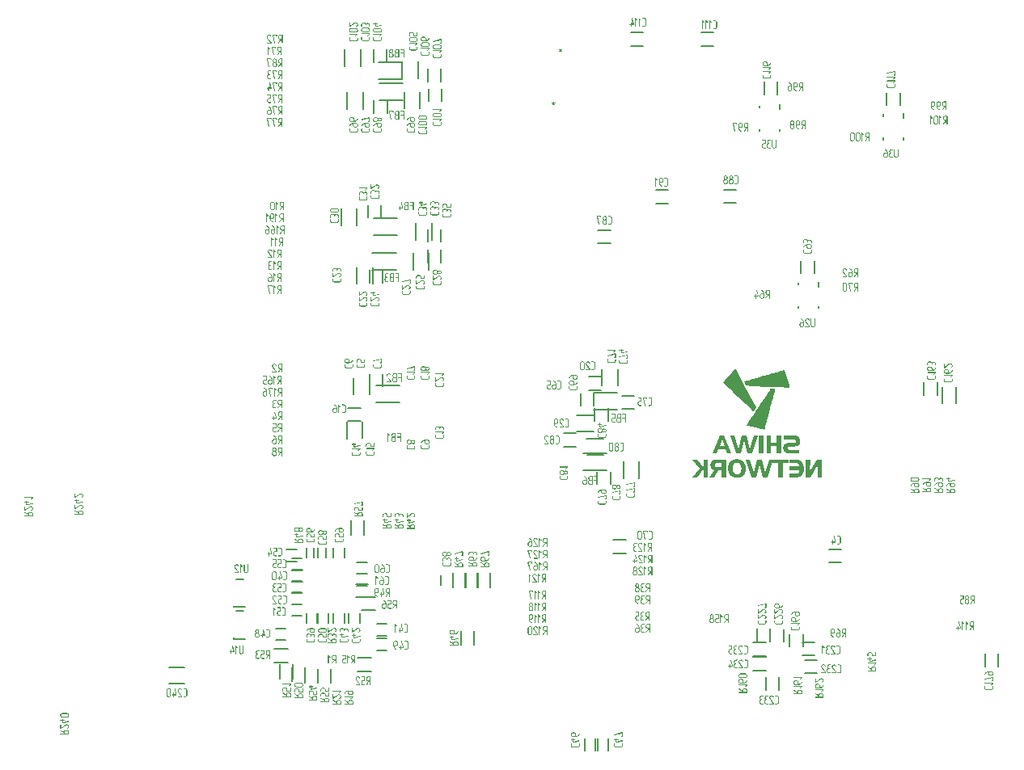
<source format=gbo>
G04*
G04 #@! TF.GenerationSoftware,Altium Limited,Altium Designer,24.4.1 (13)*
G04*
G04 Layer_Color=16776960*
%FSLAX44Y44*%
%MOMM*%
G71*
G04*
G04 #@! TF.SameCoordinates,C8449213-8EB4-48FE-A7C1-A76CF94B410D*
G04*
G04*
G04 #@! TF.FilePolarity,Positive*
G04*
G01*
G75*
%ADD12C,0.2000*%
G36*
X821266Y479744D02*
X825825Y465155D01*
X826280Y463657D01*
X826476Y462941D01*
X826736Y462290D01*
X826671Y462094D01*
X824522Y462160D01*
X816316Y462550D01*
X813320Y462681D01*
X805244Y463071D01*
X786097Y463983D01*
X781082Y464179D01*
X780561Y464309D01*
X778412Y468542D01*
X778868Y468737D01*
X782515Y469779D01*
X783036Y469910D01*
X785771Y470691D01*
X786488Y470887D01*
X787465Y471082D01*
X787530Y471147D01*
X788116Y471343D01*
X790851Y472124D01*
X791372Y472254D01*
X795019Y473296D01*
X795540Y473427D01*
X799187Y474469D01*
X799708Y474599D01*
X803356Y475641D01*
X803877Y475771D01*
X807524Y476813D01*
X808045Y476943D01*
X812604Y478246D01*
X813125Y478376D01*
X816772Y479418D01*
X817293Y479548D01*
X820940Y480591D01*
X821266Y479744D01*
D02*
G37*
G36*
X770076Y481567D02*
X770857Y480135D01*
Y480004D01*
X771248Y479353D01*
X777500Y467500D01*
X785055Y453172D01*
X791307Y441319D01*
X790916Y440667D01*
X790786Y440407D01*
X790526Y440146D01*
X790395Y439886D01*
X789093Y438062D01*
X788962Y437802D01*
X788767Y437607D01*
X788506Y437476D01*
X786553Y439430D01*
X786292Y439560D01*
X783687Y442165D01*
X783427Y442296D01*
X780952Y444771D01*
X780691Y444901D01*
X778086Y447506D01*
X777826Y447636D01*
X775351Y450111D01*
X775090Y450241D01*
X772616Y452716D01*
X772355Y452846D01*
X769750Y455451D01*
X769489Y455582D01*
X767014Y458056D01*
X766754Y458187D01*
X764149Y460792D01*
X763888Y460922D01*
X761414Y463397D01*
X761153Y463527D01*
X758678Y466002D01*
X758418Y466132D01*
X756789Y467761D01*
X757050Y468282D01*
X758222Y469454D01*
X758353Y469714D01*
X759525Y470887D01*
X759655Y471147D01*
X760827Y472319D01*
X760958Y472580D01*
X762000Y473622D01*
X762130Y473882D01*
X763302Y475055D01*
X763432Y475315D01*
X764605Y476488D01*
X764735Y476748D01*
X765907Y477920D01*
X766038Y478181D01*
X767210Y479353D01*
X767340Y479614D01*
X768382Y480656D01*
X768512Y480916D01*
X769750Y482154D01*
X770076Y481567D01*
D02*
G37*
G36*
X808110Y461248D02*
X809412Y461118D01*
X810845Y460987D01*
X811366Y460857D01*
X810845Y458773D01*
X810585Y457861D01*
X810194Y456298D01*
X809933Y455386D01*
X809543Y453823D01*
X809282Y452911D01*
X808891Y451348D01*
X808631Y450437D01*
X808240Y448874D01*
X807980Y447962D01*
X807589Y446399D01*
X807328Y445487D01*
X806938Y443924D01*
X806677Y443012D01*
X806286Y441449D01*
X806026Y440537D01*
X805635Y438974D01*
X805375Y438062D01*
X804984Y436499D01*
X804723Y435588D01*
X804333Y434025D01*
X804072Y433113D01*
X803811Y432071D01*
X803551Y431159D01*
X803160Y429596D01*
X802900Y428684D01*
X802509Y427121D01*
X802248Y426209D01*
X801858Y424646D01*
X801597Y423734D01*
X801206Y422171D01*
X800946Y421260D01*
X800555Y419697D01*
X800295Y418785D01*
X800099Y418199D01*
X799904Y418264D01*
X798862Y418524D01*
X798211Y418655D01*
X796647Y419045D01*
X795996Y419175D01*
X794433Y419566D01*
X793782Y419697D01*
X792740Y419957D01*
X792088Y420087D01*
X790526Y420478D01*
X789874Y420608D01*
X788311Y420999D01*
X787660Y421129D01*
X786097Y421520D01*
X785445Y421650D01*
X784404Y421911D01*
X783752Y422041D01*
X782710Y422302D01*
X781864Y422497D01*
X781277Y422692D01*
X781603Y423279D01*
X782124Y424060D01*
X783036Y425493D01*
X785120Y428619D01*
X785771Y429661D01*
X787855Y432787D01*
X788767Y434220D01*
X790330Y436564D01*
X790981Y437607D01*
X793065Y440733D01*
X793977Y442165D01*
X795019Y443728D01*
X796778Y446399D01*
X796908Y446659D01*
X797559Y447571D01*
X797690Y447831D01*
X798341Y448743D01*
X798471Y449004D01*
X799122Y449916D01*
X799253Y450176D01*
X799774Y450958D01*
X799904Y451218D01*
X800555Y452130D01*
X800685Y452390D01*
X801337Y453302D01*
X801467Y453563D01*
X802118Y454474D01*
Y454605D01*
X802509Y455126D01*
X802639Y455386D01*
X803290Y456298D01*
X803421Y456559D01*
X804072Y457470D01*
X804202Y457731D01*
X804854Y458643D01*
X804984Y458903D01*
X805505Y459685D01*
X805635Y459945D01*
X806286Y460857D01*
X806416Y461118D01*
X806612Y461313D01*
X808110Y461248D01*
D02*
G37*
G36*
X286454Y232099D02*
X286494Y232085D01*
X286534Y232065D01*
X286561Y232045D01*
X286581Y232032D01*
X286594Y232019D01*
X286600Y232012D01*
X288510Y230095D01*
X288564Y230029D01*
X288604Y229969D01*
X288637Y229909D01*
X288657Y229856D01*
X288670Y229809D01*
X288677Y229776D01*
Y229756D01*
Y229749D01*
X288670Y229683D01*
X288657Y229623D01*
X288637Y229563D01*
X288610Y229516D01*
X288584Y229477D01*
X288564Y229450D01*
X288550Y229430D01*
X288544Y229423D01*
X288491Y229377D01*
X288431Y229343D01*
X288377Y229323D01*
X288331Y229310D01*
X288284Y229297D01*
X288251Y229290D01*
X288218D01*
X288158Y229297D01*
X288098Y229310D01*
X288045Y229330D01*
X287998Y229357D01*
X287965Y229383D01*
X287931Y229403D01*
X287918Y229417D01*
X287911Y229423D01*
X286767Y230761D01*
Y223334D01*
X286760Y223254D01*
X286740Y223188D01*
X286720Y223128D01*
X286687Y223075D01*
X286654Y223035D01*
X286614Y222995D01*
X286527Y222941D01*
X286448Y222915D01*
X286374Y222895D01*
X286341Y222888D01*
X286301D01*
X286221Y222895D01*
X286155Y222908D01*
X286095Y222928D01*
X286042Y222961D01*
X286002Y222995D01*
X285962Y223035D01*
X285908Y223114D01*
X285882Y223201D01*
X285862Y223267D01*
X285855Y223301D01*
Y223321D01*
Y223334D01*
Y223341D01*
Y231673D01*
X285862Y231752D01*
X285875Y231819D01*
X285902Y231879D01*
X285935Y231925D01*
X285968Y231972D01*
X286015Y232005D01*
X286101Y232059D01*
X286195Y232092D01*
X286274Y232105D01*
X286308Y232112D01*
X286408D01*
X286454Y232099D01*
D02*
G37*
G36*
X297248Y232105D02*
X297401Y232085D01*
X297541Y232059D01*
X297681Y232019D01*
X297807Y231972D01*
X297927Y231925D01*
X298034Y231866D01*
X298140Y231812D01*
X298227Y231759D01*
X298306Y231706D01*
X298379Y231653D01*
X298439Y231606D01*
X298486Y231566D01*
X298519Y231539D01*
X298539Y231520D01*
X298546Y231513D01*
X298652Y231400D01*
X298745Y231280D01*
X298825Y231160D01*
X298892Y231034D01*
X298952Y230914D01*
X298998Y230794D01*
X299038Y230674D01*
X299072Y230568D01*
X299092Y230461D01*
X299111Y230368D01*
X299125Y230282D01*
X299138Y230208D01*
Y230149D01*
X299145Y230102D01*
Y230075D01*
Y230062D01*
Y224938D01*
X299138Y224778D01*
X299118Y224632D01*
X299092Y224485D01*
X299052Y224346D01*
X299005Y224219D01*
X298952Y224099D01*
X298899Y223986D01*
X298845Y223886D01*
X298792Y223793D01*
X298732Y223713D01*
X298686Y223647D01*
X298639Y223587D01*
X298599Y223540D01*
X298573Y223507D01*
X298552Y223487D01*
X298546Y223480D01*
X298433Y223374D01*
X298313Y223288D01*
X298186Y223208D01*
X298067Y223141D01*
X297947Y223081D01*
X297820Y223035D01*
X297707Y222995D01*
X297594Y222961D01*
X297494Y222935D01*
X297395Y222922D01*
X297308Y222908D01*
X297235Y222895D01*
X297175D01*
X297135Y222888D01*
X295491D01*
X295411Y222895D01*
X295338Y222908D01*
X295278Y222928D01*
X295225Y222961D01*
X295179Y222995D01*
X295145Y223035D01*
X295112Y223075D01*
X295092Y223114D01*
X295059Y223201D01*
X295039Y223267D01*
X295032Y223301D01*
Y223321D01*
Y223334D01*
Y223341D01*
X295039Y223421D01*
X295052Y223487D01*
X295072Y223554D01*
X295105Y223600D01*
X295139Y223647D01*
X295179Y223680D01*
X295258Y223740D01*
X295345Y223767D01*
X295418Y223787D01*
X295451Y223793D01*
X297095D01*
X297182Y223800D01*
X297268Y223807D01*
X297421Y223846D01*
X297554Y223900D01*
X297674Y223960D01*
X297767Y224020D01*
X297807Y224046D01*
X297840Y224073D01*
X297867Y224093D01*
X297887Y224113D01*
X297894Y224119D01*
X297900Y224126D01*
X297960Y224193D01*
X298007Y224259D01*
X298053Y224326D01*
X298093Y224392D01*
X298153Y224532D01*
X298193Y224658D01*
X298213Y224771D01*
X298220Y224818D01*
X298227Y224858D01*
X298233Y224891D01*
Y224918D01*
Y224931D01*
Y224938D01*
Y230062D01*
X298227Y230149D01*
X298220Y230235D01*
X298180Y230388D01*
X298127Y230528D01*
X298067Y230648D01*
X298007Y230741D01*
X297980Y230781D01*
X297954Y230814D01*
X297934Y230841D01*
X297914Y230861D01*
X297907Y230867D01*
X297900Y230874D01*
X297834Y230934D01*
X297767Y230987D01*
X297701Y231034D01*
X297634Y231074D01*
X297494Y231133D01*
X297368Y231173D01*
X297262Y231193D01*
X297215Y231200D01*
X297175Y231207D01*
X297142Y231213D01*
X295491D01*
X295411Y231220D01*
X295338Y231233D01*
X295278Y231260D01*
X295225Y231287D01*
X295179Y231320D01*
X295145Y231360D01*
X295112Y231406D01*
X295092Y231446D01*
X295059Y231526D01*
X295039Y231599D01*
X295032Y231633D01*
Y231653D01*
Y231666D01*
Y231673D01*
X295039Y231752D01*
X295052Y231819D01*
X295072Y231879D01*
X295105Y231925D01*
X295139Y231972D01*
X295179Y232005D01*
X295258Y232059D01*
X295345Y232092D01*
X295418Y232105D01*
X295451Y232112D01*
X297095D01*
X297248Y232105D01*
D02*
G37*
G36*
X293628D02*
X293681Y232092D01*
X293728Y232072D01*
X293768Y232045D01*
X293828Y231979D01*
X293868Y231892D01*
X293894Y231812D01*
X293908Y231739D01*
X293914Y231712D01*
Y231693D01*
Y231679D01*
Y231673D01*
Y227813D01*
X293908Y227733D01*
X293894Y227666D01*
X293874Y227607D01*
X293841Y227553D01*
X293808Y227507D01*
X293768Y227473D01*
X293688Y227420D01*
X293601Y227387D01*
X293535Y227367D01*
X293501Y227360D01*
X291864D01*
X291778Y227354D01*
X291691Y227347D01*
X291532Y227307D01*
X291392Y227254D01*
X291272Y227194D01*
X291179Y227127D01*
X291139Y227101D01*
X291106Y227074D01*
X291079Y227054D01*
X291059Y227034D01*
X291053Y227027D01*
X291046Y227021D01*
X290986Y226954D01*
X290933Y226888D01*
X290893Y226821D01*
X290853Y226755D01*
X290793Y226622D01*
X290753Y226495D01*
X290733Y226382D01*
X290720Y226335D01*
Y226296D01*
X290713Y226262D01*
Y226236D01*
Y226222D01*
Y226216D01*
Y224938D01*
X290720Y224851D01*
X290727Y224771D01*
X290766Y224618D01*
X290820Y224479D01*
X290880Y224359D01*
X290946Y224266D01*
X290973Y224226D01*
X290999Y224193D01*
X291019Y224166D01*
X291039Y224146D01*
X291046Y224139D01*
X291053Y224133D01*
X291119Y224073D01*
X291186Y224020D01*
X291252Y223973D01*
X291319Y223940D01*
X291458Y223873D01*
X291585Y223833D01*
X291698Y223813D01*
X291745Y223807D01*
X291785Y223800D01*
X291818Y223793D01*
X293462D01*
X293542Y223787D01*
X293608Y223773D01*
X293668Y223753D01*
X293721Y223720D01*
X293768Y223687D01*
X293801Y223654D01*
X293854Y223567D01*
X293888Y223487D01*
X293908Y223414D01*
X293914Y223381D01*
Y223361D01*
Y223347D01*
Y223341D01*
X293908Y223261D01*
X293894Y223194D01*
X293874Y223134D01*
X293841Y223081D01*
X293808Y223035D01*
X293768Y223001D01*
X293688Y222948D01*
X293601Y222915D01*
X293535Y222895D01*
X293501Y222888D01*
X291864D01*
X291705Y222895D01*
X291552Y222915D01*
X291405Y222941D01*
X291272Y222981D01*
X291139Y223028D01*
X291019Y223081D01*
X290906Y223134D01*
X290806Y223188D01*
X290713Y223241D01*
X290633Y223301D01*
X290567Y223347D01*
X290507Y223394D01*
X290460Y223434D01*
X290427Y223461D01*
X290407Y223480D01*
X290400Y223487D01*
X290294Y223600D01*
X290201Y223727D01*
X290121Y223846D01*
X290054Y223966D01*
X289995Y224093D01*
X289948Y224212D01*
X289908Y224326D01*
X289875Y224439D01*
X289855Y224545D01*
X289835Y224638D01*
X289821Y224725D01*
X289808Y224798D01*
Y224858D01*
X289802Y224898D01*
Y224931D01*
Y224938D01*
Y226216D01*
X289808Y226375D01*
X289828Y226522D01*
X289855Y226668D01*
X289895Y226801D01*
X289941Y226928D01*
X289995Y227048D01*
X290048Y227161D01*
X290101Y227260D01*
X290161Y227354D01*
X290214Y227433D01*
X290267Y227500D01*
X290314Y227560D01*
X290354Y227607D01*
X290380Y227640D01*
X290400Y227660D01*
X290407Y227666D01*
X290520Y227773D01*
X290640Y227866D01*
X290766Y227946D01*
X290886Y228012D01*
X291013Y228072D01*
X291132Y228119D01*
X291246Y228159D01*
X291359Y228192D01*
X291465Y228212D01*
X291558Y228232D01*
X291645Y228245D01*
X291718Y228259D01*
X291778D01*
X291824Y228265D01*
X293002D01*
Y231213D01*
X290261D01*
X290181Y231220D01*
X290108Y231233D01*
X290048Y231260D01*
X289995Y231287D01*
X289948Y231320D01*
X289915Y231360D01*
X289881Y231406D01*
X289861Y231446D01*
X289828Y231526D01*
X289808Y231599D01*
X289802Y231633D01*
Y231653D01*
Y231666D01*
Y231673D01*
X289808Y231752D01*
X289821Y231819D01*
X289841Y231879D01*
X289875Y231925D01*
X289908Y231972D01*
X289948Y232005D01*
X290028Y232059D01*
X290114Y232092D01*
X290187Y232105D01*
X290221Y232112D01*
X293568D01*
X293628Y232105D01*
D02*
G37*
G36*
X288203Y619599D02*
X288243Y619585D01*
X288283Y619565D01*
X288310Y619545D01*
X288330Y619532D01*
X288343Y619519D01*
X288350Y619512D01*
X290259Y617595D01*
X290313Y617529D01*
X290353Y617469D01*
X290386Y617409D01*
X290406Y617356D01*
X290419Y617309D01*
X290426Y617276D01*
Y617256D01*
Y617249D01*
X290419Y617183D01*
X290406Y617123D01*
X290386Y617063D01*
X290359Y617016D01*
X290333Y616977D01*
X290313Y616950D01*
X290299Y616930D01*
X290293Y616923D01*
X290240Y616877D01*
X290180Y616843D01*
X290126Y616823D01*
X290080Y616810D01*
X290033Y616797D01*
X290000Y616790D01*
X289967D01*
X289907Y616797D01*
X289847Y616810D01*
X289794Y616830D01*
X289747Y616857D01*
X289714Y616883D01*
X289681Y616903D01*
X289667Y616917D01*
X289661Y616923D01*
X288516Y618261D01*
Y610834D01*
X288509Y610754D01*
X288489Y610688D01*
X288469Y610628D01*
X288436Y610574D01*
X288403Y610535D01*
X288363Y610495D01*
X288276Y610442D01*
X288197Y610415D01*
X288123Y610395D01*
X288090Y610388D01*
X288050D01*
X287970Y610395D01*
X287904Y610408D01*
X287844Y610428D01*
X287791Y610461D01*
X287751Y610495D01*
X287711Y610535D01*
X287658Y610615D01*
X287631Y610701D01*
X287611Y610768D01*
X287604Y610801D01*
Y610821D01*
Y610834D01*
Y610841D01*
Y619173D01*
X287611Y619252D01*
X287624Y619319D01*
X287651Y619379D01*
X287684Y619425D01*
X287717Y619472D01*
X287764Y619505D01*
X287850Y619558D01*
X287944Y619592D01*
X288023Y619605D01*
X288057Y619612D01*
X288157D01*
X288203Y619599D01*
D02*
G37*
G36*
X284284D02*
X284324Y619585D01*
X284363Y619565D01*
X284390Y619545D01*
X284410Y619532D01*
X284423Y619519D01*
X284430Y619512D01*
X286340Y617595D01*
X286393Y617529D01*
X286433Y617469D01*
X286466Y617409D01*
X286486Y617356D01*
X286500Y617309D01*
X286506Y617276D01*
Y617256D01*
Y617249D01*
X286500Y617183D01*
X286486Y617123D01*
X286466Y617063D01*
X286440Y617016D01*
X286413Y616977D01*
X286393Y616950D01*
X286380Y616930D01*
X286373Y616923D01*
X286320Y616877D01*
X286260Y616843D01*
X286207Y616823D01*
X286160Y616810D01*
X286114Y616797D01*
X286080Y616790D01*
X286047D01*
X285987Y616797D01*
X285927Y616810D01*
X285874Y616830D01*
X285827Y616857D01*
X285794Y616883D01*
X285761Y616903D01*
X285748Y616917D01*
X285741Y616923D01*
X284596Y618261D01*
Y610834D01*
X284590Y610754D01*
X284570Y610688D01*
X284550Y610628D01*
X284516Y610574D01*
X284483Y610535D01*
X284443Y610495D01*
X284357Y610442D01*
X284277Y610415D01*
X284204Y610395D01*
X284170Y610388D01*
X284130D01*
X284051Y610395D01*
X283984Y610408D01*
X283924Y610428D01*
X283871Y610461D01*
X283831Y610495D01*
X283791Y610535D01*
X283738Y610615D01*
X283711Y610701D01*
X283691Y610768D01*
X283685Y610801D01*
Y610821D01*
Y610834D01*
Y610841D01*
Y619173D01*
X283691Y619252D01*
X283705Y619319D01*
X283731Y619379D01*
X283764Y619425D01*
X283798Y619472D01*
X283844Y619505D01*
X283931Y619558D01*
X284024Y619592D01*
X284104Y619605D01*
X284137Y619612D01*
X284237D01*
X284284Y619599D01*
D02*
G37*
G36*
X296029Y619605D02*
X296082Y619592D01*
X296129Y619572D01*
X296169Y619545D01*
X296229Y619479D01*
X296269Y619392D01*
X296295Y619312D01*
X296309Y619239D01*
X296315Y619212D01*
Y619193D01*
Y619179D01*
Y619173D01*
Y610841D01*
X296309Y610761D01*
X296295Y610694D01*
X296276Y610634D01*
X296242Y610581D01*
X296209Y610535D01*
X296169Y610501D01*
X296089Y610448D01*
X296003Y610415D01*
X295936Y610395D01*
X295903Y610388D01*
X295863D01*
X295783Y610395D01*
X295710Y610408D01*
X295650Y610428D01*
X295597Y610461D01*
X295550Y610495D01*
X295517Y610535D01*
X295484Y610574D01*
X295464Y610615D01*
X295430Y610701D01*
X295410Y610768D01*
X295404Y610801D01*
Y610821D01*
Y610834D01*
Y610841D01*
Y614235D01*
X294685D01*
X292589Y610734D01*
X292562Y610674D01*
X292529Y610621D01*
X292496Y610574D01*
X292462Y610535D01*
X292402Y610475D01*
X292336Y610435D01*
X292283Y610408D01*
X292243Y610395D01*
X292216Y610388D01*
X292203D01*
X292129Y610395D01*
X292063Y610408D01*
X292010Y610428D01*
X291957Y610455D01*
X291917Y610475D01*
X291890Y610495D01*
X291870Y610508D01*
X291863Y610515D01*
X291817Y610568D01*
X291784Y610621D01*
X291757Y610674D01*
X291744Y610728D01*
X291730Y610768D01*
X291724Y610801D01*
Y610827D01*
Y610834D01*
X291730Y610914D01*
X291750Y610987D01*
X291763Y611014D01*
X291777Y611040D01*
X291784Y611054D01*
Y611060D01*
X293733Y614235D01*
X293594Y614241D01*
X293454Y614261D01*
X293321Y614288D01*
X293194Y614321D01*
X293074Y614368D01*
X292961Y614414D01*
X292855Y614468D01*
X292755Y614521D01*
X292662Y614574D01*
X292582Y614627D01*
X292516Y614674D01*
X292456Y614720D01*
X292409Y614754D01*
X292376Y614780D01*
X292356Y614800D01*
X292349Y614807D01*
X292236Y614920D01*
X292143Y615040D01*
X292056Y615160D01*
X291990Y615280D01*
X291930Y615406D01*
X291877Y615532D01*
X291837Y615645D01*
X291803Y615765D01*
X291777Y615872D01*
X291757Y615972D01*
X291744Y616058D01*
X291730Y616138D01*
Y616198D01*
X291724Y616244D01*
Y616271D01*
Y616284D01*
Y617562D01*
X291730Y617722D01*
X291750Y617868D01*
X291777Y618015D01*
X291817Y618148D01*
X291863Y618274D01*
X291917Y618394D01*
X291970Y618507D01*
X292030Y618607D01*
X292090Y618700D01*
X292143Y618780D01*
X292196Y618847D01*
X292243Y618906D01*
X292276Y618953D01*
X292309Y618986D01*
X292329Y619006D01*
X292336Y619013D01*
X292449Y619119D01*
X292569Y619212D01*
X292695Y619292D01*
X292815Y619359D01*
X292941Y619419D01*
X293061Y619465D01*
X293174Y619505D01*
X293288Y619539D01*
X293394Y619558D01*
X293487Y619579D01*
X293574Y619592D01*
X293647Y619605D01*
X293707D01*
X293747Y619612D01*
X295969D01*
X296029Y619605D01*
D02*
G37*
G36*
X817363Y393150D02*
X813024D01*
Y400750D01*
X806529D01*
Y393150D01*
X802176D01*
Y411850D01*
X806529D01*
Y404477D01*
X813024D01*
Y411850D01*
X817363D01*
Y393150D01*
D02*
G37*
G36*
X787043D02*
X781986D01*
X778765Y406726D01*
X775118Y393150D01*
X770034D01*
X764350Y411850D01*
X768729Y411850D01*
X772469Y397848D01*
X776342Y411850D01*
X781254D01*
X784621Y397848D01*
X788614Y411850D01*
X793152D01*
X787043Y393150D01*
D02*
G37*
G36*
X831471Y411837D02*
X831750Y411823D01*
X832016Y411797D01*
X832283Y411770D01*
X832522Y411744D01*
X832748Y411704D01*
X832948Y411677D01*
X833135Y411650D01*
X833294Y411610D01*
X833441Y411584D01*
X833560Y411557D01*
X833653Y411530D01*
X833733Y411517D01*
X833773Y411504D01*
X833787D01*
X834119Y411397D01*
X834439Y411278D01*
X834732Y411145D01*
X835011Y410985D01*
X835264Y410812D01*
X835504Y410639D01*
X835730Y410439D01*
X835929Y410226D01*
X836116Y410013D01*
X836289Y409800D01*
X836449Y409574D01*
X836595Y409334D01*
X836728Y409095D01*
X836834Y408869D01*
X837034Y408390D01*
X837194Y407937D01*
X837300Y407498D01*
X837380Y407098D01*
X837420Y406912D01*
X837447Y406739D01*
X837460Y406579D01*
X837473Y406446D01*
X837487Y406313D01*
Y406220D01*
X837500Y406127D01*
Y406074D01*
Y406034D01*
Y406020D01*
X837473Y405475D01*
X837420Y404969D01*
X837340Y404503D01*
X837221Y404077D01*
X837101Y403691D01*
X836954Y403332D01*
X836795Y403012D01*
X836622Y402733D01*
X836462Y402493D01*
X836302Y402280D01*
X836156Y402094D01*
X836023Y401948D01*
X835916Y401841D01*
X835836Y401761D01*
X835770Y401708D01*
X835756Y401695D01*
X835464Y401495D01*
X835131Y401322D01*
X834771Y401162D01*
X834412Y401029D01*
X834040Y400923D01*
X833653Y400830D01*
X833281Y400750D01*
X832922Y400696D01*
X832575Y400643D01*
X832243Y400617D01*
X831963Y400590D01*
X831710Y400563D01*
X831497D01*
X831404Y400550D01*
X826466D01*
X826253Y400537D01*
X826054Y400523D01*
X825881Y400497D01*
X825708Y400470D01*
X825561Y400444D01*
X825428Y400404D01*
X825308Y400377D01*
X825215Y400350D01*
X825122Y400311D01*
X825042Y400284D01*
X824989Y400257D01*
X824936Y400231D01*
X824909Y400217D01*
X824883Y400204D01*
X824763Y400124D01*
X824669Y400031D01*
X824576Y399911D01*
X824510Y399805D01*
X824390Y399552D01*
X824310Y399299D01*
X824270Y399059D01*
X824244Y398953D01*
Y398873D01*
X824230Y398793D01*
Y398740D01*
Y398700D01*
Y398687D01*
X824244Y398487D01*
X824257Y398301D01*
X824297Y398141D01*
X824350Y397981D01*
X824403Y397848D01*
X824470Y397729D01*
X824550Y397622D01*
X824616Y397515D01*
X824763Y397369D01*
X824883Y397263D01*
X824936Y397223D01*
X824962Y397196D01*
X824989Y397183D01*
X825002D01*
X825122Y397130D01*
X825255Y397090D01*
X825561Y397010D01*
X825881Y396956D01*
X826200Y396930D01*
X826493Y396903D01*
X826613D01*
X826719Y396890D01*
X836781D01*
Y393150D01*
X826333D01*
X825734Y393163D01*
X825162Y393217D01*
X824643Y393296D01*
X824150Y393390D01*
X823685Y393523D01*
X823259Y393682D01*
X822859Y393855D01*
X822500Y394042D01*
X822167Y394255D01*
X821861Y394481D01*
X821582Y394707D01*
X821329Y394960D01*
X821089Y395213D01*
X820890Y395479D01*
X820703Y395732D01*
X820530Y396012D01*
X820384Y396278D01*
X820264Y396544D01*
X820144Y396797D01*
X820051Y397050D01*
X819971Y397303D01*
X819905Y397542D01*
X819852Y397755D01*
X819811Y397968D01*
X819772Y398154D01*
X819745Y398327D01*
X819732Y398487D01*
X819718Y398620D01*
X819705Y398713D01*
Y398793D01*
Y398847D01*
Y398860D01*
X819718Y399206D01*
X819732Y399539D01*
X819758Y399858D01*
X819811Y400151D01*
X819852Y400430D01*
X819905Y400683D01*
X819971Y400923D01*
X820024Y401136D01*
X820091Y401322D01*
X820144Y401495D01*
X820211Y401642D01*
X820251Y401761D01*
X820291Y401855D01*
X820331Y401921D01*
X820344Y401961D01*
X820357Y401974D01*
X820477Y402187D01*
X820610Y402374D01*
X820770Y402560D01*
X820929Y402720D01*
X821302Y403026D01*
X821715Y403292D01*
X822141Y403505D01*
X822593Y403691D01*
X823059Y403851D01*
X823512Y403971D01*
X823951Y404064D01*
X824377Y404130D01*
X824763Y404184D01*
X824936Y404197D01*
X825096Y404210D01*
X825242Y404224D01*
X825375Y404237D01*
X825495D01*
X825588Y404250D01*
X830845D01*
X831218Y404263D01*
X831551Y404330D01*
X831843Y404410D01*
X832083Y404516D01*
X832296Y404650D01*
X832469Y404796D01*
X832602Y404956D01*
X832722Y405115D01*
X832802Y405275D01*
X832868Y405421D01*
X832922Y405568D01*
X832948Y405701D01*
X832975Y405807D01*
X832988Y405887D01*
Y405954D01*
Y405967D01*
X832975Y406167D01*
X832961Y406340D01*
X832922Y406513D01*
X832868Y406673D01*
X832735Y406965D01*
X832575Y407205D01*
X832363Y407418D01*
X832136Y407591D01*
X831897Y407724D01*
X831644Y407844D01*
X831404Y407937D01*
X831165Y408004D01*
X830938Y408043D01*
X830725Y408083D01*
X830566Y408097D01*
X830433Y408110D01*
X820597D01*
Y411850D01*
X830872D01*
X831471Y411837D01*
D02*
G37*
G36*
X798902Y393150D02*
X794390D01*
Y411850D01*
X798902D01*
Y393150D01*
D02*
G37*
G36*
X765562D02*
X761076Y393150D01*
X759453Y397476D01*
X751906D01*
X750242Y393150D01*
X745544D01*
X753397Y411850D01*
X757775D01*
X765562Y393150D01*
D02*
G37*
G36*
X740813Y368170D02*
X736474D01*
Y377207D01*
X729939Y368170D01*
X724655D01*
X732028Y377713D01*
X724721Y386870D01*
X729686D01*
X736474Y378112D01*
Y386870D01*
X740813D01*
Y368170D01*
D02*
G37*
G36*
X860000Y368170D02*
X855568D01*
X855741Y381919D01*
X848327Y368170D01*
X843483D01*
Y386870D01*
X847902D01*
X847729Y373787D01*
X854769Y386870D01*
X860000D01*
Y368170D01*
D02*
G37*
G36*
X809468Y386843D02*
X825036D01*
Y383170D01*
X819166D01*
Y368170D01*
X814694D01*
Y383170D01*
X808798D01*
Y384792D01*
X803368Y368170D01*
X798310D01*
X795089Y381746D01*
X791442Y368170D01*
X786358Y368170D01*
X780675Y386870D01*
X785054D01*
X788794Y372868D01*
X792667Y386870D01*
X797578D01*
X800945Y372868D01*
X804938Y386870D01*
X809477D01*
X809468Y386843D01*
D02*
G37*
G36*
X833128Y386857D02*
X833647Y386830D01*
X834139Y386777D01*
X834605Y386710D01*
X835044Y386630D01*
X835457Y386537D01*
X835830Y386444D01*
X836162Y386351D01*
X836469Y386244D01*
X836748Y386151D01*
X836974Y386058D01*
X837161Y385978D01*
X837320Y385912D01*
X837427Y385858D01*
X837494Y385832D01*
X837520Y385818D01*
X837866Y385606D01*
X838199Y385379D01*
X838505Y385126D01*
X838798Y384847D01*
X839064Y384554D01*
X839317Y384248D01*
X839543Y383928D01*
X839756Y383596D01*
X839956Y383250D01*
X840129Y382890D01*
X840302Y382531D01*
X840448Y382172D01*
X840581Y381812D01*
X840701Y381440D01*
X840914Y380721D01*
X841074Y380029D01*
X841127Y379683D01*
X841193Y379363D01*
X841234Y379057D01*
X841273Y378764D01*
X841300Y378498D01*
X841327Y378245D01*
X841353Y378006D01*
X841367Y377806D01*
X841380Y377620D01*
Y377473D01*
X841393Y377340D01*
Y377260D01*
Y377194D01*
Y377181D01*
X841380Y376715D01*
X841353Y376262D01*
X841313Y375823D01*
X841260Y375397D01*
X841193Y374998D01*
X841114Y374612D01*
X841021Y374239D01*
X840927Y373880D01*
X840808Y373534D01*
X840701Y373201D01*
X840568Y372895D01*
X840435Y372602D01*
X840302Y372309D01*
X840169Y372043D01*
X840036Y371804D01*
X839889Y371564D01*
X839743Y371338D01*
X839610Y371138D01*
X839477Y370938D01*
X839330Y370765D01*
X839210Y370606D01*
X839077Y370459D01*
X838971Y370313D01*
X838851Y370206D01*
X838758Y370100D01*
X838665Y370007D01*
X838585Y369927D01*
X838518Y369860D01*
X838465Y369820D01*
X838425Y369780D01*
X838399Y369767D01*
X838385Y369754D01*
X838159Y369581D01*
X837933Y369408D01*
X837706Y369261D01*
X837480Y369128D01*
X837041Y368902D01*
X836828Y368809D01*
X836628Y368716D01*
X836442Y368649D01*
X836282Y368582D01*
X836123Y368529D01*
X836003Y368489D01*
X835896Y368463D01*
X835816Y368436D01*
X835763Y368423D01*
X835750D01*
X835537Y368383D01*
X835297Y368343D01*
X834805Y368276D01*
X834286Y368237D01*
X833793Y368197D01*
X833567D01*
X833367Y368183D01*
X833168D01*
X833008Y368170D01*
X825967D01*
Y371843D01*
X832516D01*
X833021Y371857D01*
X833261Y371883D01*
X833487Y371910D01*
X833687Y371937D01*
X833887Y371977D01*
X834060Y372016D01*
X834233Y372056D01*
X834379Y372083D01*
X834499Y372123D01*
X834605Y372163D01*
X834698Y372189D01*
X834778Y372216D01*
X834832Y372243D01*
X834858Y372256D01*
X834872D01*
X835164Y372429D01*
X835431Y372629D01*
X835657Y372868D01*
X835856Y373134D01*
X836016Y373427D01*
X836162Y373720D01*
X836269Y374026D01*
X836362Y374319D01*
X836429Y374612D01*
X836482Y374878D01*
X836522Y375131D01*
X836548Y375357D01*
X836562Y375544D01*
X836575Y375677D01*
Y375730D01*
Y375770D01*
Y375783D01*
Y375796D01*
X825967D01*
Y379470D01*
X836575D01*
X836562Y379749D01*
X836535Y380029D01*
X836482Y380282D01*
X836429Y380508D01*
X836389Y380694D01*
X836336Y380841D01*
X836322Y380894D01*
X836309Y380947D01*
X836296Y380961D01*
Y380974D01*
X836109Y381360D01*
X835883Y381706D01*
X835630Y381999D01*
X835337Y382265D01*
X835044Y382478D01*
X834725Y382651D01*
X834406Y382797D01*
X834086Y382917D01*
X833780Y383010D01*
X833487Y383077D01*
X833234Y383130D01*
X832995Y383157D01*
X832809Y383183D01*
X832729D01*
X832649Y383196D01*
X825967D01*
Y386870D01*
X832582D01*
X833128Y386857D01*
D02*
G37*
G36*
X759819Y368170D02*
X755480D01*
Y375317D01*
X751394D01*
X747387Y368170D01*
X742676D01*
X747201Y375850D01*
X746868Y375929D01*
X746549Y376036D01*
X746256Y376156D01*
X745990Y376302D01*
X745724Y376462D01*
X745498Y376635D01*
X745271Y376808D01*
X745072Y377007D01*
X744885Y377207D01*
X744712Y377420D01*
X744553Y377646D01*
X744419Y377873D01*
X744286Y378099D01*
X744167Y378325D01*
X743980Y378791D01*
X743820Y379244D01*
X743714Y379669D01*
X743621Y380069D01*
X743594Y380255D01*
X743568Y380415D01*
X743554Y380574D01*
X743541Y380708D01*
X743528Y380841D01*
Y380934D01*
X743514Y381027D01*
Y381080D01*
Y381120D01*
Y381133D01*
X743528Y381493D01*
X743568Y381852D01*
X743621Y382185D01*
X743687Y382504D01*
X743767Y382797D01*
X743860Y383077D01*
X743967Y383330D01*
X744060Y383569D01*
X744167Y383782D01*
X744273Y383968D01*
X744366Y384128D01*
X744446Y384261D01*
X744513Y384368D01*
X744566Y384448D01*
X744606Y384501D01*
X744619Y384514D01*
X744726Y384727D01*
X744859Y384927D01*
X744992Y385113D01*
X745152Y385286D01*
X745338Y385459D01*
X745524Y385606D01*
X745923Y385872D01*
X746363Y386111D01*
X746829Y386298D01*
X747308Y386457D01*
X747774Y386577D01*
X748239Y386670D01*
X748665Y386750D01*
X749078Y386803D01*
X749251Y386817D01*
X749424Y386830D01*
X749584Y386843D01*
X749717Y386857D01*
X749850D01*
X749943Y386870D01*
X759819D01*
Y368170D01*
D02*
G37*
G36*
X772103Y387189D02*
X772889Y387109D01*
X773634Y386976D01*
X774326Y386803D01*
X774965Y386590D01*
X775577Y386338D01*
X776123Y386045D01*
X776642Y385725D01*
X777108Y385379D01*
X777547Y385007D01*
X777933Y384607D01*
X778292Y384195D01*
X778612Y383782D01*
X778905Y383343D01*
X779171Y382904D01*
X779397Y382451D01*
X779610Y382012D01*
X779783Y381559D01*
X779943Y381133D01*
X780076Y380708D01*
X780196Y380295D01*
X780289Y379896D01*
X780355Y379523D01*
X780422Y379177D01*
X780475Y378857D01*
X780502Y378565D01*
X780528Y378312D01*
X780555Y378099D01*
Y377926D01*
X780568Y377793D01*
Y377713D01*
Y377700D01*
Y377686D01*
Y377234D01*
X780542Y376795D01*
X780515Y376369D01*
X780475Y375956D01*
X780422Y375557D01*
X780369Y375184D01*
X780302Y374811D01*
X780236Y374465D01*
X780156Y374133D01*
X780076Y373800D01*
X779983Y373494D01*
X779890Y373201D01*
X779796Y372921D01*
X779690Y372655D01*
X779597Y372402D01*
X779490Y372176D01*
X779397Y371950D01*
X779291Y371750D01*
X779197Y371551D01*
X779104Y371377D01*
X779011Y371218D01*
X778918Y371058D01*
X778838Y370925D01*
X778758Y370805D01*
X778692Y370699D01*
X778625Y370606D01*
X778572Y370526D01*
X778519Y370472D01*
X778479Y370419D01*
X778452Y370379D01*
X778426Y370366D01*
Y370353D01*
X778199Y370113D01*
X777973Y369900D01*
X777720Y369701D01*
X777467Y369501D01*
X776921Y369168D01*
X776349Y368862D01*
X775750Y368623D01*
X775151Y368410D01*
X774566Y368237D01*
X773980Y368103D01*
X773434Y367997D01*
X772915Y367917D01*
X772676Y367890D01*
X772463Y367864D01*
X772250Y367837D01*
X772050Y367824D01*
X771877Y367811D01*
X771717Y367797D01*
X771584D01*
X771464Y367784D01*
X771252D01*
X770826Y367797D01*
X770400Y367811D01*
X770001Y367850D01*
X769614Y367890D01*
X768869Y368023D01*
X768177Y368196D01*
X767525Y368423D01*
X766926Y368676D01*
X766367Y368982D01*
X765861Y369301D01*
X765382Y369661D01*
X764956Y370033D01*
X764557Y370446D01*
X764197Y370858D01*
X763878Y371298D01*
X763585Y371737D01*
X763319Y372189D01*
X763093Y372642D01*
X762880Y373094D01*
X762707Y373547D01*
X762547Y373986D01*
X762414Y374425D01*
X762294Y374851D01*
X762201Y375251D01*
X762134Y375623D01*
X762068Y375983D01*
X762015Y376315D01*
X761988Y376608D01*
X761962Y376861D01*
X761935Y377087D01*
Y377260D01*
X761922Y377393D01*
Y377433D01*
Y377473D01*
Y377500D01*
Y377952D01*
X761948Y378378D01*
X761975Y378791D01*
X762015Y379204D01*
X762068Y379590D01*
X762121Y379962D01*
X762188Y380322D01*
X762268Y380668D01*
X762347Y381000D01*
X762441Y381320D01*
X762534Y381626D01*
X762627Y381905D01*
X762720Y382185D01*
X762827Y382451D01*
X762933Y382691D01*
X763026Y382930D01*
X763133Y383143D01*
X763239Y383343D01*
X763346Y383543D01*
X763439Y383716D01*
X763532Y383875D01*
X763625Y384022D01*
X763718Y384155D01*
X763798Y384274D01*
X763865Y384381D01*
X763945Y384474D01*
X763998Y384554D01*
X764051Y384621D01*
X764091Y384660D01*
X764118Y384700D01*
X764131Y384727D01*
X764144D01*
X764370Y384953D01*
X764597Y385166D01*
X764850Y385366D01*
X765116Y385552D01*
X765648Y385885D01*
X766221Y386165D01*
X766806Y386404D01*
X767405Y386604D01*
X767991Y386777D01*
X768563Y386910D01*
X769109Y387003D01*
X769614Y387083D01*
X769841Y387109D01*
X770067Y387136D01*
X770280Y387163D01*
X770466Y387176D01*
X770639Y387189D01*
X770799Y387203D01*
X770932D01*
X771039Y387216D01*
X771677D01*
X772103Y387189D01*
D02*
G37*
G36*
X586710Y817181D02*
X586783Y817161D01*
X586863Y817128D01*
X586950Y817074D01*
X586983Y817041D01*
X587016Y816994D01*
X587049Y816941D01*
X587069Y816881D01*
X587083Y816815D01*
X587089Y816735D01*
Y816109D01*
X587096Y816116D01*
X587122Y816129D01*
X587156Y816149D01*
X587209Y816183D01*
X587262Y816216D01*
X587329Y816249D01*
X587475Y816336D01*
X587622Y816416D01*
X587695Y816456D01*
X587761Y816489D01*
X587821Y816515D01*
X587874Y816535D01*
X587914Y816549D01*
X587941Y816555D01*
X587948D01*
X587961D01*
X587981D01*
X588008Y816549D01*
X588081Y816529D01*
X588161Y816495D01*
X588201Y816476D01*
X588241Y816442D01*
X588280Y816402D01*
X588314Y816356D01*
X588340Y816302D01*
X588360Y816243D01*
X588374Y816169D01*
X588380Y816089D01*
Y816043D01*
X588367Y815996D01*
X588354Y815936D01*
X588334Y815876D01*
X588294Y815810D01*
X588247Y815757D01*
X588181Y815710D01*
X587489Y815451D01*
X588121Y815218D01*
X588134Y815211D01*
X588161Y815191D01*
X588201Y815158D01*
X588247Y815111D01*
X588294Y815051D01*
X588334Y814971D01*
X588367Y814878D01*
X588380Y814765D01*
Y814725D01*
X588374Y814699D01*
X588354Y814632D01*
X588320Y814552D01*
X588300Y814519D01*
X588267Y814479D01*
X588227Y814446D01*
X588187Y814413D01*
X588127Y814386D01*
X588068Y814366D01*
X587994Y814353D01*
X587914Y814346D01*
X587908D01*
X587888Y814353D01*
X587874Y814359D01*
X587848Y814366D01*
X587815Y814379D01*
X587781Y814399D01*
X587735Y814426D01*
X587675Y814452D01*
X587608Y814492D01*
X587528Y814532D01*
X587442Y814585D01*
X587336Y814645D01*
X587222Y814719D01*
X587089Y814798D01*
Y814133D01*
X587083Y814100D01*
X587063Y814026D01*
X587036Y813940D01*
X586976Y813860D01*
X586943Y813820D01*
X586896Y813787D01*
X586850Y813754D01*
X586783Y813734D01*
X586717Y813720D01*
X586637Y813714D01*
X586630D01*
X586617D01*
X586597D01*
X586563Y813720D01*
X586497Y813740D01*
X586410Y813774D01*
X586371Y813794D01*
X586331Y813827D01*
X586291Y813860D01*
X586257Y813907D01*
X586224Y813960D01*
X586204Y814020D01*
X586191Y814093D01*
X586184Y814173D01*
Y814798D01*
X586177Y814792D01*
X586151Y814779D01*
X586118Y814759D01*
X586064Y814725D01*
X586011Y814692D01*
X585945Y814652D01*
X585805Y814572D01*
X585658Y814486D01*
X585592Y814446D01*
X585525Y814413D01*
X585466Y814386D01*
X585419Y814366D01*
X585386Y814353D01*
X585359Y814346D01*
X585352D01*
X585339D01*
X585319D01*
X585286Y814353D01*
X585213Y814372D01*
X585133Y814406D01*
X585086Y814432D01*
X585046Y814459D01*
X585006Y814499D01*
X584973Y814546D01*
X584940Y814599D01*
X584920Y814665D01*
X584907Y814732D01*
X584900Y814818D01*
Y814865D01*
X584913Y814912D01*
X584926Y814971D01*
X584946Y815031D01*
X584980Y815091D01*
X585026Y815151D01*
X585093Y815191D01*
X585785Y815451D01*
X585159Y815684D01*
X585146Y815690D01*
X585119Y815710D01*
X585073Y815743D01*
X585026Y815783D01*
X584980Y815843D01*
X584940Y815917D01*
X584907Y815996D01*
X584900Y816096D01*
Y816136D01*
X584907Y816169D01*
X584926Y816243D01*
X584953Y816322D01*
X585006Y816409D01*
X585046Y816449D01*
X585086Y816482D01*
X585139Y816515D01*
X585199Y816535D01*
X585266Y816549D01*
X585346Y816555D01*
X585352D01*
X585372Y816549D01*
X585392Y816542D01*
X585419Y816529D01*
X585452Y816515D01*
X585492Y816502D01*
X585545Y816476D01*
X585598Y816449D01*
X585672Y816409D01*
X585745Y816369D01*
X585838Y816316D01*
X585938Y816256D01*
X586058Y816189D01*
X586184Y816109D01*
Y816775D01*
X586191Y816808D01*
X586211Y816875D01*
X586244Y816961D01*
X586297Y817041D01*
X586331Y817081D01*
X586377Y817114D01*
X586430Y817148D01*
X586490Y817168D01*
X586557Y817181D01*
X586637Y817188D01*
X586643D01*
X586657D01*
X586677D01*
X586710Y817181D01*
D02*
G37*
G36*
X579450Y761452D02*
X579517Y761432D01*
X579603Y761399D01*
X579643Y761379D01*
X579683Y761345D01*
X579723Y761312D01*
X579756Y761266D01*
X579790Y761212D01*
X579810Y761152D01*
X579823Y761079D01*
X579830Y760999D01*
Y760374D01*
X579836Y760380D01*
X579863Y760394D01*
X579896Y760414D01*
X579949Y760447D01*
X580003Y760480D01*
X580069Y760520D01*
X580209Y760600D01*
X580355Y760687D01*
X580422Y760726D01*
X580489Y760760D01*
X580548Y760786D01*
X580595Y760806D01*
X580628Y760820D01*
X580655Y760826D01*
X580662D01*
X580675D01*
X580695D01*
X580728Y760820D01*
X580801Y760800D01*
X580881Y760767D01*
X580928Y760740D01*
X580968Y760713D01*
X581007Y760673D01*
X581041Y760627D01*
X581074Y760574D01*
X581094Y760507D01*
X581107Y760440D01*
X581114Y760354D01*
Y760307D01*
X581101Y760261D01*
X581087Y760201D01*
X581067Y760141D01*
X581034Y760081D01*
X580988Y760021D01*
X580921Y759981D01*
X580229Y759722D01*
X580854Y759489D01*
X580868Y759482D01*
X580894Y759462D01*
X580941Y759429D01*
X580988Y759389D01*
X581034Y759329D01*
X581074Y759256D01*
X581107Y759176D01*
X581114Y759076D01*
Y759036D01*
X581107Y759003D01*
X581087Y758930D01*
X581061Y758850D01*
X581007Y758763D01*
X580968Y758724D01*
X580928Y758690D01*
X580874Y758657D01*
X580815Y758637D01*
X580748Y758624D01*
X580668Y758617D01*
X580662D01*
X580642Y758624D01*
X580621Y758630D01*
X580595Y758644D01*
X580562Y758657D01*
X580522Y758670D01*
X580468Y758697D01*
X580415Y758724D01*
X580342Y758763D01*
X580269Y758803D01*
X580176Y758857D01*
X580076Y758916D01*
X579956Y758983D01*
X579830Y759063D01*
Y758397D01*
X579823Y758364D01*
X579803Y758298D01*
X579770Y758211D01*
X579716Y758131D01*
X579683Y758091D01*
X579637Y758058D01*
X579583Y758025D01*
X579524Y758005D01*
X579457Y757991D01*
X579377Y757985D01*
X579370D01*
X579357D01*
X579337D01*
X579304Y757991D01*
X579231Y758011D01*
X579151Y758045D01*
X579064Y758098D01*
X579031Y758131D01*
X578998Y758178D01*
X578965Y758231D01*
X578945Y758291D01*
X578931Y758357D01*
X578925Y758437D01*
Y759063D01*
X578918Y759056D01*
X578891Y759043D01*
X578858Y759023D01*
X578805Y758990D01*
X578751Y758956D01*
X578685Y758923D01*
X578539Y758837D01*
X578392Y758757D01*
X578319Y758717D01*
X578252Y758683D01*
X578192Y758657D01*
X578139Y758637D01*
X578099Y758624D01*
X578073Y758617D01*
X578066D01*
X578053D01*
X578033D01*
X578006Y758624D01*
X577933Y758644D01*
X577853Y758677D01*
X577813Y758697D01*
X577773Y758730D01*
X577733Y758770D01*
X577700Y758817D01*
X577673Y758870D01*
X577654Y758930D01*
X577640Y759003D01*
X577634Y759083D01*
Y759129D01*
X577647Y759176D01*
X577660Y759236D01*
X577680Y759296D01*
X577720Y759362D01*
X577767Y759416D01*
X577833Y759462D01*
X578525Y759722D01*
X577893Y759955D01*
X577880Y759961D01*
X577853Y759981D01*
X577813Y760014D01*
X577767Y760061D01*
X577720Y760121D01*
X577680Y760201D01*
X577647Y760294D01*
X577634Y760407D01*
Y760447D01*
X577640Y760474D01*
X577660Y760540D01*
X577693Y760620D01*
X577713Y760653D01*
X577747Y760693D01*
X577787Y760726D01*
X577826Y760760D01*
X577886Y760786D01*
X577946Y760806D01*
X578019Y760820D01*
X578099Y760826D01*
X578106D01*
X578126Y760820D01*
X578139Y760813D01*
X578166Y760806D01*
X578199Y760793D01*
X578232Y760773D01*
X578279Y760747D01*
X578339Y760720D01*
X578405Y760680D01*
X578485Y760640D01*
X578572Y760587D01*
X578678Y760527D01*
X578792Y760454D01*
X578925Y760374D01*
Y761039D01*
X578931Y761073D01*
X578951Y761146D01*
X578978Y761232D01*
X579038Y761312D01*
X579071Y761352D01*
X579118Y761385D01*
X579164Y761419D01*
X579231Y761439D01*
X579297Y761452D01*
X579377Y761459D01*
X579384D01*
X579397D01*
X579417D01*
X579450Y761452D01*
D02*
G37*
G36*
X936273Y712112D02*
X936340Y712098D01*
X936400Y712078D01*
X936453Y712045D01*
X936499Y712012D01*
X936533Y711979D01*
X936586Y711892D01*
X936619Y711812D01*
X936639Y711739D01*
X936646Y711706D01*
Y711686D01*
Y711673D01*
Y711666D01*
Y704945D01*
X936653Y704858D01*
X936659Y704771D01*
X936699Y704612D01*
X936752Y704472D01*
X936812Y704359D01*
X936879Y704259D01*
X936906Y704219D01*
X936932Y704186D01*
X936952Y704159D01*
X936972Y704139D01*
X936979Y704133D01*
X936985Y704126D01*
X937052Y704066D01*
X937112Y704019D01*
X937172Y703973D01*
X937232Y703933D01*
X937351Y703873D01*
X937451Y703833D01*
X937538Y703813D01*
X937604Y703800D01*
X937631Y703793D01*
X937664D01*
X938243Y703787D01*
X938356Y703793D01*
X938456Y703800D01*
X938556Y703820D01*
X938649Y703840D01*
X938736Y703867D01*
X938809Y703893D01*
X938882Y703920D01*
X938942Y703953D01*
X939002Y703986D01*
X939048Y704013D01*
X939095Y704040D01*
X939128Y704066D01*
X939155Y704086D01*
X939175Y704106D01*
X939181Y704113D01*
X939188Y704119D01*
X939248Y704186D01*
X939295Y704252D01*
X939341Y704319D01*
X939381Y704392D01*
X939441Y704525D01*
X939481Y704652D01*
X939501Y704765D01*
X939508Y704811D01*
X939514Y704851D01*
X939521Y704885D01*
Y704911D01*
Y704925D01*
Y704931D01*
Y711666D01*
X939528Y711746D01*
X939547Y711812D01*
X939574Y711872D01*
X939607Y711919D01*
X939654Y711965D01*
X939700Y711999D01*
X939800Y712052D01*
X939907Y712085D01*
X940000Y712098D01*
X940033Y712105D01*
X940087D01*
X940146Y712098D01*
X940200Y712085D01*
X940246Y712065D01*
X940286Y712039D01*
X940346Y711972D01*
X940386Y711886D01*
X940413Y711806D01*
X940426Y711732D01*
X940433Y711706D01*
Y711686D01*
Y711673D01*
Y711666D01*
Y704931D01*
X940426Y704771D01*
X940406Y704625D01*
X940379Y704479D01*
X940339Y704346D01*
X940293Y704219D01*
X940239Y704099D01*
X940186Y703986D01*
X940133Y703886D01*
X940080Y703793D01*
X940020Y703713D01*
X939973Y703647D01*
X939927Y703587D01*
X939887Y703540D01*
X939860Y703507D01*
X939840Y703487D01*
X939834Y703481D01*
X939720Y703374D01*
X939601Y703281D01*
X939474Y703201D01*
X939354Y703135D01*
X939235Y703075D01*
X939108Y703028D01*
X938995Y702988D01*
X938882Y702955D01*
X938782Y702935D01*
X938682Y702915D01*
X938596Y702902D01*
X938523Y702888D01*
X938463D01*
X938423Y702882D01*
X937804D01*
X937644Y702888D01*
X937491Y702908D01*
X937345Y702935D01*
X937205Y702975D01*
X937078Y703021D01*
X936952Y703075D01*
X936846Y703128D01*
X936739Y703188D01*
X936653Y703241D01*
X936566Y703294D01*
X936499Y703347D01*
X936440Y703394D01*
X936393Y703434D01*
X936360Y703460D01*
X936340Y703481D01*
X936333Y703487D01*
X936227Y703600D01*
X936133Y703727D01*
X936054Y703847D01*
X935987Y703973D01*
X935927Y704093D01*
X935881Y704212D01*
X935841Y704332D01*
X935807Y704445D01*
X935788Y704545D01*
X935768Y704645D01*
X935754Y704732D01*
X935741Y704805D01*
Y704865D01*
X935734Y704905D01*
Y704938D01*
Y704945D01*
Y711666D01*
X935741Y711746D01*
X935754Y711812D01*
X935774Y711879D01*
X935807Y711925D01*
X935841Y711972D01*
X935881Y712005D01*
X935960Y712065D01*
X936047Y712092D01*
X936120Y712112D01*
X936153Y712118D01*
X936193D01*
X936273Y712112D01*
D02*
G37*
G36*
X934264Y712098D02*
X934317Y712085D01*
X934363Y712065D01*
X934403Y712039D01*
X934463Y711972D01*
X934503Y711886D01*
X934530Y711806D01*
X934543Y711732D01*
X934550Y711706D01*
Y711686D01*
Y711673D01*
Y711666D01*
X934543Y711586D01*
X934530Y711513D01*
X934510Y711453D01*
X934476Y711400D01*
X934443Y711353D01*
X934403Y711320D01*
X934363Y711287D01*
X934323Y711267D01*
X934237Y711233D01*
X934170Y711213D01*
X934137Y711207D01*
X932819D01*
X932733Y711200D01*
X932646Y711193D01*
X932493Y711153D01*
X932354Y711100D01*
X932234Y711040D01*
X932141Y710974D01*
X932101Y710947D01*
X932067Y710921D01*
X932041Y710901D01*
X932021Y710881D01*
X932014Y710874D01*
X932008Y710867D01*
X931948Y710801D01*
X931894Y710734D01*
X931848Y710668D01*
X931808Y710594D01*
X931748Y710461D01*
X931708Y710335D01*
X931688Y710222D01*
X931681Y710175D01*
X931675Y710135D01*
X931668Y710102D01*
Y710075D01*
Y710062D01*
Y710055D01*
Y709417D01*
X931675Y709330D01*
X931681Y709244D01*
X931721Y709084D01*
X931775Y708944D01*
X931834Y708831D01*
X931901Y708731D01*
X931928Y708691D01*
X931954Y708658D01*
X931974Y708631D01*
X931994Y708611D01*
X932001Y708605D01*
X932008Y708598D01*
X932074Y708538D01*
X932141Y708492D01*
X932207Y708445D01*
X932274Y708405D01*
X932413Y708345D01*
X932540Y708305D01*
X932653Y708285D01*
X932700Y708279D01*
X932740Y708272D01*
X932773Y708265D01*
X932819D01*
X932899Y708259D01*
X932966Y708245D01*
X933026Y708225D01*
X933079Y708192D01*
X933126Y708159D01*
X933159Y708126D01*
X933212Y708039D01*
X933245Y707959D01*
X933265Y707886D01*
X933272Y707853D01*
Y707833D01*
Y707819D01*
Y707813D01*
X933265Y707733D01*
X933252Y707666D01*
X933232Y707607D01*
X933199Y707553D01*
X933166Y707507D01*
X933126Y707473D01*
X933046Y707420D01*
X932959Y707387D01*
X932893Y707367D01*
X932859Y707360D01*
X932500D01*
X932413Y707354D01*
X932327Y707347D01*
X932167Y707307D01*
X932028Y707254D01*
X931908Y707194D01*
X931814Y707127D01*
X931775Y707101D01*
X931741Y707074D01*
X931715Y707054D01*
X931695Y707034D01*
X931688Y707028D01*
X931681Y707021D01*
X931622Y706954D01*
X931568Y706888D01*
X931528Y706821D01*
X931488Y706748D01*
X931429Y706615D01*
X931389Y706488D01*
X931369Y706375D01*
X931355Y706329D01*
Y706289D01*
X931349Y706256D01*
Y706229D01*
Y706216D01*
Y706209D01*
Y704931D01*
X931355Y704845D01*
X931362Y704758D01*
X931402Y704605D01*
X931455Y704465D01*
X931515Y704346D01*
X931582Y704252D01*
X931608Y704212D01*
X931635Y704179D01*
X931655Y704153D01*
X931675Y704133D01*
X931681Y704126D01*
X931688Y704119D01*
X931755Y704060D01*
X931821Y704013D01*
X931888Y703966D01*
X931954Y703926D01*
X932094Y703867D01*
X932221Y703827D01*
X932334Y703807D01*
X932380Y703800D01*
X932420Y703793D01*
X932453Y703787D01*
X934097D01*
X934177Y703780D01*
X934243Y703767D01*
X934303Y703747D01*
X934357Y703713D01*
X934403Y703680D01*
X934436Y703647D01*
X934490Y703560D01*
X934523Y703481D01*
X934543Y703407D01*
X934550Y703374D01*
Y703354D01*
Y703341D01*
Y703334D01*
X934543Y703254D01*
X934530Y703188D01*
X934510Y703128D01*
X934476Y703075D01*
X934443Y703028D01*
X934403Y702995D01*
X934323Y702942D01*
X934237Y702908D01*
X934170Y702888D01*
X934137Y702882D01*
X932500D01*
X932340Y702888D01*
X932187Y702908D01*
X932041Y702935D01*
X931908Y702975D01*
X931775Y703021D01*
X931655Y703075D01*
X931542Y703128D01*
X931442Y703181D01*
X931349Y703234D01*
X931269Y703294D01*
X931202Y703341D01*
X931142Y703387D01*
X931096Y703427D01*
X931063Y703454D01*
X931043Y703474D01*
X931036Y703481D01*
X930929Y703594D01*
X930836Y703713D01*
X930756Y703840D01*
X930690Y703960D01*
X930630Y704079D01*
X930583Y704206D01*
X930544Y704319D01*
X930510Y704432D01*
X930490Y704532D01*
X930470Y704632D01*
X930457Y704718D01*
X930444Y704791D01*
Y704851D01*
X930437Y704891D01*
Y704925D01*
Y704931D01*
Y706209D01*
Y706316D01*
X930450Y706422D01*
X930484Y706615D01*
X930530Y706795D01*
X930557Y706881D01*
X930583Y706954D01*
X930617Y707028D01*
X930643Y707087D01*
X930670Y707141D01*
X930690Y707187D01*
X930710Y707227D01*
X930723Y707254D01*
X930730Y707267D01*
X930736Y707274D01*
X930790Y707360D01*
X930850Y707447D01*
X930910Y707520D01*
X930976Y707587D01*
X931096Y707700D01*
X931209Y707793D01*
X931315Y707859D01*
X931355Y707886D01*
X931395Y707906D01*
X931429Y707919D01*
X931449Y707933D01*
X931462Y707939D01*
X931469D01*
X931342Y708039D01*
X931236Y708146D01*
X931142Y708259D01*
X931063Y708378D01*
X930989Y708498D01*
X930936Y708625D01*
X930883Y708745D01*
X930850Y708864D01*
X930816Y708977D01*
X930796Y709077D01*
X930776Y709170D01*
X930770Y709257D01*
X930763Y709323D01*
X930756Y709377D01*
Y709403D01*
Y709417D01*
Y710055D01*
X930763Y710215D01*
X930783Y710362D01*
X930810Y710508D01*
X930850Y710641D01*
X930896Y710768D01*
X930949Y710887D01*
X931003Y711000D01*
X931056Y711100D01*
X931116Y711193D01*
X931169Y711273D01*
X931222Y711340D01*
X931269Y711400D01*
X931309Y711446D01*
X931335Y711480D01*
X931355Y711499D01*
X931362Y711506D01*
X931475Y711613D01*
X931602Y711706D01*
X931721Y711786D01*
X931848Y711852D01*
X931968Y711912D01*
X932087Y711959D01*
X932207Y711999D01*
X932320Y712032D01*
X932420Y712052D01*
X932520Y712072D01*
X932607Y712085D01*
X932680Y712098D01*
X932740D01*
X932779Y712105D01*
X934204D01*
X934264Y712098D01*
D02*
G37*
G36*
X926358Y712105D02*
X926411Y712098D01*
X926444Y712092D01*
X926457Y712085D01*
X926697Y711979D01*
X926930Y711866D01*
X927143Y711739D01*
X927349Y711599D01*
X927535Y711460D01*
X927709Y711320D01*
X927862Y711180D01*
X928001Y711040D01*
X928128Y710914D01*
X928241Y710788D01*
X928334Y710674D01*
X928414Y710581D01*
X928474Y710501D01*
X928520Y710441D01*
X928547Y710402D01*
X928554Y710395D01*
Y710388D01*
X928687Y710162D01*
X928807Y709936D01*
X928906Y709709D01*
X928993Y709483D01*
X929073Y709264D01*
X929133Y709044D01*
X929186Y708838D01*
X929226Y708645D01*
X929252Y708458D01*
X929279Y708292D01*
X929292Y708146D01*
X929306Y708019D01*
X929312Y707919D01*
X929319Y707879D01*
Y707846D01*
Y707813D01*
Y707793D01*
Y707786D01*
Y707779D01*
Y704931D01*
X929312Y704771D01*
X929292Y704625D01*
X929266Y704479D01*
X929226Y704346D01*
X929179Y704219D01*
X929126Y704099D01*
X929073Y703986D01*
X929019Y703886D01*
X928966Y703793D01*
X928906Y703713D01*
X928860Y703647D01*
X928813Y703587D01*
X928773Y703540D01*
X928747Y703507D01*
X928727Y703487D01*
X928720Y703481D01*
X928607Y703374D01*
X928487Y703281D01*
X928361Y703201D01*
X928241Y703135D01*
X928121Y703075D01*
X927995Y703028D01*
X927882Y702988D01*
X927768Y702955D01*
X927669Y702935D01*
X927569Y702915D01*
X927482Y702902D01*
X927409Y702888D01*
X927349D01*
X927309Y702882D01*
X926630D01*
X926471Y702888D01*
X926318Y702908D01*
X926171Y702935D01*
X926038Y702975D01*
X925905Y703021D01*
X925785Y703075D01*
X925672Y703128D01*
X925572Y703181D01*
X925479Y703234D01*
X925399Y703294D01*
X925333Y703341D01*
X925273Y703387D01*
X925226Y703427D01*
X925193Y703454D01*
X925173Y703474D01*
X925166Y703481D01*
X925060Y703594D01*
X924967Y703713D01*
X924887Y703840D01*
X924820Y703960D01*
X924761Y704079D01*
X924714Y704206D01*
X924674Y704319D01*
X924641Y704432D01*
X924621Y704532D01*
X924601Y704632D01*
X924587Y704718D01*
X924574Y704791D01*
Y704851D01*
X924567Y704891D01*
Y704925D01*
Y704931D01*
Y706209D01*
X924574Y706369D01*
X924594Y706515D01*
X924621Y706662D01*
X924661Y706801D01*
X924707Y706928D01*
X924761Y707048D01*
X924814Y707161D01*
X924867Y707260D01*
X924927Y707354D01*
X924980Y707433D01*
X925033Y707500D01*
X925080Y707560D01*
X925120Y707607D01*
X925146Y707640D01*
X925166Y707660D01*
X925173Y707666D01*
X925286Y707773D01*
X925406Y707866D01*
X925532Y707946D01*
X925652Y708012D01*
X925779Y708072D01*
X925898Y708119D01*
X926012Y708159D01*
X926125Y708192D01*
X926231Y708212D01*
X926324Y708232D01*
X926411Y708245D01*
X926484Y708259D01*
X926544D01*
X926590Y708265D01*
X928387D01*
X928367Y708412D01*
X928347Y708558D01*
X928314Y708705D01*
X928274Y708844D01*
X928234Y708977D01*
X928188Y709104D01*
X928134Y709230D01*
X928088Y709343D01*
X928041Y709443D01*
X927995Y709536D01*
X927955Y709623D01*
X927915Y709689D01*
X927888Y709749D01*
X927862Y709789D01*
X927848Y709816D01*
X927842Y709822D01*
X927748Y709962D01*
X927649Y710095D01*
X927549Y710215D01*
X927442Y710335D01*
X927336Y710441D01*
X927236Y710541D01*
X927130Y710628D01*
X927030Y710708D01*
X926943Y710781D01*
X926857Y710841D01*
X926777Y710894D01*
X926710Y710940D01*
X926657Y710974D01*
X926617Y711000D01*
X926590Y711014D01*
X926584Y711020D01*
X926471Y711074D01*
X926378Y711120D01*
X926298Y711160D01*
X926231Y711193D01*
X926178Y711213D01*
X926145Y711227D01*
X926125Y711240D01*
X926118D01*
X926025Y711300D01*
X925958Y711366D01*
X925912Y711433D01*
X925879Y711499D01*
X925859Y711559D01*
X925852Y711606D01*
X925845Y711639D01*
Y711653D01*
X925852Y711732D01*
X925865Y711806D01*
X925885Y711866D01*
X925912Y711925D01*
X925945Y711965D01*
X925985Y712005D01*
X926025Y712039D01*
X926065Y712058D01*
X926145Y712092D01*
X926218Y712112D01*
X926245Y712118D01*
X926284D01*
X926358Y712105D01*
D02*
G37*
G36*
X808454Y722112D02*
X808520Y722098D01*
X808580Y722078D01*
X808633Y722045D01*
X808680Y722012D01*
X808713Y721979D01*
X808767Y721892D01*
X808800Y721812D01*
X808820Y721739D01*
X808827Y721706D01*
Y721686D01*
Y721673D01*
Y721666D01*
Y714945D01*
X808833Y714858D01*
X808840Y714771D01*
X808880Y714612D01*
X808933Y714472D01*
X808993Y714359D01*
X809059Y714259D01*
X809086Y714219D01*
X809113Y714186D01*
X809133Y714159D01*
X809153Y714139D01*
X809159Y714133D01*
X809166Y714126D01*
X809232Y714066D01*
X809292Y714019D01*
X809352Y713973D01*
X809412Y713933D01*
X809532Y713873D01*
X809632Y713833D01*
X809718Y713813D01*
X809785Y713800D01*
X809811Y713793D01*
X809845D01*
X810424Y713787D01*
X810537Y713793D01*
X810637Y713800D01*
X810736Y713820D01*
X810830Y713840D01*
X810916Y713867D01*
X810989Y713893D01*
X811062Y713920D01*
X811122Y713953D01*
X811182Y713986D01*
X811229Y714013D01*
X811275Y714040D01*
X811309Y714066D01*
X811335Y714086D01*
X811355Y714106D01*
X811362Y714113D01*
X811369Y714119D01*
X811429Y714186D01*
X811475Y714252D01*
X811522Y714319D01*
X811562Y714392D01*
X811621Y714525D01*
X811661Y714652D01*
X811681Y714765D01*
X811688Y714811D01*
X811695Y714851D01*
X811701Y714885D01*
Y714911D01*
Y714925D01*
Y714931D01*
Y721666D01*
X811708Y721746D01*
X811728Y721812D01*
X811755Y721872D01*
X811788Y721919D01*
X811834Y721965D01*
X811881Y721999D01*
X811981Y722052D01*
X812087Y722085D01*
X812180Y722098D01*
X812214Y722105D01*
X812267D01*
X812327Y722098D01*
X812380Y722085D01*
X812427Y722065D01*
X812467Y722039D01*
X812527Y721972D01*
X812567Y721886D01*
X812593Y721806D01*
X812606Y721732D01*
X812613Y721706D01*
Y721686D01*
Y721673D01*
Y721666D01*
Y714931D01*
X812606Y714771D01*
X812587Y714625D01*
X812560Y714479D01*
X812520Y714346D01*
X812473Y714219D01*
X812420Y714099D01*
X812367Y713986D01*
X812314Y713886D01*
X812260Y713793D01*
X812200Y713713D01*
X812154Y713647D01*
X812107Y713587D01*
X812067Y713540D01*
X812041Y713507D01*
X812021Y713487D01*
X812014Y713481D01*
X811901Y713374D01*
X811781Y713281D01*
X811655Y713201D01*
X811535Y713134D01*
X811415Y713074D01*
X811289Y713028D01*
X811176Y712988D01*
X811062Y712955D01*
X810963Y712935D01*
X810863Y712915D01*
X810776Y712902D01*
X810703Y712888D01*
X810643D01*
X810603Y712882D01*
X809984D01*
X809825Y712888D01*
X809672Y712908D01*
X809525Y712935D01*
X809386Y712975D01*
X809259Y713021D01*
X809133Y713074D01*
X809026Y713128D01*
X808920Y713188D01*
X808833Y713241D01*
X808747Y713294D01*
X808680Y713347D01*
X808620Y713394D01*
X808574Y713434D01*
X808540Y713460D01*
X808520Y713481D01*
X808514Y713487D01*
X808407Y713600D01*
X808314Y713727D01*
X808234Y713847D01*
X808168Y713973D01*
X808108Y714093D01*
X808061Y714212D01*
X808021Y714332D01*
X807988Y714445D01*
X807968Y714545D01*
X807948Y714645D01*
X807935Y714732D01*
X807921Y714805D01*
Y714865D01*
X807915Y714905D01*
Y714938D01*
Y714945D01*
Y721666D01*
X807921Y721746D01*
X807935Y721812D01*
X807955Y721879D01*
X807988Y721925D01*
X808021Y721972D01*
X808061Y722005D01*
X808141Y722065D01*
X808228Y722092D01*
X808301Y722112D01*
X808334Y722118D01*
X808374D01*
X808454Y722112D01*
D02*
G37*
G36*
X806444Y722098D02*
X806497Y722085D01*
X806544Y722065D01*
X806584Y722039D01*
X806644Y721972D01*
X806684Y721886D01*
X806710Y721806D01*
X806724Y721732D01*
X806730Y721706D01*
Y721686D01*
Y721673D01*
Y721666D01*
X806724Y721586D01*
X806710Y721513D01*
X806690Y721453D01*
X806657Y721400D01*
X806624Y721353D01*
X806584Y721320D01*
X806544Y721287D01*
X806504Y721267D01*
X806417Y721233D01*
X806351Y721213D01*
X806318Y721207D01*
X805000D01*
X804913Y721200D01*
X804827Y721193D01*
X804674Y721153D01*
X804534Y721100D01*
X804414Y721040D01*
X804321Y720974D01*
X804281Y720947D01*
X804248Y720921D01*
X804221Y720901D01*
X804201Y720881D01*
X804195Y720874D01*
X804188Y720867D01*
X804128Y720801D01*
X804075Y720734D01*
X804028Y720668D01*
X803988Y720594D01*
X803929Y720461D01*
X803889Y720335D01*
X803869Y720222D01*
X803862Y720175D01*
X803855Y720135D01*
X803849Y720102D01*
Y720075D01*
Y720062D01*
Y720055D01*
Y719417D01*
X803855Y719330D01*
X803862Y719243D01*
X803902Y719084D01*
X803955Y718944D01*
X804015Y718831D01*
X804082Y718731D01*
X804108Y718691D01*
X804135Y718658D01*
X804155Y718631D01*
X804175Y718611D01*
X804181Y718605D01*
X804188Y718598D01*
X804255Y718538D01*
X804321Y718492D01*
X804388Y718445D01*
X804454Y718405D01*
X804594Y718345D01*
X804721Y718305D01*
X804834Y718285D01*
X804880Y718279D01*
X804920Y718272D01*
X804953Y718265D01*
X805000D01*
X805080Y718259D01*
X805146Y718245D01*
X805206Y718225D01*
X805259Y718192D01*
X805306Y718159D01*
X805339Y718126D01*
X805393Y718039D01*
X805426Y717959D01*
X805446Y717886D01*
X805452Y717853D01*
Y717833D01*
Y717819D01*
Y717813D01*
X805446Y717733D01*
X805433Y717666D01*
X805413Y717607D01*
X805379Y717553D01*
X805346Y717507D01*
X805306Y717473D01*
X805226Y717420D01*
X805140Y717387D01*
X805073Y717367D01*
X805040Y717360D01*
X804681D01*
X804594Y717354D01*
X804508Y717347D01*
X804348Y717307D01*
X804208Y717254D01*
X804088Y717194D01*
X803995Y717127D01*
X803955Y717101D01*
X803922Y717074D01*
X803895Y717054D01*
X803875Y717034D01*
X803869Y717028D01*
X803862Y717021D01*
X803802Y716954D01*
X803749Y716888D01*
X803709Y716821D01*
X803669Y716748D01*
X803609Y716615D01*
X803569Y716488D01*
X803549Y716375D01*
X803536Y716329D01*
Y716289D01*
X803529Y716255D01*
Y716229D01*
Y716216D01*
Y716209D01*
Y714931D01*
X803536Y714845D01*
X803543Y714758D01*
X803583Y714605D01*
X803636Y714465D01*
X803696Y714346D01*
X803762Y714252D01*
X803789Y714212D01*
X803815Y714179D01*
X803835Y714153D01*
X803855Y714133D01*
X803862Y714126D01*
X803869Y714119D01*
X803935Y714060D01*
X804002Y714013D01*
X804068Y713966D01*
X804135Y713926D01*
X804275Y713867D01*
X804401Y713827D01*
X804514Y713807D01*
X804561Y713800D01*
X804601Y713793D01*
X804634Y713787D01*
X806278D01*
X806358Y713780D01*
X806424Y713767D01*
X806484Y713747D01*
X806537Y713713D01*
X806584Y713680D01*
X806617Y713647D01*
X806670Y713560D01*
X806704Y713481D01*
X806724Y713407D01*
X806730Y713374D01*
Y713354D01*
Y713341D01*
Y713334D01*
X806724Y713254D01*
X806710Y713188D01*
X806690Y713128D01*
X806657Y713074D01*
X806624Y713028D01*
X806584Y712995D01*
X806504Y712941D01*
X806417Y712908D01*
X806351Y712888D01*
X806318Y712882D01*
X804681D01*
X804521Y712888D01*
X804368Y712908D01*
X804221Y712935D01*
X804088Y712975D01*
X803955Y713021D01*
X803835Y713074D01*
X803722Y713128D01*
X803622Y713181D01*
X803529Y713234D01*
X803449Y713294D01*
X803383Y713341D01*
X803323Y713387D01*
X803276Y713427D01*
X803243Y713454D01*
X803223Y713474D01*
X803216Y713481D01*
X803110Y713594D01*
X803017Y713713D01*
X802937Y713840D01*
X802870Y713960D01*
X802811Y714079D01*
X802764Y714206D01*
X802724Y714319D01*
X802691Y714432D01*
X802671Y714532D01*
X802651Y714632D01*
X802637Y714718D01*
X802624Y714791D01*
Y714851D01*
X802618Y714891D01*
Y714925D01*
Y714931D01*
Y716209D01*
Y716315D01*
X802631Y716422D01*
X802664Y716615D01*
X802711Y716795D01*
X802737Y716881D01*
X802764Y716954D01*
X802797Y717028D01*
X802824Y717087D01*
X802850Y717141D01*
X802870Y717187D01*
X802890Y717227D01*
X802904Y717254D01*
X802910Y717267D01*
X802917Y717274D01*
X802970Y717360D01*
X803030Y717447D01*
X803090Y717520D01*
X803157Y717587D01*
X803276Y717700D01*
X803390Y717793D01*
X803496Y717859D01*
X803536Y717886D01*
X803576Y717906D01*
X803609Y717919D01*
X803629Y717933D01*
X803642Y717939D01*
X803649D01*
X803523Y718039D01*
X803416Y718146D01*
X803323Y718259D01*
X803243Y718378D01*
X803170Y718498D01*
X803117Y718625D01*
X803063Y718744D01*
X803030Y718864D01*
X802997Y718977D01*
X802977Y719077D01*
X802957Y719170D01*
X802950Y719257D01*
X802944Y719323D01*
X802937Y719377D01*
Y719403D01*
Y719417D01*
Y720055D01*
X802944Y720215D01*
X802964Y720362D01*
X802990Y720508D01*
X803030Y720641D01*
X803077Y720768D01*
X803130Y720887D01*
X803183Y721000D01*
X803236Y721100D01*
X803296Y721193D01*
X803350Y721273D01*
X803403Y721340D01*
X803449Y721400D01*
X803489Y721446D01*
X803516Y721480D01*
X803536Y721499D01*
X803543Y721506D01*
X803656Y721613D01*
X803782Y721706D01*
X803902Y721786D01*
X804028Y721852D01*
X804148Y721912D01*
X804268Y721959D01*
X804388Y721999D01*
X804501Y722032D01*
X804601Y722052D01*
X804700Y722072D01*
X804787Y722085D01*
X804860Y722098D01*
X804920D01*
X804960Y722105D01*
X806384D01*
X806444Y722098D01*
D02*
G37*
G36*
X801213D02*
X801267Y722085D01*
X801313Y722065D01*
X801353Y722039D01*
X801413Y721972D01*
X801453Y721886D01*
X801480Y721806D01*
X801493Y721732D01*
X801500Y721706D01*
Y721686D01*
Y721673D01*
Y721666D01*
Y717806D01*
X801493Y717726D01*
X801480Y717660D01*
X801460Y717600D01*
X801426Y717547D01*
X801393Y717500D01*
X801353Y717467D01*
X801273Y717413D01*
X801187Y717380D01*
X801120Y717360D01*
X801087Y717354D01*
X799450D01*
X799363Y717347D01*
X799277Y717340D01*
X799117Y717300D01*
X798977Y717247D01*
X798858Y717187D01*
X798764Y717121D01*
X798725Y717094D01*
X798691Y717067D01*
X798665Y717048D01*
X798645Y717028D01*
X798638Y717021D01*
X798631Y717014D01*
X798571Y716948D01*
X798518Y716881D01*
X798478Y716814D01*
X798438Y716748D01*
X798379Y716615D01*
X798338Y716488D01*
X798319Y716375D01*
X798305Y716329D01*
Y716289D01*
X798299Y716255D01*
Y716229D01*
Y716216D01*
Y716209D01*
Y714931D01*
X798305Y714845D01*
X798312Y714765D01*
X798352Y714612D01*
X798405Y714472D01*
X798465Y714352D01*
X798531Y714259D01*
X798558Y714219D01*
X798585Y714186D01*
X798605Y714159D01*
X798625Y714139D01*
X798631Y714133D01*
X798638Y714126D01*
X798705Y714066D01*
X798771Y714013D01*
X798838Y713966D01*
X798904Y713933D01*
X799044Y713867D01*
X799170Y713827D01*
X799284Y713807D01*
X799330Y713800D01*
X799370Y713793D01*
X799403Y713787D01*
X801047D01*
X801127Y713780D01*
X801193Y713767D01*
X801253Y713747D01*
X801307Y713713D01*
X801353Y713680D01*
X801386Y713647D01*
X801440Y713560D01*
X801473Y713481D01*
X801493Y713407D01*
X801500Y713374D01*
Y713354D01*
Y713341D01*
Y713334D01*
X801493Y713254D01*
X801480Y713188D01*
X801460Y713128D01*
X801426Y713074D01*
X801393Y713028D01*
X801353Y712995D01*
X801273Y712941D01*
X801187Y712908D01*
X801120Y712888D01*
X801087Y712882D01*
X799450D01*
X799290Y712888D01*
X799137Y712908D01*
X798991Y712935D01*
X798858Y712975D01*
X798725Y713021D01*
X798605Y713074D01*
X798492Y713128D01*
X798392Y713181D01*
X798299Y713234D01*
X798219Y713294D01*
X798152Y713341D01*
X798092Y713387D01*
X798046Y713427D01*
X798012Y713454D01*
X797992Y713474D01*
X797986Y713481D01*
X797879Y713594D01*
X797786Y713720D01*
X797706Y713840D01*
X797640Y713960D01*
X797580Y714086D01*
X797533Y714206D01*
X797493Y714319D01*
X797460Y714432D01*
X797440Y714539D01*
X797420Y714632D01*
X797407Y714718D01*
X797394Y714791D01*
Y714851D01*
X797387Y714891D01*
Y714925D01*
Y714931D01*
Y716209D01*
X797394Y716369D01*
X797413Y716515D01*
X797440Y716662D01*
X797480Y716795D01*
X797527Y716921D01*
X797580Y717041D01*
X797633Y717154D01*
X797686Y717254D01*
X797746Y717347D01*
X797800Y717427D01*
X797853Y717493D01*
X797899Y717553D01*
X797939Y717600D01*
X797966Y717633D01*
X797986Y717653D01*
X797992Y717660D01*
X798106Y717766D01*
X798225Y717859D01*
X798352Y717939D01*
X798472Y718006D01*
X798598Y718066D01*
X798718Y718112D01*
X798831Y718152D01*
X798944Y718185D01*
X799051Y718205D01*
X799144Y718225D01*
X799230Y718239D01*
X799304Y718252D01*
X799363D01*
X799410Y718259D01*
X800588D01*
Y721207D01*
X797846D01*
X797766Y721213D01*
X797693Y721227D01*
X797633Y721253D01*
X797580Y721280D01*
X797533Y721313D01*
X797500Y721353D01*
X797467Y721400D01*
X797447Y721440D01*
X797413Y721519D01*
X797394Y721593D01*
X797387Y721626D01*
Y721646D01*
Y721659D01*
Y721666D01*
X797394Y721746D01*
X797407Y721812D01*
X797427Y721872D01*
X797460Y721919D01*
X797493Y721965D01*
X797533Y721999D01*
X797613Y722052D01*
X797700Y722085D01*
X797773Y722098D01*
X797806Y722105D01*
X801153D01*
X801213Y722098D01*
D02*
G37*
G36*
X845266Y534612D02*
X845406Y534599D01*
X845539Y534579D01*
X845666Y534552D01*
X845785Y534512D01*
X845898Y534472D01*
X846111Y534366D01*
X846304Y534246D01*
X846477Y534106D01*
X846630Y533960D01*
X846770Y533813D01*
X846883Y533660D01*
X846983Y533514D01*
X847070Y533374D01*
X847136Y533254D01*
X847183Y533148D01*
X847203Y533108D01*
X847223Y533068D01*
X847236Y533041D01*
X847243Y533021D01*
X847249Y533008D01*
Y533001D01*
X847263Y532941D01*
X847269Y532895D01*
Y532855D01*
Y532848D01*
Y532842D01*
X847263Y532762D01*
X847249Y532695D01*
X847223Y532635D01*
X847189Y532582D01*
X847156Y532542D01*
X847116Y532502D01*
X847030Y532449D01*
X846943Y532422D01*
X846870Y532402D01*
X846837Y532396D01*
X846797D01*
X846744Y532402D01*
X846697Y532409D01*
X846610Y532442D01*
X846544Y532489D01*
X846484Y532542D01*
X846444Y532595D01*
X846411Y532642D01*
X846397Y532675D01*
X846391Y532688D01*
X846304Y532868D01*
X846211Y533021D01*
X846105Y533161D01*
X845998Y533274D01*
X845892Y533374D01*
X845785Y533454D01*
X845679Y533520D01*
X845572Y533574D01*
X845472Y533614D01*
X845386Y533647D01*
X845300Y533667D01*
X845226Y533687D01*
X845166Y533693D01*
X845126Y533700D01*
X845087D01*
X844867Y533693D01*
X844667Y533667D01*
X844488Y533633D01*
X844408Y533614D01*
X844334Y533594D01*
X844268Y533574D01*
X844215Y533554D01*
X844162Y533540D01*
X844122Y533520D01*
X844088Y533507D01*
X844062Y533494D01*
X844048Y533487D01*
X844042D01*
X843949Y533367D01*
X843862Y533254D01*
X843789Y533141D01*
X843729Y533028D01*
X843676Y532921D01*
X843636Y532822D01*
X843596Y532729D01*
X843569Y532635D01*
X843549Y532555D01*
X843529Y532482D01*
X843516Y532422D01*
X843509Y532363D01*
Y532323D01*
X843503Y532289D01*
Y532269D01*
Y532263D01*
Y532183D01*
X843516Y532103D01*
X843549Y531943D01*
X843603Y531797D01*
X843656Y531657D01*
X843716Y531544D01*
X843742Y531491D01*
X843769Y531451D01*
X843789Y531418D01*
X843802Y531391D01*
X843809Y531378D01*
X843816Y531371D01*
X847309Y526080D01*
X847343Y526001D01*
X847363Y525927D01*
Y525901D01*
X847369Y525874D01*
Y525861D01*
Y525854D01*
X847363Y525774D01*
X847349Y525701D01*
X847329Y525634D01*
X847296Y525581D01*
X847263Y525535D01*
X847229Y525495D01*
X847189Y525468D01*
X847143Y525442D01*
X847063Y525408D01*
X846990Y525388D01*
X846963Y525382D01*
X843097D01*
X843017Y525388D01*
X842944Y525401D01*
X842884Y525421D01*
X842824Y525455D01*
X842784Y525488D01*
X842744Y525528D01*
X842711Y525568D01*
X842691Y525608D01*
X842657Y525694D01*
X842638Y525761D01*
X842631Y525794D01*
Y525814D01*
Y525827D01*
Y525834D01*
X842638Y525914D01*
X842651Y525980D01*
X842671Y526047D01*
X842704Y526094D01*
X842737Y526140D01*
X842777Y526174D01*
X842864Y526233D01*
X842950Y526260D01*
X843024Y526280D01*
X843057Y526287D01*
X846191D01*
X843024Y530898D01*
X842944Y531025D01*
X842877Y531151D01*
X842811Y531278D01*
X842764Y531404D01*
X842717Y531517D01*
X842684Y531637D01*
X842651Y531744D01*
X842624Y531843D01*
X842611Y531937D01*
X842598Y532023D01*
X842584Y532096D01*
X842578Y532163D01*
X842571Y532216D01*
Y532249D01*
Y532276D01*
Y532283D01*
X842584Y532462D01*
X842604Y532635D01*
X842651Y532795D01*
X842698Y532955D01*
X842764Y533101D01*
X842831Y533241D01*
X842904Y533367D01*
X842977Y533480D01*
X843057Y533587D01*
X843130Y533680D01*
X843197Y533760D01*
X843257Y533826D01*
X843310Y533880D01*
X843350Y533920D01*
X843376Y533946D01*
X843383Y533953D01*
X843529Y534073D01*
X843676Y534173D01*
X843829Y534259D01*
X843975Y534339D01*
X844128Y534406D01*
X844268Y534459D01*
X844408Y534499D01*
X844541Y534539D01*
X844667Y534565D01*
X844774Y534585D01*
X844874Y534599D01*
X844960Y534605D01*
X845033Y534612D01*
X845080Y534618D01*
X845126D01*
X845266Y534612D01*
D02*
G37*
G36*
X849099D02*
X849166Y534599D01*
X849226Y534579D01*
X849279Y534545D01*
X849326Y534512D01*
X849359Y534479D01*
X849412Y534392D01*
X849445Y534312D01*
X849465Y534239D01*
X849472Y534206D01*
Y534186D01*
Y534173D01*
Y534166D01*
Y527445D01*
X849479Y527358D01*
X849485Y527271D01*
X849525Y527112D01*
X849578Y526972D01*
X849638Y526859D01*
X849705Y526759D01*
X849732Y526719D01*
X849758Y526686D01*
X849778Y526659D01*
X849798Y526639D01*
X849805Y526633D01*
X849811Y526626D01*
X849878Y526566D01*
X849938Y526520D01*
X849998Y526473D01*
X850058Y526433D01*
X850177Y526373D01*
X850277Y526333D01*
X850364Y526313D01*
X850430Y526300D01*
X850457Y526293D01*
X850490D01*
X851069Y526287D01*
X851182Y526293D01*
X851282Y526300D01*
X851382Y526320D01*
X851475Y526340D01*
X851562Y526367D01*
X851635Y526393D01*
X851708Y526420D01*
X851768Y526453D01*
X851828Y526486D01*
X851874Y526513D01*
X851921Y526539D01*
X851954Y526566D01*
X851981Y526586D01*
X852001Y526606D01*
X852008Y526613D01*
X852014Y526619D01*
X852074Y526686D01*
X852121Y526753D01*
X852167Y526819D01*
X852207Y526892D01*
X852267Y527025D01*
X852307Y527152D01*
X852327Y527265D01*
X852334Y527312D01*
X852340Y527351D01*
X852347Y527385D01*
Y527411D01*
Y527425D01*
Y527431D01*
Y534166D01*
X852354Y534246D01*
X852374Y534312D01*
X852400Y534372D01*
X852433Y534419D01*
X852480Y534465D01*
X852527Y534499D01*
X852626Y534552D01*
X852733Y534585D01*
X852826Y534599D01*
X852859Y534605D01*
X852913D01*
X852972Y534599D01*
X853026Y534585D01*
X853072Y534565D01*
X853112Y534539D01*
X853172Y534472D01*
X853212Y534385D01*
X853239Y534306D01*
X853252Y534232D01*
X853259Y534206D01*
Y534186D01*
Y534173D01*
Y534166D01*
Y527431D01*
X853252Y527271D01*
X853232Y527125D01*
X853205Y526979D01*
X853166Y526846D01*
X853119Y526719D01*
X853066Y526599D01*
X853012Y526486D01*
X852959Y526386D01*
X852906Y526293D01*
X852846Y526213D01*
X852799Y526147D01*
X852753Y526087D01*
X852713Y526040D01*
X852686Y526007D01*
X852666Y525987D01*
X852660Y525980D01*
X852547Y525874D01*
X852427Y525781D01*
X852300Y525701D01*
X852180Y525634D01*
X852061Y525575D01*
X851934Y525528D01*
X851821Y525488D01*
X851708Y525455D01*
X851608Y525435D01*
X851508Y525415D01*
X851422Y525401D01*
X851349Y525388D01*
X851289D01*
X851249Y525382D01*
X850630D01*
X850470Y525388D01*
X850317Y525408D01*
X850171Y525435D01*
X850031Y525475D01*
X849905Y525521D01*
X849778Y525575D01*
X849672Y525628D01*
X849565Y525688D01*
X849479Y525741D01*
X849392Y525794D01*
X849326Y525847D01*
X849266Y525894D01*
X849219Y525934D01*
X849186Y525961D01*
X849166Y525980D01*
X849159Y525987D01*
X849053Y526100D01*
X848960Y526227D01*
X848880Y526347D01*
X848813Y526473D01*
X848753Y526593D01*
X848707Y526712D01*
X848667Y526832D01*
X848633Y526945D01*
X848614Y527045D01*
X848594Y527145D01*
X848580Y527232D01*
X848567Y527305D01*
Y527365D01*
X848560Y527405D01*
Y527438D01*
Y527445D01*
Y534166D01*
X848567Y534246D01*
X848580Y534312D01*
X848600Y534379D01*
X848633Y534425D01*
X848667Y534472D01*
X848707Y534505D01*
X848787Y534565D01*
X848873Y534592D01*
X848946Y534612D01*
X848980Y534618D01*
X849019D01*
X849099Y534612D01*
D02*
G37*
G36*
X838531Y534605D02*
X838585Y534599D01*
X838618Y534592D01*
X838631Y534585D01*
X838871Y534479D01*
X839104Y534366D01*
X839317Y534239D01*
X839523Y534099D01*
X839709Y533960D01*
X839883Y533820D01*
X840035Y533680D01*
X840175Y533540D01*
X840302Y533414D01*
X840415Y533288D01*
X840508Y533174D01*
X840588Y533081D01*
X840648Y533001D01*
X840694Y532941D01*
X840721Y532901D01*
X840728Y532895D01*
Y532888D01*
X840861Y532662D01*
X840981Y532436D01*
X841080Y532209D01*
X841167Y531983D01*
X841247Y531763D01*
X841307Y531544D01*
X841360Y531338D01*
X841400Y531145D01*
X841426Y530958D01*
X841453Y530792D01*
X841466Y530645D01*
X841480Y530519D01*
X841486Y530419D01*
X841493Y530379D01*
Y530346D01*
Y530313D01*
Y530293D01*
Y530286D01*
Y530280D01*
Y527431D01*
X841486Y527271D01*
X841466Y527125D01*
X841440Y526979D01*
X841400Y526846D01*
X841353Y526719D01*
X841300Y526599D01*
X841247Y526486D01*
X841193Y526386D01*
X841140Y526293D01*
X841080Y526213D01*
X841034Y526147D01*
X840987Y526087D01*
X840947Y526040D01*
X840921Y526007D01*
X840901Y525987D01*
X840894Y525980D01*
X840781Y525874D01*
X840661Y525781D01*
X840535Y525701D01*
X840415Y525634D01*
X840295Y525575D01*
X840169Y525528D01*
X840055Y525488D01*
X839942Y525455D01*
X839843Y525435D01*
X839743Y525415D01*
X839656Y525401D01*
X839583Y525388D01*
X839523D01*
X839483Y525382D01*
X838804D01*
X838645Y525388D01*
X838492Y525408D01*
X838345Y525435D01*
X838212Y525475D01*
X838079Y525521D01*
X837959Y525575D01*
X837846Y525628D01*
X837746Y525681D01*
X837653Y525734D01*
X837573Y525794D01*
X837507Y525841D01*
X837447Y525887D01*
X837400Y525927D01*
X837367Y525954D01*
X837347Y525974D01*
X837340Y525980D01*
X837234Y526094D01*
X837141Y526213D01*
X837061Y526340D01*
X836994Y526460D01*
X836934Y526579D01*
X836888Y526706D01*
X836848Y526819D01*
X836815Y526932D01*
X836795Y527032D01*
X836775Y527132D01*
X836761Y527218D01*
X836748Y527291D01*
Y527351D01*
X836741Y527391D01*
Y527425D01*
Y527431D01*
Y528709D01*
X836748Y528869D01*
X836768Y529015D01*
X836795Y529161D01*
X836835Y529301D01*
X836881Y529428D01*
X836934Y529548D01*
X836988Y529661D01*
X837041Y529760D01*
X837101Y529854D01*
X837154Y529934D01*
X837207Y530000D01*
X837254Y530060D01*
X837294Y530107D01*
X837320Y530140D01*
X837340Y530160D01*
X837347Y530166D01*
X837460Y530273D01*
X837580Y530366D01*
X837706Y530446D01*
X837826Y530512D01*
X837953Y530572D01*
X838072Y530619D01*
X838186Y530659D01*
X838299Y530692D01*
X838405Y530712D01*
X838498Y530732D01*
X838585Y530745D01*
X838658Y530759D01*
X838718D01*
X838764Y530765D01*
X840561D01*
X840541Y530912D01*
X840521Y531058D01*
X840488Y531204D01*
X840448Y531344D01*
X840408Y531477D01*
X840362Y531604D01*
X840308Y531730D01*
X840262Y531843D01*
X840215Y531943D01*
X840169Y532036D01*
X840129Y532123D01*
X840089Y532189D01*
X840062Y532249D01*
X840035Y532289D01*
X840022Y532316D01*
X840016Y532323D01*
X839922Y532462D01*
X839823Y532595D01*
X839723Y532715D01*
X839616Y532835D01*
X839510Y532941D01*
X839410Y533041D01*
X839304Y533128D01*
X839204Y533208D01*
X839117Y533281D01*
X839031Y533341D01*
X838951Y533394D01*
X838884Y533441D01*
X838831Y533474D01*
X838791Y533500D01*
X838764Y533514D01*
X838758Y533520D01*
X838645Y533574D01*
X838551Y533620D01*
X838472Y533660D01*
X838405Y533693D01*
X838352Y533713D01*
X838319Y533727D01*
X838299Y533740D01*
X838292D01*
X838199Y533800D01*
X838132Y533866D01*
X838086Y533933D01*
X838052Y533999D01*
X838032Y534059D01*
X838026Y534106D01*
X838019Y534139D01*
Y534153D01*
X838026Y534232D01*
X838039Y534306D01*
X838059Y534366D01*
X838086Y534425D01*
X838119Y534465D01*
X838159Y534505D01*
X838199Y534539D01*
X838239Y534558D01*
X838319Y534592D01*
X838392Y534612D01*
X838418Y534618D01*
X838458D01*
X838531Y534605D01*
D02*
G37*
G36*
X983645Y747098D02*
X983684Y747085D01*
X983725Y747065D01*
X983751Y747045D01*
X983771Y747032D01*
X983784Y747019D01*
X983791Y747012D01*
X985701Y745095D01*
X985754Y745029D01*
X985794Y744969D01*
X985827Y744909D01*
X985847Y744856D01*
X985861Y744809D01*
X985867Y744776D01*
Y744756D01*
Y744749D01*
X985861Y744683D01*
X985847Y744623D01*
X985827Y744563D01*
X985801Y744516D01*
X985774Y744476D01*
X985754Y744450D01*
X985741Y744430D01*
X985734Y744423D01*
X985681Y744377D01*
X985621Y744343D01*
X985568Y744323D01*
X985521Y744310D01*
X985475Y744297D01*
X985441Y744290D01*
X985408D01*
X985348Y744297D01*
X985288Y744310D01*
X985235Y744330D01*
X985189Y744357D01*
X985155Y744383D01*
X985122Y744403D01*
X985109Y744417D01*
X985102Y744423D01*
X983957Y745761D01*
Y738334D01*
X983951Y738254D01*
X983931Y738188D01*
X983911Y738128D01*
X983877Y738074D01*
X983844Y738035D01*
X983804Y737995D01*
X983718Y737942D01*
X983638Y737915D01*
X983565Y737895D01*
X983531Y737888D01*
X983492D01*
X983412Y737895D01*
X983345Y737908D01*
X983285Y737928D01*
X983232Y737961D01*
X983192Y737995D01*
X983152Y738035D01*
X983099Y738114D01*
X983072Y738201D01*
X983052Y738268D01*
X983046Y738301D01*
Y738321D01*
Y738334D01*
Y738341D01*
Y746673D01*
X983052Y746752D01*
X983066Y746819D01*
X983092Y746879D01*
X983126Y746925D01*
X983159Y746972D01*
X983205Y747005D01*
X983292Y747058D01*
X983385Y747092D01*
X983465Y747105D01*
X983498Y747112D01*
X983598D01*
X983645Y747098D01*
D02*
G37*
G36*
X973842D02*
X973882Y747085D01*
X973922Y747065D01*
X973949Y747045D01*
X973969Y747032D01*
X973982Y747019D01*
X973988Y747012D01*
X975898Y745095D01*
X975952Y745029D01*
X975992Y744969D01*
X976025Y744909D01*
X976045Y744856D01*
X976058Y744809D01*
X976065Y744776D01*
Y744756D01*
Y744749D01*
X976058Y744683D01*
X976045Y744623D01*
X976025Y744563D01*
X975998Y744516D01*
X975972Y744476D01*
X975952Y744450D01*
X975938Y744430D01*
X975932Y744423D01*
X975879Y744377D01*
X975819Y744343D01*
X975765Y744323D01*
X975719Y744310D01*
X975672Y744297D01*
X975639Y744290D01*
X975606D01*
X975546Y744297D01*
X975486Y744310D01*
X975433Y744330D01*
X975386Y744357D01*
X975353Y744383D01*
X975320Y744403D01*
X975306Y744417D01*
X975300Y744423D01*
X974155Y745761D01*
Y738334D01*
X974148Y738254D01*
X974128Y738188D01*
X974108Y738128D01*
X974075Y738074D01*
X974042Y738035D01*
X974002Y737995D01*
X973915Y737942D01*
X973835Y737915D01*
X973762Y737895D01*
X973729Y737888D01*
X973689D01*
X973609Y737895D01*
X973543Y737908D01*
X973483Y737928D01*
X973429Y737961D01*
X973390Y737995D01*
X973350Y738035D01*
X973296Y738114D01*
X973270Y738201D01*
X973250Y738268D01*
X973243Y738301D01*
Y738321D01*
Y738334D01*
Y738341D01*
Y746673D01*
X973250Y746752D01*
X973263Y746819D01*
X973290Y746879D01*
X973323Y746925D01*
X973356Y746972D01*
X973403Y747005D01*
X973489Y747058D01*
X973583Y747092D01*
X973662Y747105D01*
X973696Y747112D01*
X973795D01*
X973842Y747098D01*
D02*
G37*
G36*
X991471Y747105D02*
X991524Y747092D01*
X991571Y747072D01*
X991610Y747045D01*
X991670Y746979D01*
X991710Y746892D01*
X991737Y746812D01*
X991750Y746739D01*
X991757Y746712D01*
Y746693D01*
Y746679D01*
Y746673D01*
Y738341D01*
X991750Y738261D01*
X991737Y738194D01*
X991717Y738134D01*
X991684Y738081D01*
X991650Y738035D01*
X991610Y738001D01*
X991531Y737948D01*
X991444Y737915D01*
X991377Y737895D01*
X991344Y737888D01*
X991304D01*
X991224Y737895D01*
X991151Y737908D01*
X991091Y737928D01*
X991038Y737961D01*
X990992Y737995D01*
X990958Y738035D01*
X990925Y738074D01*
X990905Y738114D01*
X990872Y738201D01*
X990852Y738268D01*
X990845Y738301D01*
Y738321D01*
Y738334D01*
Y738341D01*
Y741735D01*
X990126D01*
X988030Y738234D01*
X988003Y738174D01*
X987970Y738121D01*
X987937Y738074D01*
X987904Y738035D01*
X987844Y737975D01*
X987777Y737935D01*
X987724Y737908D01*
X987684Y737895D01*
X987657Y737888D01*
X987644D01*
X987571Y737895D01*
X987504Y737908D01*
X987451Y737928D01*
X987398Y737955D01*
X987358Y737975D01*
X987331Y737995D01*
X987311Y738008D01*
X987305Y738015D01*
X987258Y738068D01*
X987225Y738121D01*
X987198Y738174D01*
X987185Y738228D01*
X987172Y738268D01*
X987165Y738301D01*
Y738327D01*
Y738334D01*
X987172Y738414D01*
X987192Y738487D01*
X987205Y738514D01*
X987218Y738540D01*
X987225Y738554D01*
Y738560D01*
X989175Y741735D01*
X989035Y741741D01*
X988895Y741761D01*
X988762Y741788D01*
X988636Y741821D01*
X988516Y741868D01*
X988403Y741914D01*
X988296Y741968D01*
X988196Y742021D01*
X988103Y742074D01*
X988024Y742127D01*
X987957Y742174D01*
X987897Y742221D01*
X987850Y742254D01*
X987817Y742280D01*
X987797Y742300D01*
X987791Y742307D01*
X987677Y742420D01*
X987584Y742540D01*
X987498Y742660D01*
X987431Y742779D01*
X987371Y742906D01*
X987318Y743032D01*
X987278Y743146D01*
X987245Y743265D01*
X987218Y743372D01*
X987198Y743472D01*
X987185Y743558D01*
X987172Y743638D01*
Y743698D01*
X987165Y743744D01*
Y743771D01*
Y743784D01*
Y745062D01*
X987172Y745222D01*
X987192Y745368D01*
X987218Y745515D01*
X987258Y745648D01*
X987305Y745774D01*
X987358Y745894D01*
X987411Y746007D01*
X987471Y746107D01*
X987531Y746200D01*
X987584Y746280D01*
X987637Y746347D01*
X987684Y746406D01*
X987717Y746453D01*
X987751Y746486D01*
X987771Y746506D01*
X987777Y746513D01*
X987890Y746619D01*
X988010Y746712D01*
X988137Y746792D01*
X988256Y746859D01*
X988383Y746919D01*
X988503Y746965D01*
X988616Y747005D01*
X988729Y747039D01*
X988835Y747058D01*
X988929Y747078D01*
X989015Y747092D01*
X989088Y747105D01*
X989148D01*
X989188Y747112D01*
X991411D01*
X991471Y747105D01*
D02*
G37*
G36*
X980058D02*
X980211Y747085D01*
X980350Y747058D01*
X980490Y747019D01*
X980617Y746972D01*
X980736Y746925D01*
X980843Y746865D01*
X980949Y746812D01*
X981036Y746759D01*
X981116Y746706D01*
X981189Y746653D01*
X981249Y746606D01*
X981295Y746566D01*
X981329Y746540D01*
X981349Y746519D01*
X981355Y746513D01*
X981462Y746400D01*
X981555Y746280D01*
X981635Y746153D01*
X981701Y746034D01*
X981761Y745914D01*
X981808Y745794D01*
X981848Y745674D01*
X981881Y745561D01*
X981901Y745461D01*
X981921Y745362D01*
X981934Y745275D01*
X981948Y745202D01*
Y745142D01*
X981954Y745102D01*
Y745069D01*
Y745062D01*
Y739938D01*
X981948Y739778D01*
X981928Y739632D01*
X981901Y739485D01*
X981861Y739352D01*
X981814Y739226D01*
X981761Y739106D01*
X981708Y738993D01*
X981655Y738893D01*
X981602Y738800D01*
X981542Y738720D01*
X981495Y738653D01*
X981449Y738594D01*
X981409Y738547D01*
X981382Y738514D01*
X981362Y738494D01*
X981355Y738487D01*
X981242Y738381D01*
X981122Y738288D01*
X980996Y738208D01*
X980876Y738141D01*
X980756Y738081D01*
X980630Y738035D01*
X980517Y737995D01*
X980404Y737961D01*
X980304Y737942D01*
X980204Y737922D01*
X980118Y737908D01*
X980044Y737895D01*
X979985D01*
X979945Y737888D01*
X979266D01*
X979106Y737895D01*
X978953Y737915D01*
X978807Y737942D01*
X978673Y737981D01*
X978540Y738028D01*
X978421Y738081D01*
X978307Y738134D01*
X978208Y738188D01*
X978114Y738241D01*
X978035Y738301D01*
X977968Y738347D01*
X977908Y738394D01*
X977862Y738434D01*
X977828Y738460D01*
X977808Y738481D01*
X977802Y738487D01*
X977695Y738600D01*
X977602Y738720D01*
X977522Y738847D01*
X977449Y738966D01*
X977396Y739086D01*
X977343Y739212D01*
X977303Y739326D01*
X977269Y739439D01*
X977249Y739539D01*
X977229Y739638D01*
X977216Y739725D01*
X977203Y739798D01*
Y739858D01*
X977196Y739898D01*
Y739931D01*
Y739938D01*
Y745062D01*
X977203Y745222D01*
X977223Y745368D01*
X977249Y745515D01*
X977289Y745648D01*
X977336Y745774D01*
X977389Y745894D01*
X977442Y746007D01*
X977502Y746107D01*
X977562Y746200D01*
X977615Y746280D01*
X977669Y746347D01*
X977715Y746406D01*
X977748Y746453D01*
X977782Y746486D01*
X977802Y746506D01*
X977808Y746513D01*
X977922Y746619D01*
X978048Y746712D01*
X978168Y746792D01*
X978294Y746859D01*
X978414Y746919D01*
X978534Y746965D01*
X978653Y747005D01*
X978767Y747039D01*
X978867Y747058D01*
X978966Y747078D01*
X979053Y747092D01*
X979126Y747105D01*
X979186D01*
X979226Y747112D01*
X979905D01*
X980058Y747105D01*
D02*
G37*
G36*
X902110Y729598D02*
X902150Y729585D01*
X902189Y729565D01*
X902216Y729545D01*
X902236Y729532D01*
X902249Y729519D01*
X902256Y729512D01*
X904166Y727595D01*
X904219Y727529D01*
X904259Y727469D01*
X904292Y727409D01*
X904312Y727356D01*
X904326Y727309D01*
X904332Y727276D01*
Y727256D01*
Y727249D01*
X904326Y727183D01*
X904312Y727123D01*
X904292Y727063D01*
X904266Y727016D01*
X904239Y726976D01*
X904219Y726950D01*
X904206Y726930D01*
X904199Y726923D01*
X904146Y726877D01*
X904086Y726843D01*
X904033Y726823D01*
X903986Y726810D01*
X903940Y726797D01*
X903906Y726790D01*
X903873D01*
X903813Y726797D01*
X903753Y726810D01*
X903700Y726830D01*
X903653Y726857D01*
X903620Y726883D01*
X903587Y726903D01*
X903574Y726917D01*
X903567Y726923D01*
X902422Y728261D01*
Y720834D01*
X902416Y720754D01*
X902396Y720688D01*
X902376Y720628D01*
X902343Y720575D01*
X902309Y720535D01*
X902269Y720495D01*
X902183Y720442D01*
X902103Y720415D01*
X902030Y720395D01*
X901996Y720388D01*
X901956D01*
X901877Y720395D01*
X901810Y720408D01*
X901750Y720428D01*
X901697Y720461D01*
X901657Y720495D01*
X901617Y720535D01*
X901564Y720614D01*
X901537Y720701D01*
X901517Y720768D01*
X901511Y720801D01*
Y720821D01*
Y720834D01*
Y720841D01*
Y729173D01*
X901517Y729252D01*
X901531Y729319D01*
X901557Y729379D01*
X901590Y729425D01*
X901624Y729472D01*
X901670Y729505D01*
X901757Y729558D01*
X901850Y729592D01*
X901930Y729605D01*
X901963Y729612D01*
X902063D01*
X902110Y729598D01*
D02*
G37*
G36*
X909936Y729605D02*
X909989Y729592D01*
X910035Y729572D01*
X910075Y729545D01*
X910135Y729479D01*
X910175Y729392D01*
X910202Y729312D01*
X910215Y729239D01*
X910222Y729212D01*
Y729193D01*
Y729179D01*
Y729173D01*
Y720841D01*
X910215Y720761D01*
X910202Y720694D01*
X910182Y720634D01*
X910149Y720581D01*
X910115Y720535D01*
X910075Y720501D01*
X909995Y720448D01*
X909909Y720415D01*
X909843Y720395D01*
X909809Y720388D01*
X909769D01*
X909689Y720395D01*
X909616Y720408D01*
X909556Y720428D01*
X909503Y720461D01*
X909456Y720495D01*
X909423Y720535D01*
X909390Y720575D01*
X909370Y720614D01*
X909337Y720701D01*
X909317Y720768D01*
X909310Y720801D01*
Y720821D01*
Y720834D01*
Y720841D01*
Y724235D01*
X908591D01*
X906495Y720734D01*
X906469Y720674D01*
X906435Y720621D01*
X906402Y720575D01*
X906369Y720535D01*
X906309Y720475D01*
X906242Y720435D01*
X906189Y720408D01*
X906149Y720395D01*
X906122Y720388D01*
X906109D01*
X906036Y720395D01*
X905969Y720408D01*
X905916Y720428D01*
X905863Y720455D01*
X905823Y720475D01*
X905796Y720495D01*
X905776Y720508D01*
X905770Y720515D01*
X905723Y720568D01*
X905690Y720621D01*
X905663Y720674D01*
X905650Y720728D01*
X905637Y720768D01*
X905630Y720801D01*
Y720827D01*
Y720834D01*
X905637Y720914D01*
X905657Y720987D01*
X905670Y721014D01*
X905683Y721040D01*
X905690Y721054D01*
Y721060D01*
X907640Y724235D01*
X907500Y724241D01*
X907360Y724261D01*
X907227Y724288D01*
X907101Y724321D01*
X906981Y724368D01*
X906868Y724414D01*
X906761Y724468D01*
X906662Y724521D01*
X906568Y724574D01*
X906488Y724627D01*
X906422Y724674D01*
X906362Y724721D01*
X906315Y724754D01*
X906282Y724780D01*
X906262Y724800D01*
X906255Y724807D01*
X906142Y724920D01*
X906049Y725040D01*
X905963Y725160D01*
X905896Y725279D01*
X905836Y725406D01*
X905783Y725532D01*
X905743Y725646D01*
X905710Y725765D01*
X905683Y725872D01*
X905663Y725972D01*
X905650Y726058D01*
X905637Y726138D01*
Y726198D01*
X905630Y726244D01*
Y726271D01*
Y726284D01*
Y727562D01*
X905637Y727722D01*
X905657Y727868D01*
X905683Y728015D01*
X905723Y728148D01*
X905770Y728274D01*
X905823Y728394D01*
X905876Y728507D01*
X905936Y728607D01*
X905996Y728700D01*
X906049Y728780D01*
X906103Y728847D01*
X906149Y728906D01*
X906182Y728953D01*
X906216Y728986D01*
X906236Y729006D01*
X906242Y729013D01*
X906355Y729119D01*
X906475Y729212D01*
X906602Y729292D01*
X906721Y729359D01*
X906848Y729419D01*
X906968Y729465D01*
X907081Y729505D01*
X907194Y729539D01*
X907300Y729558D01*
X907393Y729578D01*
X907480Y729592D01*
X907553Y729605D01*
X907613D01*
X907653Y729612D01*
X909876D01*
X909936Y729605D01*
D02*
G37*
G36*
X898523D02*
X898676Y729585D01*
X898815Y729558D01*
X898955Y729519D01*
X899082Y729472D01*
X899201Y729425D01*
X899308Y729365D01*
X899414Y729312D01*
X899501Y729259D01*
X899581Y729206D01*
X899654Y729153D01*
X899714Y729106D01*
X899760Y729066D01*
X899794Y729040D01*
X899814Y729019D01*
X899820Y729013D01*
X899927Y728900D01*
X900020Y728780D01*
X900100Y728653D01*
X900166Y728534D01*
X900226Y728414D01*
X900273Y728294D01*
X900313Y728174D01*
X900346Y728061D01*
X900366Y727961D01*
X900386Y727862D01*
X900399Y727775D01*
X900413Y727702D01*
Y727642D01*
X900419Y727602D01*
Y727569D01*
Y727562D01*
Y722438D01*
X900413Y722278D01*
X900393Y722132D01*
X900366Y721985D01*
X900326Y721852D01*
X900279Y721726D01*
X900226Y721606D01*
X900173Y721493D01*
X900120Y721393D01*
X900067Y721300D01*
X900007Y721220D01*
X899960Y721153D01*
X899913Y721094D01*
X899874Y721047D01*
X899847Y721014D01*
X899827Y720994D01*
X899820Y720987D01*
X899707Y720881D01*
X899587Y720788D01*
X899461Y720708D01*
X899341Y720641D01*
X899221Y720581D01*
X899095Y720535D01*
X898982Y720495D01*
X898869Y720461D01*
X898769Y720442D01*
X898669Y720422D01*
X898583Y720408D01*
X898509Y720395D01*
X898449D01*
X898410Y720388D01*
X897731D01*
X897571Y720395D01*
X897418Y720415D01*
X897271Y720442D01*
X897138Y720481D01*
X897005Y720528D01*
X896886Y720581D01*
X896772Y720634D01*
X896673Y720688D01*
X896579Y720741D01*
X896500Y720801D01*
X896433Y720847D01*
X896373Y720894D01*
X896327Y720934D01*
X896293Y720960D01*
X896273Y720981D01*
X896267Y720987D01*
X896160Y721100D01*
X896067Y721220D01*
X895987Y721347D01*
X895914Y721466D01*
X895861Y721586D01*
X895807Y721712D01*
X895768Y721826D01*
X895734Y721939D01*
X895714Y722039D01*
X895694Y722138D01*
X895681Y722225D01*
X895668Y722298D01*
Y722358D01*
X895661Y722398D01*
Y722431D01*
Y722438D01*
Y727562D01*
X895668Y727722D01*
X895688Y727868D01*
X895714Y728015D01*
X895754Y728148D01*
X895801Y728274D01*
X895854Y728394D01*
X895907Y728507D01*
X895967Y728607D01*
X896027Y728700D01*
X896080Y728780D01*
X896134Y728847D01*
X896180Y728906D01*
X896213Y728953D01*
X896247Y728986D01*
X896267Y729006D01*
X896273Y729013D01*
X896386Y729119D01*
X896513Y729212D01*
X896633Y729292D01*
X896759Y729359D01*
X896879Y729419D01*
X896999Y729465D01*
X897119Y729505D01*
X897232Y729539D01*
X897331Y729558D01*
X897431Y729578D01*
X897518Y729592D01*
X897591Y729605D01*
X897651D01*
X897691Y729612D01*
X898370D01*
X898523Y729605D01*
D02*
G37*
G36*
X892640D02*
X892793Y729585D01*
X892933Y729558D01*
X893072Y729519D01*
X893199Y729472D01*
X893319Y729425D01*
X893425Y729365D01*
X893531Y729312D01*
X893618Y729259D01*
X893698Y729206D01*
X893771Y729153D01*
X893831Y729106D01*
X893878Y729066D01*
X893911Y729040D01*
X893931Y729019D01*
X893938Y729013D01*
X894044Y728900D01*
X894137Y728780D01*
X894217Y728653D01*
X894284Y728534D01*
X894343Y728414D01*
X894390Y728294D01*
X894430Y728174D01*
X894463Y728061D01*
X894483Y727961D01*
X894503Y727862D01*
X894516Y727775D01*
X894530Y727702D01*
Y727642D01*
X894536Y727602D01*
Y727569D01*
Y727562D01*
Y722438D01*
X894530Y722278D01*
X894510Y722132D01*
X894483Y721985D01*
X894443Y721852D01*
X894397Y721726D01*
X894343Y721606D01*
X894290Y721493D01*
X894237Y721393D01*
X894184Y721300D01*
X894124Y721220D01*
X894077Y721153D01*
X894031Y721094D01*
X893991Y721047D01*
X893964Y721014D01*
X893944Y720994D01*
X893938Y720987D01*
X893824Y720881D01*
X893705Y720788D01*
X893578Y720708D01*
X893458Y720641D01*
X893338Y720581D01*
X893212Y720535D01*
X893099Y720495D01*
X892986Y720461D01*
X892886Y720442D01*
X892786Y720422D01*
X892700Y720408D01*
X892626Y720395D01*
X892567D01*
X892527Y720388D01*
X891848D01*
X891688Y720395D01*
X891535Y720415D01*
X891389Y720442D01*
X891256Y720481D01*
X891123Y720528D01*
X891003Y720581D01*
X890890Y720634D01*
X890790Y720688D01*
X890697Y720741D01*
X890617Y720801D01*
X890550Y720847D01*
X890490Y720894D01*
X890444Y720934D01*
X890410Y720960D01*
X890390Y720981D01*
X890384Y720987D01*
X890277Y721100D01*
X890184Y721220D01*
X890104Y721347D01*
X890031Y721466D01*
X889978Y721586D01*
X889925Y721712D01*
X889885Y721826D01*
X889851Y721939D01*
X889831Y722039D01*
X889811Y722138D01*
X889798Y722225D01*
X889785Y722298D01*
Y722358D01*
X889778Y722398D01*
Y722431D01*
Y722438D01*
Y727562D01*
X889785Y727722D01*
X889805Y727868D01*
X889831Y728015D01*
X889871Y728148D01*
X889918Y728274D01*
X889971Y728394D01*
X890024Y728507D01*
X890084Y728607D01*
X890144Y728700D01*
X890198Y728780D01*
X890251Y728847D01*
X890297Y728906D01*
X890331Y728953D01*
X890364Y728986D01*
X890384Y729006D01*
X890390Y729013D01*
X890504Y729119D01*
X890630Y729212D01*
X890750Y729292D01*
X890876Y729359D01*
X890996Y729419D01*
X891116Y729465D01*
X891236Y729505D01*
X891349Y729539D01*
X891449Y729558D01*
X891548Y729578D01*
X891635Y729592D01*
X891708Y729605D01*
X891768D01*
X891808Y729612D01*
X892487D01*
X892640Y729605D01*
D02*
G37*
G36*
X990472Y762105D02*
X990526Y762092D01*
X990572Y762072D01*
X990612Y762045D01*
X990672Y761979D01*
X990712Y761892D01*
X990739Y761812D01*
X990752Y761739D01*
X990759Y761712D01*
Y761693D01*
Y761679D01*
Y761673D01*
Y753341D01*
X990752Y753261D01*
X990739Y753194D01*
X990719Y753135D01*
X990685Y753081D01*
X990652Y753035D01*
X990612Y753001D01*
X990532Y752948D01*
X990446Y752915D01*
X990379Y752895D01*
X990346Y752888D01*
X990306D01*
X990226Y752895D01*
X990153Y752908D01*
X990093Y752928D01*
X990040Y752961D01*
X989993Y752995D01*
X989960Y753035D01*
X989927Y753075D01*
X989907Y753114D01*
X989874Y753201D01*
X989854Y753268D01*
X989847Y753301D01*
Y753321D01*
Y753334D01*
Y753341D01*
Y756735D01*
X989128D01*
X987032Y753234D01*
X987005Y753174D01*
X986972Y753121D01*
X986939Y753075D01*
X986906Y753035D01*
X986846Y752975D01*
X986779Y752935D01*
X986726Y752908D01*
X986686Y752895D01*
X986659Y752888D01*
X986646D01*
X986573Y752895D01*
X986506Y752908D01*
X986453Y752928D01*
X986400Y752955D01*
X986360Y752975D01*
X986333Y752995D01*
X986313Y753008D01*
X986307Y753015D01*
X986260Y753068D01*
X986227Y753121D01*
X986200Y753174D01*
X986187Y753228D01*
X986173Y753268D01*
X986167Y753301D01*
Y753327D01*
Y753334D01*
X986173Y753414D01*
X986193Y753487D01*
X986207Y753514D01*
X986220Y753540D01*
X986227Y753554D01*
Y753560D01*
X988176Y756735D01*
X988037Y756741D01*
X987897Y756761D01*
X987764Y756788D01*
X987637Y756821D01*
X987518Y756868D01*
X987405Y756914D01*
X987298Y756968D01*
X987198Y757021D01*
X987105Y757074D01*
X987025Y757127D01*
X986959Y757174D01*
X986899Y757221D01*
X986852Y757254D01*
X986819Y757280D01*
X986799Y757300D01*
X986792Y757307D01*
X986679Y757420D01*
X986586Y757540D01*
X986499Y757660D01*
X986433Y757779D01*
X986373Y757906D01*
X986320Y758032D01*
X986280Y758146D01*
X986247Y758265D01*
X986220Y758372D01*
X986200Y758472D01*
X986187Y758558D01*
X986173Y758638D01*
Y758698D01*
X986167Y758745D01*
Y758771D01*
Y758784D01*
Y760062D01*
X986173Y760222D01*
X986193Y760368D01*
X986220Y760515D01*
X986260Y760648D01*
X986307Y760774D01*
X986360Y760894D01*
X986413Y761007D01*
X986473Y761107D01*
X986533Y761200D01*
X986586Y761280D01*
X986639Y761347D01*
X986686Y761406D01*
X986719Y761453D01*
X986752Y761486D01*
X986772Y761506D01*
X986779Y761513D01*
X986892Y761619D01*
X987012Y761712D01*
X987138Y761792D01*
X987258Y761859D01*
X987385Y761919D01*
X987504Y761965D01*
X987617Y762005D01*
X987731Y762039D01*
X987837Y762058D01*
X987930Y762078D01*
X988017Y762092D01*
X988090Y762105D01*
X988150D01*
X988190Y762112D01*
X990413D01*
X990472Y762105D01*
D02*
G37*
G36*
X982986D02*
X983132Y762085D01*
X983279Y762058D01*
X983412Y762019D01*
X983538Y761972D01*
X983658Y761926D01*
X983771Y761866D01*
X983871Y761812D01*
X983964Y761759D01*
X984044Y761706D01*
X984110Y761653D01*
X984170Y761606D01*
X984217Y761566D01*
X984250Y761540D01*
X984270Y761519D01*
X984277Y761513D01*
X984383Y761400D01*
X984476Y761280D01*
X984556Y761160D01*
X984623Y761034D01*
X984683Y760914D01*
X984729Y760794D01*
X984769Y760674D01*
X984803Y760568D01*
X984822Y760461D01*
X984843Y760368D01*
X984856Y760282D01*
X984869Y760209D01*
Y760149D01*
X984876Y760102D01*
Y760075D01*
Y760062D01*
Y758784D01*
X984869Y758625D01*
X984849Y758478D01*
X984822Y758332D01*
X984783Y758192D01*
X984736Y758066D01*
X984689Y757946D01*
X984636Y757833D01*
X984576Y757733D01*
X984523Y757640D01*
X984470Y757560D01*
X984423Y757493D01*
X984377Y757433D01*
X984337Y757387D01*
X984310Y757354D01*
X984290Y757334D01*
X984284Y757327D01*
X984170Y757221D01*
X984051Y757127D01*
X983924Y757048D01*
X983804Y756981D01*
X983678Y756921D01*
X983558Y756874D01*
X983445Y756834D01*
X983332Y756801D01*
X983225Y756781D01*
X983132Y756761D01*
X983046Y756748D01*
X982972Y756735D01*
X982906D01*
X982866Y756728D01*
X981056D01*
X981076Y756582D01*
X981096Y756435D01*
X981129Y756289D01*
X981169Y756149D01*
X981216Y756016D01*
X981262Y755890D01*
X981309Y755763D01*
X981355Y755650D01*
X981402Y755550D01*
X981449Y755457D01*
X981495Y755370D01*
X981528Y755304D01*
X981562Y755244D01*
X981588Y755204D01*
X981602Y755178D01*
X981608Y755171D01*
X981701Y755031D01*
X981801Y754905D01*
X981908Y754778D01*
X982008Y754665D01*
X982121Y754559D01*
X982227Y754459D01*
X982327Y754366D01*
X982427Y754286D01*
X982527Y754212D01*
X982613Y754146D01*
X982693Y754093D01*
X982759Y754046D01*
X982813Y754013D01*
X982859Y753986D01*
X982886Y753973D01*
X982893Y753966D01*
X982986Y753920D01*
X983072Y753873D01*
X983146Y753840D01*
X983205Y753813D01*
X983259Y753787D01*
X983292Y753773D01*
X983312Y753767D01*
X983318Y753760D01*
X983412Y753693D01*
X983478Y753627D01*
X983531Y753560D01*
X983565Y753494D01*
X983585Y753434D01*
X983591Y753387D01*
X983598Y753361D01*
Y753347D01*
X983591Y753268D01*
X983578Y753194D01*
X983558Y753135D01*
X983531Y753081D01*
X983498Y753035D01*
X983465Y753001D01*
X983425Y752968D01*
X983385Y752948D01*
X983305Y752915D01*
X983239Y752895D01*
X983212Y752888D01*
X983092D01*
X983026Y752902D01*
X983006Y752908D01*
X982986D01*
X982972Y752915D01*
X982966D01*
X982726Y753021D01*
X982500Y753135D01*
X982287Y753261D01*
X982087Y753401D01*
X981901Y753540D01*
X981728Y753680D01*
X981575Y753820D01*
X981435Y753960D01*
X981309Y754093D01*
X981196Y754212D01*
X981103Y754326D01*
X981023Y754426D01*
X980963Y754505D01*
X980916Y754565D01*
X980890Y754605D01*
X980883Y754619D01*
X980750Y754838D01*
X980630Y755064D01*
X980530Y755291D01*
X980444Y755517D01*
X980370Y755736D01*
X980311Y755956D01*
X980257Y756162D01*
X980217Y756355D01*
X980191Y756535D01*
X980164Y756701D01*
X980144Y756848D01*
X980137Y756974D01*
X980131Y757074D01*
X980124Y757114D01*
Y757147D01*
Y757181D01*
Y757200D01*
Y757207D01*
Y757214D01*
Y760062D01*
X980131Y760215D01*
X980151Y760368D01*
X980178Y760508D01*
X980217Y760648D01*
X980264Y760774D01*
X980317Y760894D01*
X980370Y761000D01*
X980424Y761100D01*
X980484Y761193D01*
X980537Y761273D01*
X980590Y761340D01*
X980637Y761400D01*
X980677Y761446D01*
X980703Y761480D01*
X980723Y761499D01*
X980730Y761506D01*
X980843Y761613D01*
X980969Y761706D01*
X981089Y761786D01*
X981216Y761859D01*
X981335Y761912D01*
X981455Y761965D01*
X981575Y762005D01*
X981688Y762039D01*
X981788Y762058D01*
X981888Y762078D01*
X981974Y762092D01*
X982048Y762105D01*
X982107D01*
X982147Y762112D01*
X982826D01*
X982986Y762105D01*
D02*
G37*
G36*
X977103D02*
X977249Y762085D01*
X977396Y762058D01*
X977529Y762019D01*
X977655Y761972D01*
X977775Y761926D01*
X977888Y761866D01*
X977988Y761812D01*
X978081Y761759D01*
X978161Y761706D01*
X978228Y761653D01*
X978288Y761606D01*
X978334Y761566D01*
X978367Y761540D01*
X978387Y761519D01*
X978394Y761513D01*
X978501Y761400D01*
X978594Y761280D01*
X978673Y761160D01*
X978740Y761034D01*
X978800Y760914D01*
X978847Y760794D01*
X978886Y760674D01*
X978920Y760568D01*
X978940Y760461D01*
X978960Y760368D01*
X978973Y760282D01*
X978986Y760209D01*
Y760149D01*
X978993Y760102D01*
Y760075D01*
Y760062D01*
Y758784D01*
X978986Y758625D01*
X978966Y758478D01*
X978940Y758332D01*
X978900Y758192D01*
X978853Y758066D01*
X978807Y757946D01*
X978753Y757833D01*
X978693Y757733D01*
X978640Y757640D01*
X978587Y757560D01*
X978540Y757493D01*
X978494Y757433D01*
X978454Y757387D01*
X978427Y757354D01*
X978407Y757334D01*
X978401Y757327D01*
X978288Y757221D01*
X978168Y757127D01*
X978041Y757048D01*
X977922Y756981D01*
X977795Y756921D01*
X977675Y756874D01*
X977562Y756834D01*
X977449Y756801D01*
X977343Y756781D01*
X977249Y756761D01*
X977163Y756748D01*
X977090Y756735D01*
X977023D01*
X976983Y756728D01*
X975173D01*
X975193Y756582D01*
X975213Y756435D01*
X975246Y756289D01*
X975286Y756149D01*
X975333Y756016D01*
X975379Y755890D01*
X975426Y755763D01*
X975472Y755650D01*
X975519Y755550D01*
X975566Y755457D01*
X975612Y755370D01*
X975646Y755304D01*
X975679Y755244D01*
X975705Y755204D01*
X975719Y755178D01*
X975725Y755171D01*
X975819Y755031D01*
X975918Y754905D01*
X976025Y754778D01*
X976125Y754665D01*
X976238Y754559D01*
X976344Y754459D01*
X976444Y754366D01*
X976544Y754286D01*
X976644Y754212D01*
X976730Y754146D01*
X976810Y754093D01*
X976877Y754046D01*
X976930Y754013D01*
X976976Y753986D01*
X977003Y753973D01*
X977010Y753966D01*
X977103Y753920D01*
X977189Y753873D01*
X977263Y753840D01*
X977323Y753813D01*
X977376Y753787D01*
X977409Y753773D01*
X977429Y753767D01*
X977436Y753760D01*
X977529Y753693D01*
X977595Y753627D01*
X977649Y753560D01*
X977682Y753494D01*
X977702Y753434D01*
X977709Y753387D01*
X977715Y753361D01*
Y753347D01*
X977709Y753268D01*
X977695Y753194D01*
X977675Y753135D01*
X977649Y753081D01*
X977615Y753035D01*
X977582Y753001D01*
X977542Y752968D01*
X977502Y752948D01*
X977422Y752915D01*
X977356Y752895D01*
X977329Y752888D01*
X977209D01*
X977143Y752902D01*
X977123Y752908D01*
X977103D01*
X977090Y752915D01*
X977083D01*
X976843Y753021D01*
X976617Y753135D01*
X976404Y753261D01*
X976205Y753401D01*
X976018Y753540D01*
X975845Y753680D01*
X975692Y753820D01*
X975552Y753960D01*
X975426Y754093D01*
X975313Y754212D01*
X975220Y754326D01*
X975140Y754426D01*
X975080Y754505D01*
X975033Y754565D01*
X975007Y754605D01*
X975000Y754619D01*
X974867Y754838D01*
X974747Y755064D01*
X974647Y755291D01*
X974561Y755517D01*
X974488Y755736D01*
X974428Y755956D01*
X974374Y756162D01*
X974335Y756355D01*
X974308Y756535D01*
X974281Y756701D01*
X974261Y756848D01*
X974255Y756974D01*
X974248Y757074D01*
X974241Y757114D01*
Y757147D01*
Y757181D01*
Y757200D01*
Y757207D01*
Y757214D01*
Y760062D01*
X974248Y760215D01*
X974268Y760368D01*
X974295Y760508D01*
X974335Y760648D01*
X974381Y760774D01*
X974434Y760894D01*
X974488Y761000D01*
X974541Y761100D01*
X974601Y761193D01*
X974654Y761273D01*
X974707Y761340D01*
X974754Y761400D01*
X974794Y761446D01*
X974820Y761480D01*
X974840Y761499D01*
X974847Y761506D01*
X974960Y761613D01*
X975087Y761706D01*
X975206Y761786D01*
X975333Y761859D01*
X975453Y761912D01*
X975572Y761965D01*
X975692Y762005D01*
X975805Y762039D01*
X975905Y762058D01*
X976005Y762078D01*
X976091Y762092D01*
X976165Y762105D01*
X976225D01*
X976264Y762112D01*
X976943D01*
X977103Y762105D01*
D02*
G37*
G36*
X842972Y742105D02*
X843026Y742092D01*
X843072Y742072D01*
X843112Y742045D01*
X843172Y741979D01*
X843212Y741892D01*
X843239Y741812D01*
X843252Y741739D01*
X843259Y741712D01*
Y741693D01*
Y741679D01*
Y741673D01*
Y733341D01*
X843252Y733261D01*
X843239Y733194D01*
X843219Y733134D01*
X843185Y733081D01*
X843152Y733035D01*
X843112Y733001D01*
X843032Y732948D01*
X842946Y732915D01*
X842879Y732895D01*
X842846Y732888D01*
X842806D01*
X842726Y732895D01*
X842653Y732908D01*
X842593Y732928D01*
X842540Y732961D01*
X842493Y732995D01*
X842460Y733035D01*
X842427Y733075D01*
X842407Y733114D01*
X842374Y733201D01*
X842354Y733268D01*
X842347Y733301D01*
Y733321D01*
Y733334D01*
Y733341D01*
Y736735D01*
X841628D01*
X839532Y733234D01*
X839505Y733174D01*
X839472Y733121D01*
X839439Y733075D01*
X839406Y733035D01*
X839346Y732975D01*
X839279Y732935D01*
X839226Y732908D01*
X839186Y732895D01*
X839159Y732888D01*
X839146D01*
X839073Y732895D01*
X839006Y732908D01*
X838953Y732928D01*
X838900Y732955D01*
X838860Y732975D01*
X838833Y732995D01*
X838813Y733008D01*
X838807Y733015D01*
X838760Y733068D01*
X838727Y733121D01*
X838700Y733174D01*
X838687Y733228D01*
X838673Y733268D01*
X838667Y733301D01*
Y733327D01*
Y733334D01*
X838673Y733414D01*
X838693Y733487D01*
X838707Y733514D01*
X838720Y733540D01*
X838727Y733554D01*
Y733560D01*
X840677Y736735D01*
X840537Y736741D01*
X840397Y736761D01*
X840264Y736788D01*
X840137Y736821D01*
X840018Y736868D01*
X839905Y736914D01*
X839798Y736968D01*
X839698Y737021D01*
X839605Y737074D01*
X839525Y737127D01*
X839459Y737174D01*
X839399Y737221D01*
X839352Y737254D01*
X839319Y737280D01*
X839299Y737300D01*
X839292Y737307D01*
X839179Y737420D01*
X839086Y737540D01*
X838999Y737660D01*
X838933Y737779D01*
X838873Y737906D01*
X838820Y738032D01*
X838780Y738146D01*
X838747Y738265D01*
X838720Y738372D01*
X838700Y738472D01*
X838687Y738558D01*
X838673Y738638D01*
Y738698D01*
X838667Y738744D01*
Y738771D01*
Y738784D01*
Y740062D01*
X838673Y740222D01*
X838693Y740368D01*
X838720Y740515D01*
X838760Y740648D01*
X838807Y740774D01*
X838860Y740894D01*
X838913Y741007D01*
X838973Y741107D01*
X839033Y741200D01*
X839086Y741280D01*
X839139Y741347D01*
X839186Y741406D01*
X839219Y741453D01*
X839252Y741486D01*
X839272Y741506D01*
X839279Y741513D01*
X839392Y741619D01*
X839512Y741712D01*
X839638Y741792D01*
X839758Y741859D01*
X839885Y741919D01*
X840004Y741965D01*
X840117Y742005D01*
X840231Y742039D01*
X840337Y742058D01*
X840430Y742078D01*
X840517Y742092D01*
X840590Y742105D01*
X840650D01*
X840690Y742112D01*
X842913D01*
X842972Y742105D01*
D02*
G37*
G36*
X835486D02*
X835632Y742085D01*
X835779Y742058D01*
X835912Y742019D01*
X836038Y741972D01*
X836158Y741925D01*
X836271Y741865D01*
X836371Y741812D01*
X836464Y741759D01*
X836544Y741706D01*
X836610Y741653D01*
X836670Y741606D01*
X836717Y741566D01*
X836750Y741540D01*
X836770Y741519D01*
X836777Y741513D01*
X836883Y741400D01*
X836976Y741280D01*
X837056Y741160D01*
X837123Y741034D01*
X837183Y740914D01*
X837229Y740794D01*
X837269Y740674D01*
X837303Y740568D01*
X837322Y740461D01*
X837343Y740368D01*
X837356Y740282D01*
X837369Y740209D01*
Y740149D01*
X837376Y740102D01*
Y740075D01*
Y740062D01*
Y738784D01*
X837369Y738625D01*
X837349Y738478D01*
X837322Y738332D01*
X837283Y738192D01*
X837236Y738066D01*
X837189Y737946D01*
X837136Y737833D01*
X837076Y737733D01*
X837023Y737640D01*
X836970Y737560D01*
X836923Y737493D01*
X836877Y737433D01*
X836837Y737387D01*
X836810Y737354D01*
X836790Y737334D01*
X836784Y737327D01*
X836670Y737221D01*
X836551Y737127D01*
X836424Y737048D01*
X836304Y736981D01*
X836178Y736921D01*
X836058Y736874D01*
X835945Y736834D01*
X835832Y736801D01*
X835725Y736781D01*
X835632Y736761D01*
X835546Y736748D01*
X835472Y736735D01*
X835406D01*
X835366Y736728D01*
X833556D01*
X833576Y736582D01*
X833596Y736435D01*
X833629Y736289D01*
X833669Y736149D01*
X833716Y736016D01*
X833762Y735890D01*
X833809Y735763D01*
X833855Y735650D01*
X833902Y735550D01*
X833949Y735457D01*
X833995Y735370D01*
X834028Y735304D01*
X834062Y735244D01*
X834088Y735204D01*
X834102Y735178D01*
X834108Y735171D01*
X834201Y735031D01*
X834301Y734905D01*
X834408Y734778D01*
X834508Y734665D01*
X834621Y734559D01*
X834727Y734459D01*
X834827Y734366D01*
X834927Y734286D01*
X835027Y734212D01*
X835113Y734146D01*
X835193Y734093D01*
X835259Y734046D01*
X835313Y734013D01*
X835359Y733986D01*
X835386Y733973D01*
X835393Y733966D01*
X835486Y733920D01*
X835572Y733873D01*
X835646Y733840D01*
X835705Y733813D01*
X835759Y733787D01*
X835792Y733773D01*
X835812Y733767D01*
X835818Y733760D01*
X835912Y733693D01*
X835978Y733627D01*
X836031Y733560D01*
X836065Y733494D01*
X836085Y733434D01*
X836091Y733387D01*
X836098Y733361D01*
Y733347D01*
X836091Y733268D01*
X836078Y733194D01*
X836058Y733134D01*
X836031Y733081D01*
X835998Y733035D01*
X835965Y733001D01*
X835925Y732968D01*
X835885Y732948D01*
X835805Y732915D01*
X835739Y732895D01*
X835712Y732888D01*
X835592D01*
X835526Y732902D01*
X835506Y732908D01*
X835486D01*
X835472Y732915D01*
X835466D01*
X835226Y733021D01*
X835000Y733134D01*
X834787Y733261D01*
X834587Y733401D01*
X834401Y733540D01*
X834228Y733680D01*
X834075Y733820D01*
X833935Y733960D01*
X833809Y734093D01*
X833696Y734212D01*
X833603Y734326D01*
X833523Y734426D01*
X833463Y734505D01*
X833416Y734565D01*
X833390Y734605D01*
X833383Y734619D01*
X833250Y734838D01*
X833130Y735064D01*
X833030Y735291D01*
X832944Y735517D01*
X832870Y735736D01*
X832811Y735956D01*
X832757Y736162D01*
X832717Y736355D01*
X832691Y736535D01*
X832664Y736701D01*
X832644Y736848D01*
X832638Y736974D01*
X832631Y737074D01*
X832624Y737114D01*
Y737147D01*
Y737181D01*
Y737200D01*
Y737207D01*
Y737214D01*
Y740062D01*
X832631Y740215D01*
X832651Y740368D01*
X832678Y740508D01*
X832717Y740648D01*
X832764Y740774D01*
X832817Y740894D01*
X832870Y741000D01*
X832924Y741100D01*
X832984Y741193D01*
X833037Y741273D01*
X833090Y741340D01*
X833137Y741400D01*
X833177Y741446D01*
X833203Y741480D01*
X833223Y741499D01*
X833230Y741506D01*
X833343Y741613D01*
X833469Y741706D01*
X833589Y741786D01*
X833716Y741859D01*
X833835Y741912D01*
X833955Y741965D01*
X834075Y742005D01*
X834188Y742039D01*
X834288Y742058D01*
X834388Y742078D01*
X834474Y742092D01*
X834548Y742105D01*
X834607D01*
X834647Y742112D01*
X835326D01*
X835486Y742105D01*
D02*
G37*
G36*
X829270D02*
X829417Y742085D01*
X829563Y742058D01*
X829696Y742019D01*
X829823Y741972D01*
X829949Y741925D01*
X830055Y741872D01*
X830155Y741819D01*
X830248Y741759D01*
X830328Y741706D01*
X830402Y741659D01*
X830461Y741613D01*
X830508Y741573D01*
X830541Y741546D01*
X830561Y741526D01*
X830568Y741519D01*
X830674Y741406D01*
X830768Y741287D01*
X830847Y741167D01*
X830921Y741040D01*
X830974Y740921D01*
X831027Y740801D01*
X831067Y740681D01*
X831100Y740574D01*
X831120Y740468D01*
X831140Y740375D01*
X831153Y740288D01*
X831167Y740215D01*
Y740155D01*
X831173Y740109D01*
Y740082D01*
Y740069D01*
Y739909D01*
X831167Y739763D01*
X831160Y739630D01*
Y739510D01*
X831153Y739397D01*
X831147Y739297D01*
X831140Y739204D01*
X831134Y739130D01*
X831127Y739057D01*
X831120Y738997D01*
X831114Y738951D01*
X831107Y738911D01*
X831100Y738884D01*
X831094Y738864D01*
Y738851D01*
Y738844D01*
X831060Y738738D01*
X831027Y738638D01*
X830934Y738458D01*
X830881Y738378D01*
X830827Y738305D01*
X830774Y738239D01*
X830721Y738179D01*
X830674Y738126D01*
X830621Y738079D01*
X830581Y738039D01*
X830541Y738006D01*
X830508Y737979D01*
X830481Y737959D01*
X830468Y737952D01*
X830461Y737946D01*
X830541Y737913D01*
X830621Y737866D01*
X830761Y737766D01*
X830887Y737660D01*
X830994Y737547D01*
X831080Y737447D01*
X831120Y737400D01*
X831147Y737360D01*
X831167Y737327D01*
X831187Y737300D01*
X831193Y737287D01*
X831200Y737280D01*
X831253Y737187D01*
X831293Y737094D01*
X831367Y736908D01*
X831420Y736728D01*
X831453Y736562D01*
X831466Y736488D01*
X831480Y736422D01*
X831486Y736362D01*
Y736315D01*
X831493Y736269D01*
Y736242D01*
Y736222D01*
Y736216D01*
Y734938D01*
X831486Y734778D01*
X831466Y734632D01*
X831440Y734485D01*
X831400Y734352D01*
X831353Y734226D01*
X831300Y734106D01*
X831247Y733993D01*
X831193Y733893D01*
X831140Y733800D01*
X831080Y733720D01*
X831034Y733653D01*
X830987Y733594D01*
X830947Y733547D01*
X830921Y733514D01*
X830901Y733494D01*
X830894Y733487D01*
X830781Y733381D01*
X830661Y733288D01*
X830535Y733208D01*
X830415Y733141D01*
X830295Y733081D01*
X830169Y733035D01*
X830055Y732995D01*
X829942Y732961D01*
X829843Y732942D01*
X829743Y732922D01*
X829656Y732908D01*
X829583Y732895D01*
X829523D01*
X829483Y732888D01*
X828804D01*
X828645Y732895D01*
X828492Y732915D01*
X828345Y732942D01*
X828212Y732981D01*
X828079Y733028D01*
X827959Y733081D01*
X827846Y733134D01*
X827746Y733188D01*
X827653Y733241D01*
X827573Y733301D01*
X827507Y733347D01*
X827447Y733394D01*
X827400Y733434D01*
X827367Y733460D01*
X827347Y733481D01*
X827340Y733487D01*
X827234Y733600D01*
X827141Y733720D01*
X827061Y733847D01*
X826994Y733966D01*
X826934Y734086D01*
X826888Y734212D01*
X826848Y734326D01*
X826815Y734439D01*
X826795Y734539D01*
X826775Y734638D01*
X826761Y734725D01*
X826748Y734798D01*
Y734858D01*
X826741Y734898D01*
Y734931D01*
Y734938D01*
Y736216D01*
Y736322D01*
X826755Y736429D01*
X826788Y736622D01*
X826835Y736801D01*
X826861Y736888D01*
X826888Y736961D01*
X826921Y737034D01*
X826948Y737094D01*
X826974Y737147D01*
X826994Y737194D01*
X827014Y737234D01*
X827028Y737260D01*
X827034Y737274D01*
X827041Y737280D01*
X827094Y737367D01*
X827154Y737453D01*
X827214Y737527D01*
X827280Y737593D01*
X827400Y737706D01*
X827513Y737800D01*
X827620Y737866D01*
X827660Y737893D01*
X827700Y737913D01*
X827733Y737926D01*
X827753Y737939D01*
X827766Y737946D01*
X827773D01*
X827646Y738046D01*
X827540Y738152D01*
X827440Y738265D01*
X827360Y738385D01*
X827294Y738505D01*
X827234Y738625D01*
X827187Y738751D01*
X827147Y738864D01*
X827121Y738977D01*
X827101Y739084D01*
X827081Y739177D01*
X827074Y739257D01*
X827067Y739323D01*
X827061Y739377D01*
Y739403D01*
Y739417D01*
Y740069D01*
X827067Y740222D01*
X827087Y740375D01*
X827114Y740515D01*
X827154Y740654D01*
X827201Y740781D01*
X827247Y740901D01*
X827307Y741007D01*
X827360Y741107D01*
X827413Y741200D01*
X827467Y741280D01*
X827520Y741347D01*
X827567Y741406D01*
X827607Y741453D01*
X827633Y741486D01*
X827653Y741506D01*
X827660Y741513D01*
X827773Y741619D01*
X827893Y741712D01*
X828019Y741792D01*
X828139Y741859D01*
X828259Y741919D01*
X828379Y741965D01*
X828498Y742005D01*
X828611Y742039D01*
X828711Y742058D01*
X828811Y742078D01*
X828898Y742092D01*
X828971Y742105D01*
X829031D01*
X829071Y742112D01*
X829110D01*
X829270Y742105D01*
D02*
G37*
G36*
X771213Y739605D02*
X771267Y739592D01*
X771313Y739572D01*
X771353Y739545D01*
X771413Y739479D01*
X771453Y739392D01*
X771480Y739312D01*
X771493Y739239D01*
X771500Y739212D01*
Y739193D01*
Y739179D01*
Y739173D01*
Y738208D01*
X771493Y738128D01*
X771480Y738061D01*
X771460Y738001D01*
X771426Y737948D01*
X771393Y737902D01*
X771353Y737868D01*
X771273Y737815D01*
X771187Y737782D01*
X771120Y737762D01*
X771087Y737755D01*
X771047D01*
X770967Y737762D01*
X770894Y737775D01*
X770834Y737795D01*
X770781Y737828D01*
X770734Y737862D01*
X770701Y737902D01*
X770668Y737941D01*
X770648Y737981D01*
X770614Y738068D01*
X770594Y738134D01*
X770588Y738168D01*
Y738188D01*
Y738201D01*
Y738208D01*
Y738713D01*
X767733D01*
X769576Y730934D01*
X769583Y730894D01*
Y730861D01*
Y730834D01*
Y730821D01*
X769576Y730748D01*
X769563Y730681D01*
X769536Y730621D01*
X769510Y730568D01*
X769470Y730528D01*
X769430Y730495D01*
X769350Y730442D01*
X769264Y730408D01*
X769190Y730395D01*
X769157Y730388D01*
X769117D01*
X769051Y730395D01*
X768991Y730402D01*
X768897Y730442D01*
X768818Y730488D01*
X768764Y730548D01*
X768725Y730608D01*
X768698Y730661D01*
X768691Y730694D01*
X768685Y730701D01*
Y730708D01*
X766748Y739073D01*
X766741Y739113D01*
X766735Y739153D01*
Y739179D01*
Y739186D01*
X766741Y739259D01*
X766755Y739326D01*
X766775Y739386D01*
X766808Y739432D01*
X766841Y739472D01*
X766881Y739505D01*
X766968Y739558D01*
X767054Y739592D01*
X767127Y739605D01*
X767161Y739612D01*
X771153D01*
X771213Y739605D01*
D02*
G37*
G36*
X782979D02*
X783032Y739592D01*
X783079Y739572D01*
X783119Y739545D01*
X783179Y739479D01*
X783219Y739392D01*
X783245Y739312D01*
X783259Y739239D01*
X783265Y739212D01*
Y739193D01*
Y739179D01*
Y739173D01*
Y730841D01*
X783259Y730761D01*
X783245Y730694D01*
X783225Y730635D01*
X783192Y730581D01*
X783159Y730535D01*
X783119Y730501D01*
X783039Y730448D01*
X782952Y730415D01*
X782886Y730395D01*
X782853Y730388D01*
X782813D01*
X782733Y730395D01*
X782660Y730408D01*
X782600Y730428D01*
X782546Y730461D01*
X782500Y730495D01*
X782467Y730535D01*
X782433Y730575D01*
X782413Y730614D01*
X782380Y730701D01*
X782360Y730768D01*
X782354Y730801D01*
Y730821D01*
Y730834D01*
Y730841D01*
Y734235D01*
X781635D01*
X779539Y730734D01*
X779512Y730674D01*
X779479Y730621D01*
X779445Y730575D01*
X779412Y730535D01*
X779352Y730475D01*
X779286Y730435D01*
X779232Y730408D01*
X779193Y730395D01*
X779166Y730388D01*
X779153D01*
X779079Y730395D01*
X779013Y730408D01*
X778960Y730428D01*
X778906Y730455D01*
X778866Y730475D01*
X778840Y730495D01*
X778820Y730508D01*
X778813Y730515D01*
X778767Y730568D01*
X778733Y730621D01*
X778707Y730674D01*
X778693Y730728D01*
X778680Y730768D01*
X778673Y730801D01*
Y730827D01*
Y730834D01*
X778680Y730914D01*
X778700Y730987D01*
X778713Y731014D01*
X778727Y731040D01*
X778733Y731054D01*
Y731060D01*
X780683Y734235D01*
X780543Y734241D01*
X780404Y734261D01*
X780271Y734288D01*
X780144Y734321D01*
X780024Y734368D01*
X779911Y734414D01*
X779805Y734468D01*
X779705Y734521D01*
X779612Y734574D01*
X779532Y734627D01*
X779465Y734674D01*
X779406Y734721D01*
X779359Y734754D01*
X779326Y734780D01*
X779306Y734800D01*
X779299Y734807D01*
X779186Y734920D01*
X779093Y735040D01*
X779006Y735160D01*
X778940Y735279D01*
X778880Y735406D01*
X778827Y735532D01*
X778787Y735646D01*
X778753Y735765D01*
X778727Y735872D01*
X778707Y735972D01*
X778693Y736058D01*
X778680Y736138D01*
Y736198D01*
X778673Y736245D01*
Y736271D01*
Y736284D01*
Y737562D01*
X778680Y737722D01*
X778700Y737868D01*
X778727Y738015D01*
X778767Y738148D01*
X778813Y738274D01*
X778866Y738394D01*
X778920Y738507D01*
X778980Y738607D01*
X779040Y738700D01*
X779093Y738780D01*
X779146Y738847D01*
X779193Y738906D01*
X779226Y738953D01*
X779259Y738986D01*
X779279Y739006D01*
X779286Y739013D01*
X779399Y739119D01*
X779519Y739212D01*
X779645Y739292D01*
X779765Y739359D01*
X779891Y739419D01*
X780011Y739465D01*
X780124Y739505D01*
X780237Y739539D01*
X780344Y739558D01*
X780437Y739578D01*
X780524Y739592D01*
X780597Y739605D01*
X780657D01*
X780696Y739612D01*
X782919D01*
X782979Y739605D01*
D02*
G37*
G36*
X775492D02*
X775639Y739585D01*
X775785Y739558D01*
X775918Y739519D01*
X776045Y739472D01*
X776165Y739425D01*
X776278Y739366D01*
X776377Y739312D01*
X776471Y739259D01*
X776551Y739206D01*
X776617Y739153D01*
X776677Y739106D01*
X776724Y739066D01*
X776757Y739040D01*
X776777Y739019D01*
X776784Y739013D01*
X776890Y738900D01*
X776983Y738780D01*
X777063Y738660D01*
X777130Y738534D01*
X777189Y738414D01*
X777236Y738294D01*
X777276Y738174D01*
X777309Y738068D01*
X777329Y737961D01*
X777349Y737868D01*
X777363Y737782D01*
X777376Y737709D01*
Y737649D01*
X777382Y737602D01*
Y737575D01*
Y737562D01*
Y736284D01*
X777376Y736125D01*
X777356Y735978D01*
X777329Y735832D01*
X777289Y735692D01*
X777243Y735566D01*
X777196Y735446D01*
X777143Y735333D01*
X777083Y735233D01*
X777030Y735140D01*
X776976Y735060D01*
X776930Y734993D01*
X776883Y734933D01*
X776843Y734887D01*
X776817Y734854D01*
X776797Y734834D01*
X776790Y734827D01*
X776677Y734721D01*
X776557Y734627D01*
X776431Y734548D01*
X776311Y734481D01*
X776185Y734421D01*
X776065Y734374D01*
X775952Y734334D01*
X775838Y734301D01*
X775732Y734281D01*
X775639Y734261D01*
X775552Y734248D01*
X775479Y734235D01*
X775413D01*
X775373Y734228D01*
X773563D01*
X773583Y734082D01*
X773603Y733935D01*
X773636Y733789D01*
X773676Y733649D01*
X773722Y733516D01*
X773769Y733390D01*
X773815Y733263D01*
X773862Y733150D01*
X773909Y733050D01*
X773955Y732957D01*
X774002Y732870D01*
X774035Y732804D01*
X774068Y732744D01*
X774095Y732704D01*
X774108Y732678D01*
X774115Y732671D01*
X774208Y732531D01*
X774308Y732405D01*
X774414Y732278D01*
X774514Y732165D01*
X774627Y732059D01*
X774734Y731959D01*
X774834Y731866D01*
X774933Y731786D01*
X775033Y731712D01*
X775120Y731646D01*
X775200Y731593D01*
X775266Y731546D01*
X775319Y731513D01*
X775366Y731486D01*
X775393Y731473D01*
X775399Y731466D01*
X775492Y731420D01*
X775579Y731373D01*
X775652Y731340D01*
X775712Y731313D01*
X775765Y731287D01*
X775799Y731273D01*
X775818Y731267D01*
X775825Y731260D01*
X775918Y731193D01*
X775985Y731127D01*
X776038Y731060D01*
X776071Y730994D01*
X776091Y730934D01*
X776098Y730887D01*
X776105Y730861D01*
Y730847D01*
X776098Y730768D01*
X776085Y730694D01*
X776065Y730635D01*
X776038Y730581D01*
X776005Y730535D01*
X775972Y730501D01*
X775932Y730468D01*
X775892Y730448D01*
X775812Y730415D01*
X775745Y730395D01*
X775719Y730388D01*
X775599D01*
X775532Y730402D01*
X775512Y730408D01*
X775492D01*
X775479Y730415D01*
X775472D01*
X775233Y730521D01*
X775007Y730635D01*
X774794Y730761D01*
X774594Y730901D01*
X774408Y731040D01*
X774235Y731180D01*
X774082Y731320D01*
X773942Y731460D01*
X773815Y731593D01*
X773702Y731712D01*
X773609Y731826D01*
X773529Y731926D01*
X773469Y732005D01*
X773423Y732065D01*
X773396Y732105D01*
X773390Y732119D01*
X773256Y732338D01*
X773137Y732564D01*
X773037Y732791D01*
X772950Y733017D01*
X772877Y733236D01*
X772817Y733456D01*
X772764Y733662D01*
X772724Y733855D01*
X772697Y734035D01*
X772671Y734201D01*
X772651Y734348D01*
X772644Y734474D01*
X772637Y734574D01*
X772631Y734614D01*
Y734647D01*
Y734681D01*
Y734700D01*
Y734707D01*
Y734714D01*
Y737562D01*
X772637Y737715D01*
X772657Y737868D01*
X772684Y738008D01*
X772724Y738148D01*
X772771Y738274D01*
X772824Y738394D01*
X772877Y738500D01*
X772930Y738600D01*
X772990Y738693D01*
X773044Y738773D01*
X773097Y738840D01*
X773143Y738900D01*
X773183Y738946D01*
X773210Y738980D01*
X773230Y738999D01*
X773236Y739006D01*
X773350Y739113D01*
X773476Y739206D01*
X773596Y739286D01*
X773722Y739359D01*
X773842Y739412D01*
X773962Y739465D01*
X774082Y739505D01*
X774195Y739539D01*
X774295Y739558D01*
X774394Y739578D01*
X774481Y739592D01*
X774554Y739605D01*
X774614D01*
X774654Y739612D01*
X775333D01*
X775492Y739605D01*
D02*
G37*
G36*
X840472Y782098D02*
X840526Y782085D01*
X840572Y782065D01*
X840612Y782039D01*
X840672Y781972D01*
X840712Y781886D01*
X840739Y781806D01*
X840752Y781732D01*
X840759Y781706D01*
Y781686D01*
Y781673D01*
Y781666D01*
Y773334D01*
X840752Y773254D01*
X840739Y773188D01*
X840719Y773128D01*
X840685Y773075D01*
X840652Y773028D01*
X840612Y772995D01*
X840532Y772942D01*
X840446Y772908D01*
X840379Y772888D01*
X840346Y772882D01*
X840306D01*
X840226Y772888D01*
X840153Y772902D01*
X840093Y772922D01*
X840040Y772955D01*
X839993Y772988D01*
X839960Y773028D01*
X839927Y773068D01*
X839907Y773108D01*
X839874Y773194D01*
X839854Y773261D01*
X839847Y773294D01*
Y773314D01*
Y773327D01*
Y773334D01*
Y776728D01*
X839128D01*
X837032Y773228D01*
X837005Y773168D01*
X836972Y773114D01*
X836939Y773068D01*
X836906Y773028D01*
X836846Y772968D01*
X836779Y772928D01*
X836726Y772902D01*
X836686Y772888D01*
X836659Y772882D01*
X836646D01*
X836573Y772888D01*
X836506Y772902D01*
X836453Y772922D01*
X836400Y772948D01*
X836360Y772968D01*
X836333Y772988D01*
X836313Y773001D01*
X836307Y773008D01*
X836260Y773061D01*
X836227Y773114D01*
X836200Y773168D01*
X836187Y773221D01*
X836173Y773261D01*
X836167Y773294D01*
Y773321D01*
Y773327D01*
X836173Y773407D01*
X836193Y773481D01*
X836207Y773507D01*
X836220Y773534D01*
X836227Y773547D01*
Y773554D01*
X838177Y776728D01*
X838037Y776735D01*
X837897Y776755D01*
X837764Y776781D01*
X837637Y776814D01*
X837518Y776861D01*
X837405Y776908D01*
X837298Y776961D01*
X837198Y777014D01*
X837105Y777067D01*
X837025Y777121D01*
X836959Y777167D01*
X836899Y777214D01*
X836852Y777247D01*
X836819Y777274D01*
X836799Y777294D01*
X836792Y777300D01*
X836679Y777413D01*
X836586Y777533D01*
X836499Y777653D01*
X836433Y777773D01*
X836373Y777899D01*
X836320Y778026D01*
X836280Y778139D01*
X836247Y778259D01*
X836220Y778365D01*
X836200Y778465D01*
X836187Y778551D01*
X836173Y778631D01*
Y778691D01*
X836167Y778738D01*
Y778764D01*
Y778778D01*
Y780055D01*
X836173Y780215D01*
X836193Y780362D01*
X836220Y780508D01*
X836260Y780641D01*
X836307Y780768D01*
X836360Y780887D01*
X836413Y781000D01*
X836473Y781100D01*
X836533Y781193D01*
X836586Y781273D01*
X836639Y781340D01*
X836686Y781400D01*
X836719Y781446D01*
X836752Y781480D01*
X836772Y781499D01*
X836779Y781506D01*
X836892Y781613D01*
X837012Y781706D01*
X837138Y781786D01*
X837258Y781852D01*
X837385Y781912D01*
X837504Y781959D01*
X837618Y781999D01*
X837731Y782032D01*
X837837Y782052D01*
X837930Y782072D01*
X838017Y782085D01*
X838090Y782098D01*
X838150D01*
X838190Y782105D01*
X840413D01*
X840472Y782098D01*
D02*
G37*
G36*
X832986D02*
X833132Y782078D01*
X833279Y782052D01*
X833412Y782012D01*
X833538Y781965D01*
X833658Y781919D01*
X833771Y781859D01*
X833871Y781806D01*
X833964Y781752D01*
X834044Y781699D01*
X834110Y781646D01*
X834170Y781599D01*
X834217Y781559D01*
X834250Y781533D01*
X834270Y781513D01*
X834277Y781506D01*
X834383Y781393D01*
X834476Y781273D01*
X834556Y781153D01*
X834623Y781027D01*
X834683Y780907D01*
X834729Y780788D01*
X834769Y780668D01*
X834803Y780561D01*
X834822Y780455D01*
X834843Y780362D01*
X834856Y780275D01*
X834869Y780202D01*
Y780142D01*
X834876Y780095D01*
Y780069D01*
Y780055D01*
Y778778D01*
X834869Y778618D01*
X834849Y778472D01*
X834822Y778325D01*
X834783Y778185D01*
X834736Y778059D01*
X834689Y777939D01*
X834636Y777826D01*
X834576Y777726D01*
X834523Y777633D01*
X834470Y777553D01*
X834423Y777487D01*
X834377Y777427D01*
X834337Y777380D01*
X834310Y777347D01*
X834290Y777327D01*
X834284Y777320D01*
X834170Y777214D01*
X834051Y777121D01*
X833924Y777041D01*
X833804Y776974D01*
X833678Y776914D01*
X833558Y776868D01*
X833445Y776828D01*
X833332Y776795D01*
X833225Y776775D01*
X833132Y776755D01*
X833046Y776741D01*
X832972Y776728D01*
X832906D01*
X832866Y776721D01*
X831056D01*
X831076Y776575D01*
X831096Y776429D01*
X831129Y776282D01*
X831169Y776142D01*
X831216Y776009D01*
X831262Y775883D01*
X831309Y775756D01*
X831355Y775643D01*
X831402Y775544D01*
X831449Y775450D01*
X831495Y775364D01*
X831528Y775297D01*
X831562Y775237D01*
X831588Y775197D01*
X831602Y775171D01*
X831608Y775164D01*
X831701Y775024D01*
X831801Y774898D01*
X831908Y774771D01*
X832008Y774658D01*
X832121Y774552D01*
X832227Y774452D01*
X832327Y774359D01*
X832427Y774279D01*
X832527Y774206D01*
X832613Y774139D01*
X832693Y774086D01*
X832759Y774040D01*
X832813Y774006D01*
X832859Y773980D01*
X832886Y773966D01*
X832893Y773960D01*
X832986Y773913D01*
X833072Y773867D01*
X833146Y773833D01*
X833205Y773807D01*
X833259Y773780D01*
X833292Y773767D01*
X833312Y773760D01*
X833319Y773753D01*
X833412Y773687D01*
X833478Y773620D01*
X833531Y773554D01*
X833565Y773487D01*
X833585Y773427D01*
X833591Y773381D01*
X833598Y773354D01*
Y773341D01*
X833591Y773261D01*
X833578Y773188D01*
X833558Y773128D01*
X833531Y773075D01*
X833498Y773028D01*
X833465Y772995D01*
X833425Y772961D01*
X833385Y772942D01*
X833305Y772908D01*
X833239Y772888D01*
X833212Y772882D01*
X833092D01*
X833026Y772895D01*
X833006Y772902D01*
X832986D01*
X832972Y772908D01*
X832966D01*
X832726Y773015D01*
X832500Y773128D01*
X832287Y773254D01*
X832087Y773394D01*
X831901Y773534D01*
X831728Y773673D01*
X831575Y773813D01*
X831435Y773953D01*
X831309Y774086D01*
X831196Y774206D01*
X831103Y774319D01*
X831023Y774419D01*
X830963Y774499D01*
X830916Y774559D01*
X830890Y774598D01*
X830883Y774612D01*
X830750Y774831D01*
X830630Y775058D01*
X830530Y775284D01*
X830444Y775510D01*
X830370Y775730D01*
X830311Y775949D01*
X830257Y776156D01*
X830217Y776349D01*
X830191Y776528D01*
X830164Y776695D01*
X830144Y776841D01*
X830138Y776968D01*
X830131Y777067D01*
X830124Y777107D01*
Y777141D01*
Y777174D01*
Y777194D01*
Y777200D01*
Y777207D01*
Y780055D01*
X830131Y780209D01*
X830151Y780362D01*
X830178Y780501D01*
X830217Y780641D01*
X830264Y780768D01*
X830317Y780887D01*
X830370Y780994D01*
X830424Y781094D01*
X830484Y781187D01*
X830537Y781267D01*
X830590Y781333D01*
X830637Y781393D01*
X830677Y781440D01*
X830703Y781473D01*
X830723Y781493D01*
X830730Y781499D01*
X830843Y781606D01*
X830969Y781699D01*
X831089Y781779D01*
X831216Y781852D01*
X831335Y781906D01*
X831455Y781959D01*
X831575Y781999D01*
X831688Y782032D01*
X831788Y782052D01*
X831888Y782072D01*
X831974Y782085D01*
X832048Y782098D01*
X832107D01*
X832147Y782105D01*
X832826D01*
X832986Y782098D01*
D02*
G37*
G36*
X826031Y782105D02*
X826085Y782098D01*
X826118Y782092D01*
X826131Y782085D01*
X826371Y781979D01*
X826604Y781865D01*
X826817Y781739D01*
X827023Y781599D01*
X827209Y781460D01*
X827383Y781320D01*
X827535Y781180D01*
X827675Y781040D01*
X827802Y780914D01*
X827915Y780788D01*
X828008Y780674D01*
X828088Y780581D01*
X828148Y780501D01*
X828194Y780441D01*
X828221Y780402D01*
X828228Y780395D01*
Y780388D01*
X828361Y780162D01*
X828481Y779936D01*
X828580Y779709D01*
X828667Y779483D01*
X828747Y779264D01*
X828807Y779044D01*
X828860Y778838D01*
X828900Y778645D01*
X828926Y778458D01*
X828953Y778292D01*
X828966Y778146D01*
X828980Y778019D01*
X828986Y777919D01*
X828993Y777879D01*
Y777846D01*
Y777813D01*
Y777793D01*
Y777786D01*
Y777779D01*
Y774931D01*
X828986Y774771D01*
X828966Y774625D01*
X828940Y774479D01*
X828900Y774346D01*
X828853Y774219D01*
X828800Y774099D01*
X828747Y773986D01*
X828693Y773886D01*
X828640Y773793D01*
X828580Y773713D01*
X828534Y773647D01*
X828487Y773587D01*
X828447Y773540D01*
X828421Y773507D01*
X828401Y773487D01*
X828394Y773481D01*
X828281Y773374D01*
X828161Y773281D01*
X828035Y773201D01*
X827915Y773134D01*
X827795Y773075D01*
X827669Y773028D01*
X827555Y772988D01*
X827442Y772955D01*
X827343Y772935D01*
X827243Y772915D01*
X827156Y772902D01*
X827083Y772888D01*
X827023D01*
X826983Y772882D01*
X826304D01*
X826145Y772888D01*
X825992Y772908D01*
X825845Y772935D01*
X825712Y772975D01*
X825579Y773021D01*
X825459Y773075D01*
X825346Y773128D01*
X825246Y773181D01*
X825153Y773234D01*
X825073Y773294D01*
X825007Y773341D01*
X824947Y773387D01*
X824900Y773427D01*
X824867Y773454D01*
X824847Y773474D01*
X824840Y773481D01*
X824734Y773594D01*
X824641Y773713D01*
X824561Y773840D01*
X824494Y773960D01*
X824434Y774079D01*
X824388Y774206D01*
X824348Y774319D01*
X824315Y774432D01*
X824295Y774532D01*
X824275Y774632D01*
X824261Y774718D01*
X824248Y774791D01*
Y774851D01*
X824241Y774891D01*
Y774925D01*
Y774931D01*
Y776209D01*
X824248Y776369D01*
X824268Y776515D01*
X824295Y776662D01*
X824335Y776801D01*
X824381Y776928D01*
X824434Y777048D01*
X824488Y777161D01*
X824541Y777260D01*
X824601Y777354D01*
X824654Y777433D01*
X824707Y777500D01*
X824754Y777560D01*
X824794Y777607D01*
X824820Y777640D01*
X824840Y777660D01*
X824847Y777666D01*
X824960Y777773D01*
X825080Y777866D01*
X825206Y777946D01*
X825326Y778012D01*
X825453Y778072D01*
X825572Y778119D01*
X825686Y778159D01*
X825799Y778192D01*
X825905Y778212D01*
X825998Y778232D01*
X826085Y778245D01*
X826158Y778259D01*
X826218D01*
X826264Y778265D01*
X828061D01*
X828041Y778412D01*
X828021Y778558D01*
X827988Y778705D01*
X827948Y778844D01*
X827908Y778977D01*
X827862Y779104D01*
X827808Y779230D01*
X827762Y779343D01*
X827715Y779443D01*
X827669Y779536D01*
X827629Y779623D01*
X827589Y779689D01*
X827562Y779749D01*
X827535Y779789D01*
X827522Y779816D01*
X827516Y779822D01*
X827422Y779962D01*
X827323Y780095D01*
X827223Y780215D01*
X827116Y780335D01*
X827010Y780441D01*
X826910Y780541D01*
X826804Y780628D01*
X826704Y780708D01*
X826617Y780781D01*
X826531Y780841D01*
X826451Y780894D01*
X826384Y780940D01*
X826331Y780974D01*
X826291Y781000D01*
X826264Y781014D01*
X826258Y781020D01*
X826145Y781074D01*
X826051Y781120D01*
X825972Y781160D01*
X825905Y781193D01*
X825852Y781213D01*
X825819Y781227D01*
X825799Y781240D01*
X825792D01*
X825699Y781300D01*
X825632Y781366D01*
X825586Y781433D01*
X825552Y781499D01*
X825532Y781559D01*
X825526Y781606D01*
X825519Y781639D01*
Y781653D01*
X825526Y781732D01*
X825539Y781806D01*
X825559Y781865D01*
X825586Y781925D01*
X825619Y781965D01*
X825659Y782005D01*
X825699Y782039D01*
X825739Y782058D01*
X825819Y782092D01*
X825892Y782112D01*
X825918Y782118D01*
X825958D01*
X826031Y782105D01*
D02*
G37*
G36*
X283713Y807105D02*
X283767Y807092D01*
X283813Y807072D01*
X283853Y807045D01*
X283913Y806979D01*
X283953Y806892D01*
X283980Y806812D01*
X283993Y806739D01*
X284000Y806712D01*
Y806693D01*
Y806679D01*
Y806673D01*
Y805708D01*
X283993Y805628D01*
X283980Y805561D01*
X283960Y805501D01*
X283926Y805448D01*
X283893Y805402D01*
X283853Y805368D01*
X283773Y805315D01*
X283687Y805282D01*
X283620Y805262D01*
X283587Y805255D01*
X283547D01*
X283467Y805262D01*
X283394Y805275D01*
X283334Y805295D01*
X283281Y805328D01*
X283234Y805362D01*
X283201Y805402D01*
X283168Y805441D01*
X283148Y805481D01*
X283114Y805568D01*
X283095Y805634D01*
X283088Y805668D01*
Y805688D01*
Y805701D01*
Y805708D01*
Y806213D01*
X280233D01*
X282076Y798434D01*
X282083Y798394D01*
Y798361D01*
Y798334D01*
Y798321D01*
X282076Y798248D01*
X282063Y798181D01*
X282036Y798121D01*
X282010Y798068D01*
X281970Y798028D01*
X281930Y797995D01*
X281850Y797942D01*
X281764Y797908D01*
X281690Y797895D01*
X281657Y797888D01*
X281617D01*
X281551Y797895D01*
X281491Y797902D01*
X281398Y797942D01*
X281318Y797988D01*
X281264Y798048D01*
X281224Y798108D01*
X281198Y798161D01*
X281191Y798194D01*
X281185Y798201D01*
Y798208D01*
X279248Y806573D01*
X279241Y806613D01*
X279235Y806653D01*
Y806679D01*
Y806686D01*
X279241Y806759D01*
X279255Y806826D01*
X279275Y806886D01*
X279308Y806932D01*
X279341Y806972D01*
X279381Y807005D01*
X279468Y807058D01*
X279554Y807092D01*
X279627Y807105D01*
X279661Y807112D01*
X283654D01*
X283713Y807105D01*
D02*
G37*
G36*
X295479D02*
X295532Y807092D01*
X295579Y807072D01*
X295619Y807045D01*
X295679Y806979D01*
X295719Y806892D01*
X295745Y806812D01*
X295759Y806739D01*
X295765Y806712D01*
Y806693D01*
Y806679D01*
Y806673D01*
Y798341D01*
X295759Y798261D01*
X295745Y798194D01*
X295725Y798134D01*
X295692Y798081D01*
X295659Y798035D01*
X295619Y798001D01*
X295539Y797948D01*
X295452Y797915D01*
X295386Y797895D01*
X295353Y797888D01*
X295313D01*
X295233Y797895D01*
X295160Y797908D01*
X295100Y797928D01*
X295047Y797961D01*
X295000Y797995D01*
X294967Y798035D01*
X294933Y798075D01*
X294914Y798114D01*
X294880Y798201D01*
X294860Y798268D01*
X294854Y798301D01*
Y798321D01*
Y798334D01*
Y798341D01*
Y801735D01*
X294135D01*
X292039Y798234D01*
X292012Y798174D01*
X291979Y798121D01*
X291945Y798075D01*
X291912Y798035D01*
X291852Y797975D01*
X291786Y797935D01*
X291733Y797908D01*
X291693Y797895D01*
X291666Y797888D01*
X291653D01*
X291579Y797895D01*
X291513Y797908D01*
X291460Y797928D01*
X291406Y797955D01*
X291366Y797975D01*
X291340Y797995D01*
X291320Y798008D01*
X291313Y798015D01*
X291267Y798068D01*
X291233Y798121D01*
X291207Y798174D01*
X291193Y798228D01*
X291180Y798268D01*
X291173Y798301D01*
Y798327D01*
Y798334D01*
X291180Y798414D01*
X291200Y798487D01*
X291213Y798514D01*
X291227Y798540D01*
X291233Y798554D01*
Y798560D01*
X293183Y801735D01*
X293043Y801741D01*
X292904Y801761D01*
X292771Y801788D01*
X292644Y801821D01*
X292524Y801868D01*
X292411Y801914D01*
X292305Y801968D01*
X292205Y802021D01*
X292112Y802074D01*
X292032Y802127D01*
X291965Y802174D01*
X291905Y802221D01*
X291859Y802254D01*
X291826Y802280D01*
X291806Y802300D01*
X291799Y802307D01*
X291686Y802420D01*
X291593Y802540D01*
X291506Y802660D01*
X291440Y802779D01*
X291380Y802906D01*
X291327Y803032D01*
X291287Y803146D01*
X291253Y803265D01*
X291227Y803372D01*
X291207Y803472D01*
X291193Y803558D01*
X291180Y803638D01*
Y803698D01*
X291173Y803744D01*
Y803771D01*
Y803784D01*
Y805062D01*
X291180Y805222D01*
X291200Y805368D01*
X291227Y805515D01*
X291267Y805648D01*
X291313Y805774D01*
X291366Y805894D01*
X291420Y806007D01*
X291480Y806107D01*
X291539Y806200D01*
X291593Y806280D01*
X291646Y806347D01*
X291693Y806406D01*
X291726Y806453D01*
X291759Y806486D01*
X291779Y806506D01*
X291786Y806513D01*
X291899Y806619D01*
X292019Y806712D01*
X292145Y806792D01*
X292265Y806859D01*
X292391Y806919D01*
X292511Y806965D01*
X292624Y807005D01*
X292737Y807039D01*
X292844Y807058D01*
X292937Y807078D01*
X293023Y807092D01*
X293097Y807105D01*
X293157D01*
X293197Y807112D01*
X295419D01*
X295479Y807105D01*
D02*
G37*
G36*
X287660D02*
X287806Y807085D01*
X287952Y807058D01*
X288086Y807019D01*
X288212Y806972D01*
X288339Y806925D01*
X288445Y806872D01*
X288545Y806819D01*
X288638Y806759D01*
X288718Y806706D01*
X288791Y806659D01*
X288851Y806613D01*
X288897Y806573D01*
X288931Y806546D01*
X288951Y806526D01*
X288957Y806519D01*
X289064Y806406D01*
X289157Y806287D01*
X289237Y806167D01*
X289310Y806040D01*
X289363Y805921D01*
X289417Y805801D01*
X289457Y805681D01*
X289490Y805574D01*
X289510Y805468D01*
X289530Y805375D01*
X289543Y805288D01*
X289556Y805215D01*
Y805155D01*
X289563Y805109D01*
Y805082D01*
Y805069D01*
Y804909D01*
X289556Y804763D01*
X289550Y804630D01*
Y804510D01*
X289543Y804397D01*
X289536Y804297D01*
X289530Y804204D01*
X289523Y804130D01*
X289516Y804057D01*
X289510Y803997D01*
X289503Y803951D01*
X289496Y803911D01*
X289490Y803884D01*
X289483Y803864D01*
Y803851D01*
Y803844D01*
X289450Y803738D01*
X289417Y803638D01*
X289323Y803458D01*
X289270Y803378D01*
X289217Y803305D01*
X289164Y803239D01*
X289111Y803179D01*
X289064Y803126D01*
X289011Y803079D01*
X288971Y803039D01*
X288931Y803006D01*
X288897Y802979D01*
X288871Y802959D01*
X288858Y802952D01*
X288851Y802946D01*
X288931Y802913D01*
X289011Y802866D01*
X289150Y802766D01*
X289277Y802660D01*
X289383Y802547D01*
X289470Y802447D01*
X289510Y802400D01*
X289536Y802360D01*
X289556Y802327D01*
X289576Y802300D01*
X289583Y802287D01*
X289590Y802280D01*
X289643Y802187D01*
X289683Y802094D01*
X289756Y801908D01*
X289809Y801728D01*
X289842Y801562D01*
X289856Y801488D01*
X289869Y801422D01*
X289876Y801362D01*
Y801315D01*
X289882Y801269D01*
Y801242D01*
Y801222D01*
Y801216D01*
Y799938D01*
X289876Y799778D01*
X289856Y799632D01*
X289829Y799485D01*
X289789Y799352D01*
X289743Y799226D01*
X289689Y799106D01*
X289636Y798993D01*
X289583Y798893D01*
X289530Y798800D01*
X289470Y798720D01*
X289423Y798653D01*
X289377Y798594D01*
X289337Y798547D01*
X289310Y798514D01*
X289290Y798494D01*
X289284Y798487D01*
X289170Y798381D01*
X289051Y798288D01*
X288924Y798208D01*
X288804Y798141D01*
X288685Y798081D01*
X288558Y798035D01*
X288445Y797995D01*
X288332Y797961D01*
X288232Y797942D01*
X288132Y797922D01*
X288046Y797908D01*
X287973Y797895D01*
X287913D01*
X287873Y797888D01*
X287194D01*
X287034Y797895D01*
X286881Y797915D01*
X286735Y797942D01*
X286602Y797981D01*
X286469Y798028D01*
X286349Y798081D01*
X286236Y798134D01*
X286136Y798188D01*
X286043Y798241D01*
X285963Y798301D01*
X285896Y798347D01*
X285836Y798394D01*
X285790Y798434D01*
X285756Y798460D01*
X285737Y798481D01*
X285730Y798487D01*
X285623Y798600D01*
X285530Y798720D01*
X285450Y798847D01*
X285384Y798966D01*
X285324Y799086D01*
X285277Y799212D01*
X285237Y799326D01*
X285204Y799439D01*
X285184Y799539D01*
X285164Y799638D01*
X285151Y799725D01*
X285138Y799798D01*
Y799858D01*
X285131Y799898D01*
Y799931D01*
Y799938D01*
Y801216D01*
Y801322D01*
X285144Y801429D01*
X285177Y801622D01*
X285224Y801801D01*
X285251Y801888D01*
X285277Y801961D01*
X285311Y802034D01*
X285337Y802094D01*
X285364Y802147D01*
X285384Y802194D01*
X285404Y802234D01*
X285417Y802260D01*
X285424Y802274D01*
X285430Y802280D01*
X285484Y802367D01*
X285543Y802453D01*
X285603Y802527D01*
X285670Y802593D01*
X285790Y802706D01*
X285903Y802800D01*
X286009Y802866D01*
X286049Y802893D01*
X286089Y802913D01*
X286122Y802926D01*
X286142Y802939D01*
X286156Y802946D01*
X286162D01*
X286036Y803046D01*
X285930Y803152D01*
X285830Y803265D01*
X285750Y803385D01*
X285683Y803505D01*
X285623Y803625D01*
X285577Y803751D01*
X285537Y803864D01*
X285510Y803977D01*
X285490Y804084D01*
X285470Y804177D01*
X285464Y804257D01*
X285457Y804323D01*
X285450Y804377D01*
Y804403D01*
Y804417D01*
Y805069D01*
X285457Y805222D01*
X285477Y805375D01*
X285504Y805515D01*
X285543Y805654D01*
X285590Y805781D01*
X285637Y805901D01*
X285697Y806007D01*
X285750Y806107D01*
X285803Y806200D01*
X285856Y806280D01*
X285910Y806347D01*
X285956Y806406D01*
X285996Y806453D01*
X286023Y806486D01*
X286043Y806506D01*
X286049Y806513D01*
X286162Y806619D01*
X286282Y806712D01*
X286409Y806792D01*
X286528Y806859D01*
X286648Y806919D01*
X286768Y806965D01*
X286888Y807005D01*
X287001Y807039D01*
X287101Y807058D01*
X287201Y807078D01*
X287287Y807092D01*
X287360Y807105D01*
X287420D01*
X287460Y807112D01*
X287500D01*
X287660Y807105D01*
D02*
G37*
G36*
X289596Y744605D02*
X289650Y744592D01*
X289696Y744572D01*
X289736Y744545D01*
X289796Y744479D01*
X289836Y744392D01*
X289862Y744312D01*
X289876Y744239D01*
X289882Y744212D01*
Y744193D01*
Y744179D01*
Y744173D01*
Y743208D01*
X289876Y743128D01*
X289862Y743061D01*
X289842Y743001D01*
X289809Y742948D01*
X289776Y742902D01*
X289736Y742868D01*
X289656Y742815D01*
X289570Y742782D01*
X289503Y742762D01*
X289470Y742755D01*
X289430D01*
X289350Y742762D01*
X289277Y742775D01*
X289217Y742795D01*
X289164Y742828D01*
X289117Y742862D01*
X289084Y742902D01*
X289051Y742941D01*
X289031Y742981D01*
X288997Y743068D01*
X288977Y743134D01*
X288971Y743168D01*
Y743188D01*
Y743201D01*
Y743208D01*
Y743713D01*
X286116D01*
X287959Y735934D01*
X287966Y735894D01*
Y735861D01*
Y735834D01*
Y735821D01*
X287959Y735748D01*
X287946Y735681D01*
X287919Y735621D01*
X287893Y735568D01*
X287853Y735528D01*
X287813Y735495D01*
X287733Y735442D01*
X287646Y735408D01*
X287573Y735395D01*
X287540Y735388D01*
X287500D01*
X287433Y735395D01*
X287374Y735402D01*
X287280Y735442D01*
X287201Y735488D01*
X287147Y735548D01*
X287107Y735608D01*
X287081Y735661D01*
X287074Y735694D01*
X287067Y735701D01*
Y735708D01*
X285131Y744073D01*
X285124Y744113D01*
X285118Y744153D01*
Y744179D01*
Y744186D01*
X285124Y744259D01*
X285138Y744326D01*
X285158Y744386D01*
X285191Y744432D01*
X285224Y744472D01*
X285264Y744505D01*
X285350Y744558D01*
X285437Y744592D01*
X285510Y744605D01*
X285543Y744612D01*
X289536D01*
X289596Y744605D01*
D02*
G37*
G36*
X283713D02*
X283767Y744592D01*
X283813Y744572D01*
X283853Y744545D01*
X283913Y744479D01*
X283953Y744392D01*
X283980Y744312D01*
X283993Y744239D01*
X284000Y744212D01*
Y744193D01*
Y744179D01*
Y744173D01*
Y743208D01*
X283993Y743128D01*
X283980Y743061D01*
X283960Y743001D01*
X283926Y742948D01*
X283893Y742902D01*
X283853Y742868D01*
X283773Y742815D01*
X283687Y742782D01*
X283620Y742762D01*
X283587Y742755D01*
X283547D01*
X283467Y742762D01*
X283394Y742775D01*
X283334Y742795D01*
X283281Y742828D01*
X283234Y742862D01*
X283201Y742902D01*
X283168Y742941D01*
X283148Y742981D01*
X283114Y743068D01*
X283095Y743134D01*
X283088Y743168D01*
Y743188D01*
Y743201D01*
Y743208D01*
Y743713D01*
X280233D01*
X282076Y735934D01*
X282083Y735894D01*
Y735861D01*
Y735834D01*
Y735821D01*
X282076Y735748D01*
X282063Y735681D01*
X282036Y735621D01*
X282010Y735568D01*
X281970Y735528D01*
X281930Y735495D01*
X281850Y735442D01*
X281764Y735408D01*
X281690Y735395D01*
X281657Y735388D01*
X281617D01*
X281551Y735395D01*
X281491Y735402D01*
X281398Y735442D01*
X281318Y735488D01*
X281264Y735548D01*
X281224Y735608D01*
X281198Y735661D01*
X281191Y735694D01*
X281185Y735701D01*
Y735708D01*
X279248Y744073D01*
X279241Y744113D01*
X279235Y744153D01*
Y744179D01*
Y744186D01*
X279241Y744259D01*
X279255Y744326D01*
X279275Y744386D01*
X279308Y744432D01*
X279341Y744472D01*
X279381Y744505D01*
X279468Y744558D01*
X279554Y744592D01*
X279627Y744605D01*
X279661Y744612D01*
X283654D01*
X283713Y744605D01*
D02*
G37*
G36*
X295479D02*
X295532Y744592D01*
X295579Y744572D01*
X295619Y744545D01*
X295679Y744479D01*
X295719Y744392D01*
X295745Y744312D01*
X295759Y744239D01*
X295765Y744212D01*
Y744193D01*
Y744179D01*
Y744173D01*
Y735841D01*
X295759Y735761D01*
X295745Y735694D01*
X295725Y735634D01*
X295692Y735581D01*
X295659Y735535D01*
X295619Y735501D01*
X295539Y735448D01*
X295452Y735415D01*
X295386Y735395D01*
X295353Y735388D01*
X295313D01*
X295233Y735395D01*
X295160Y735408D01*
X295100Y735428D01*
X295047Y735461D01*
X295000Y735495D01*
X294967Y735535D01*
X294933Y735575D01*
X294914Y735614D01*
X294880Y735701D01*
X294860Y735768D01*
X294854Y735801D01*
Y735821D01*
Y735834D01*
Y735841D01*
Y739235D01*
X294135D01*
X292039Y735734D01*
X292012Y735674D01*
X291979Y735621D01*
X291945Y735575D01*
X291912Y735535D01*
X291852Y735475D01*
X291786Y735435D01*
X291733Y735408D01*
X291693Y735395D01*
X291666Y735388D01*
X291653D01*
X291579Y735395D01*
X291513Y735408D01*
X291460Y735428D01*
X291406Y735455D01*
X291366Y735475D01*
X291340Y735495D01*
X291320Y735508D01*
X291313Y735515D01*
X291267Y735568D01*
X291233Y735621D01*
X291207Y735674D01*
X291193Y735728D01*
X291180Y735768D01*
X291173Y735801D01*
Y735827D01*
Y735834D01*
X291180Y735914D01*
X291200Y735987D01*
X291213Y736014D01*
X291227Y736040D01*
X291233Y736054D01*
Y736060D01*
X293183Y739235D01*
X293043Y739241D01*
X292904Y739261D01*
X292771Y739288D01*
X292644Y739321D01*
X292524Y739368D01*
X292411Y739414D01*
X292305Y739468D01*
X292205Y739521D01*
X292112Y739574D01*
X292032Y739627D01*
X291965Y739674D01*
X291905Y739721D01*
X291859Y739754D01*
X291826Y739780D01*
X291806Y739800D01*
X291799Y739807D01*
X291686Y739920D01*
X291593Y740040D01*
X291506Y740160D01*
X291440Y740279D01*
X291380Y740406D01*
X291327Y740532D01*
X291287Y740646D01*
X291253Y740765D01*
X291227Y740872D01*
X291207Y740972D01*
X291193Y741058D01*
X291180Y741138D01*
Y741198D01*
X291173Y741244D01*
Y741271D01*
Y741284D01*
Y742562D01*
X291180Y742722D01*
X291200Y742868D01*
X291227Y743015D01*
X291267Y743148D01*
X291313Y743274D01*
X291366Y743394D01*
X291420Y743507D01*
X291480Y743607D01*
X291539Y743700D01*
X291593Y743780D01*
X291646Y743847D01*
X291693Y743906D01*
X291726Y743953D01*
X291759Y743986D01*
X291779Y744006D01*
X291786Y744013D01*
X291899Y744119D01*
X292019Y744212D01*
X292145Y744292D01*
X292265Y744359D01*
X292391Y744419D01*
X292511Y744465D01*
X292624Y744505D01*
X292737Y744539D01*
X292844Y744558D01*
X292937Y744578D01*
X293023Y744592D01*
X293097Y744605D01*
X293157D01*
X293197Y744612D01*
X295419D01*
X295479Y744605D01*
D02*
G37*
G36*
X289590Y757098D02*
X289643Y757085D01*
X289689Y757065D01*
X289729Y757039D01*
X289789Y756972D01*
X289829Y756886D01*
X289856Y756806D01*
X289869Y756732D01*
X289876Y756706D01*
Y756686D01*
Y756673D01*
Y756666D01*
Y755701D01*
X289869Y755621D01*
X289856Y755555D01*
X289836Y755495D01*
X289803Y755441D01*
X289769Y755395D01*
X289729Y755362D01*
X289650Y755308D01*
X289563Y755275D01*
X289496Y755255D01*
X289463Y755248D01*
X289423D01*
X289343Y755255D01*
X289270Y755268D01*
X289210Y755288D01*
X289157Y755322D01*
X289111Y755355D01*
X289077Y755395D01*
X289044Y755435D01*
X289024Y755475D01*
X288991Y755561D01*
X288971Y755628D01*
X288964Y755661D01*
Y755681D01*
Y755694D01*
Y755701D01*
Y756207D01*
X286109D01*
X287952Y748427D01*
X287959Y748387D01*
Y748354D01*
Y748327D01*
Y748314D01*
X287952Y748241D01*
X287939Y748174D01*
X287913Y748114D01*
X287886Y748061D01*
X287846Y748021D01*
X287806Y747988D01*
X287726Y747935D01*
X287640Y747902D01*
X287567Y747888D01*
X287533Y747882D01*
X287493D01*
X287427Y747888D01*
X287367Y747895D01*
X287274Y747935D01*
X287194Y747981D01*
X287141Y748041D01*
X287101Y748101D01*
X287074Y748154D01*
X287067Y748188D01*
X287061Y748194D01*
Y748201D01*
X285124Y756566D01*
X285118Y756606D01*
X285111Y756646D01*
Y756673D01*
Y756679D01*
X285118Y756752D01*
X285131Y756819D01*
X285151Y756879D01*
X285184Y756925D01*
X285217Y756965D01*
X285257Y756999D01*
X285344Y757052D01*
X285430Y757085D01*
X285504Y757098D01*
X285537Y757105D01*
X289530D01*
X289590Y757098D01*
D02*
G37*
G36*
X295473D02*
X295526Y757085D01*
X295572Y757065D01*
X295612Y757039D01*
X295672Y756972D01*
X295712Y756886D01*
X295739Y756806D01*
X295752Y756732D01*
X295759Y756706D01*
Y756686D01*
Y756673D01*
Y756666D01*
Y748334D01*
X295752Y748254D01*
X295739Y748188D01*
X295719Y748128D01*
X295685Y748075D01*
X295652Y748028D01*
X295612Y747995D01*
X295532Y747942D01*
X295446Y747908D01*
X295379Y747888D01*
X295346Y747882D01*
X295306D01*
X295226Y747888D01*
X295153Y747902D01*
X295093Y747922D01*
X295040Y747955D01*
X294993Y747988D01*
X294960Y748028D01*
X294927Y748068D01*
X294907Y748108D01*
X294874Y748194D01*
X294854Y748261D01*
X294847Y748294D01*
Y748314D01*
Y748327D01*
Y748334D01*
Y751728D01*
X294128D01*
X292032Y748228D01*
X292005Y748168D01*
X291972Y748114D01*
X291939Y748068D01*
X291905Y748028D01*
X291846Y747968D01*
X291779Y747928D01*
X291726Y747902D01*
X291686Y747888D01*
X291659Y747882D01*
X291646D01*
X291573Y747888D01*
X291506Y747902D01*
X291453Y747922D01*
X291400Y747948D01*
X291360Y747968D01*
X291333Y747988D01*
X291313Y748001D01*
X291307Y748008D01*
X291260Y748061D01*
X291227Y748114D01*
X291200Y748168D01*
X291187Y748221D01*
X291173Y748261D01*
X291167Y748294D01*
Y748321D01*
Y748327D01*
X291173Y748407D01*
X291193Y748481D01*
X291207Y748507D01*
X291220Y748534D01*
X291227Y748547D01*
Y748554D01*
X293177Y751728D01*
X293037Y751735D01*
X292897Y751755D01*
X292764Y751781D01*
X292638Y751814D01*
X292518Y751861D01*
X292405Y751908D01*
X292298Y751961D01*
X292198Y752014D01*
X292105Y752067D01*
X292025Y752121D01*
X291959Y752167D01*
X291899Y752214D01*
X291852Y752247D01*
X291819Y752274D01*
X291799Y752294D01*
X291792Y752300D01*
X291679Y752413D01*
X291586Y752533D01*
X291500Y752653D01*
X291433Y752773D01*
X291373Y752899D01*
X291320Y753026D01*
X291280Y753139D01*
X291247Y753259D01*
X291220Y753365D01*
X291200Y753465D01*
X291187Y753551D01*
X291173Y753631D01*
Y753691D01*
X291167Y753738D01*
Y753764D01*
Y753778D01*
Y755055D01*
X291173Y755215D01*
X291193Y755362D01*
X291220Y755508D01*
X291260Y755641D01*
X291307Y755768D01*
X291360Y755887D01*
X291413Y756000D01*
X291473Y756100D01*
X291533Y756193D01*
X291586Y756273D01*
X291639Y756340D01*
X291686Y756400D01*
X291719Y756446D01*
X291752Y756480D01*
X291772Y756499D01*
X291779Y756506D01*
X291892Y756613D01*
X292012Y756706D01*
X292138Y756786D01*
X292258Y756852D01*
X292385Y756912D01*
X292504Y756959D01*
X292618Y756999D01*
X292731Y757032D01*
X292837Y757052D01*
X292930Y757072D01*
X293017Y757085D01*
X293090Y757098D01*
X293150D01*
X293190Y757105D01*
X295413D01*
X295473Y757098D01*
D02*
G37*
G36*
X281031Y757105D02*
X281085Y757098D01*
X281118Y757092D01*
X281131Y757085D01*
X281371Y756979D01*
X281604Y756865D01*
X281817Y756739D01*
X282023Y756599D01*
X282209Y756460D01*
X282383Y756320D01*
X282535Y756180D01*
X282675Y756040D01*
X282802Y755914D01*
X282915Y755788D01*
X283008Y755674D01*
X283088Y755581D01*
X283148Y755501D01*
X283194Y755441D01*
X283221Y755402D01*
X283228Y755395D01*
Y755388D01*
X283361Y755162D01*
X283480Y754936D01*
X283580Y754709D01*
X283667Y754483D01*
X283747Y754264D01*
X283807Y754044D01*
X283860Y753838D01*
X283900Y753645D01*
X283926Y753458D01*
X283953Y753292D01*
X283966Y753146D01*
X283980Y753019D01*
X283986Y752919D01*
X283993Y752879D01*
Y752846D01*
Y752813D01*
Y752793D01*
Y752786D01*
Y752779D01*
Y749931D01*
X283986Y749771D01*
X283966Y749625D01*
X283940Y749479D01*
X283900Y749346D01*
X283853Y749219D01*
X283800Y749099D01*
X283747Y748986D01*
X283694Y748886D01*
X283640Y748793D01*
X283580Y748713D01*
X283534Y748647D01*
X283487Y748587D01*
X283447Y748540D01*
X283421Y748507D01*
X283401Y748487D01*
X283394Y748481D01*
X283281Y748374D01*
X283161Y748281D01*
X283035Y748201D01*
X282915Y748134D01*
X282795Y748075D01*
X282669Y748028D01*
X282556Y747988D01*
X282442Y747955D01*
X282342Y747935D01*
X282243Y747915D01*
X282156Y747902D01*
X282083Y747888D01*
X282023D01*
X281983Y747882D01*
X281304D01*
X281145Y747888D01*
X280992Y747908D01*
X280845Y747935D01*
X280712Y747975D01*
X280579Y748021D01*
X280459Y748075D01*
X280346Y748128D01*
X280246Y748181D01*
X280153Y748234D01*
X280073Y748294D01*
X280007Y748341D01*
X279947Y748387D01*
X279900Y748427D01*
X279867Y748454D01*
X279847Y748474D01*
X279840Y748481D01*
X279734Y748594D01*
X279641Y748713D01*
X279561Y748840D01*
X279494Y748960D01*
X279434Y749079D01*
X279388Y749206D01*
X279348Y749319D01*
X279315Y749432D01*
X279295Y749532D01*
X279275Y749632D01*
X279261Y749718D01*
X279248Y749791D01*
Y749851D01*
X279241Y749891D01*
Y749925D01*
Y749931D01*
Y751209D01*
X279248Y751369D01*
X279268Y751515D01*
X279295Y751662D01*
X279335Y751801D01*
X279381Y751928D01*
X279434Y752048D01*
X279488Y752161D01*
X279541Y752260D01*
X279601Y752354D01*
X279654Y752433D01*
X279707Y752500D01*
X279754Y752560D01*
X279794Y752607D01*
X279820Y752640D01*
X279840Y752660D01*
X279847Y752666D01*
X279960Y752773D01*
X280080Y752866D01*
X280206Y752946D01*
X280326Y753012D01*
X280453Y753072D01*
X280572Y753119D01*
X280686Y753159D01*
X280799Y753192D01*
X280905Y753212D01*
X280998Y753232D01*
X281085Y753245D01*
X281158Y753259D01*
X281218D01*
X281264Y753265D01*
X283061D01*
X283041Y753412D01*
X283021Y753558D01*
X282988Y753705D01*
X282948Y753844D01*
X282908Y753977D01*
X282862Y754104D01*
X282808Y754230D01*
X282762Y754343D01*
X282715Y754443D01*
X282669Y754536D01*
X282629Y754623D01*
X282589Y754689D01*
X282562Y754749D01*
X282535Y754789D01*
X282522Y754816D01*
X282516Y754822D01*
X282422Y754962D01*
X282323Y755095D01*
X282223Y755215D01*
X282116Y755335D01*
X282010Y755441D01*
X281910Y755541D01*
X281803Y755628D01*
X281704Y755708D01*
X281617Y755781D01*
X281531Y755841D01*
X281451Y755894D01*
X281384Y755940D01*
X281331Y755974D01*
X281291Y756000D01*
X281264Y756014D01*
X281258Y756020D01*
X281145Y756074D01*
X281052Y756120D01*
X280972Y756160D01*
X280905Y756193D01*
X280852Y756213D01*
X280819Y756227D01*
X280799Y756240D01*
X280792D01*
X280699Y756300D01*
X280632Y756366D01*
X280586Y756433D01*
X280552Y756499D01*
X280532Y756559D01*
X280526Y756606D01*
X280519Y756639D01*
Y756653D01*
X280526Y756732D01*
X280539Y756806D01*
X280559Y756865D01*
X280586Y756925D01*
X280619Y756965D01*
X280659Y757005D01*
X280699Y757039D01*
X280739Y757058D01*
X280819Y757092D01*
X280892Y757112D01*
X280918Y757118D01*
X280958D01*
X281031Y757105D01*
D02*
G37*
G36*
X289270Y769605D02*
X289323Y769592D01*
X289370Y769572D01*
X289410Y769545D01*
X289470Y769479D01*
X289510Y769392D01*
X289536Y769312D01*
X289550Y769239D01*
X289556Y769212D01*
Y769193D01*
Y769179D01*
Y769173D01*
Y768208D01*
X289550Y768128D01*
X289536Y768061D01*
X289516Y768001D01*
X289483Y767948D01*
X289450Y767902D01*
X289410Y767868D01*
X289330Y767815D01*
X289244Y767782D01*
X289177Y767762D01*
X289144Y767755D01*
X289104D01*
X289024Y767762D01*
X288951Y767775D01*
X288891Y767795D01*
X288838Y767828D01*
X288791Y767862D01*
X288758Y767902D01*
X288724Y767941D01*
X288704Y767981D01*
X288671Y768068D01*
X288651Y768134D01*
X288645Y768168D01*
Y768188D01*
Y768201D01*
Y768208D01*
Y768713D01*
X285790D01*
X287633Y760934D01*
X287640Y760894D01*
Y760861D01*
Y760834D01*
Y760821D01*
X287633Y760748D01*
X287620Y760681D01*
X287593Y760621D01*
X287567Y760568D01*
X287527Y760528D01*
X287487Y760495D01*
X287407Y760442D01*
X287320Y760408D01*
X287247Y760395D01*
X287214Y760388D01*
X287174D01*
X287107Y760395D01*
X287048Y760402D01*
X286954Y760442D01*
X286875Y760488D01*
X286821Y760548D01*
X286781Y760608D01*
X286755Y760661D01*
X286748Y760694D01*
X286741Y760701D01*
Y760708D01*
X284805Y769073D01*
X284798Y769113D01*
X284792Y769153D01*
Y769179D01*
Y769186D01*
X284798Y769259D01*
X284811Y769326D01*
X284831Y769386D01*
X284865Y769432D01*
X284898Y769472D01*
X284938Y769505D01*
X285024Y769558D01*
X285111Y769592D01*
X285184Y769605D01*
X285217Y769612D01*
X289210D01*
X289270Y769605D01*
D02*
G37*
G36*
X295153D02*
X295206Y769592D01*
X295253Y769572D01*
X295293Y769545D01*
X295353Y769479D01*
X295393Y769392D01*
X295419Y769312D01*
X295432Y769239D01*
X295439Y769212D01*
Y769193D01*
Y769179D01*
Y769173D01*
Y760841D01*
X295432Y760761D01*
X295419Y760694D01*
X295399Y760634D01*
X295366Y760581D01*
X295333Y760535D01*
X295293Y760501D01*
X295213Y760448D01*
X295126Y760415D01*
X295060Y760395D01*
X295027Y760388D01*
X294987D01*
X294907Y760395D01*
X294834Y760408D01*
X294774Y760428D01*
X294720Y760461D01*
X294674Y760495D01*
X294641Y760535D01*
X294607Y760575D01*
X294587Y760614D01*
X294554Y760701D01*
X294534Y760768D01*
X294527Y760801D01*
Y760821D01*
Y760834D01*
Y760841D01*
Y764235D01*
X293809D01*
X291712Y760734D01*
X291686Y760674D01*
X291653Y760621D01*
X291619Y760575D01*
X291586Y760535D01*
X291526Y760475D01*
X291460Y760435D01*
X291406Y760408D01*
X291366Y760395D01*
X291340Y760388D01*
X291327D01*
X291253Y760395D01*
X291187Y760408D01*
X291133Y760428D01*
X291080Y760455D01*
X291040Y760475D01*
X291014Y760495D01*
X290994Y760508D01*
X290987Y760515D01*
X290940Y760568D01*
X290907Y760621D01*
X290881Y760674D01*
X290867Y760728D01*
X290854Y760768D01*
X290847Y760801D01*
Y760827D01*
Y760834D01*
X290854Y760914D01*
X290874Y760987D01*
X290887Y761014D01*
X290901Y761040D01*
X290907Y761054D01*
Y761060D01*
X292857Y764235D01*
X292717Y764241D01*
X292578Y764261D01*
X292444Y764288D01*
X292318Y764321D01*
X292198Y764368D01*
X292085Y764414D01*
X291979Y764468D01*
X291879Y764521D01*
X291786Y764574D01*
X291706Y764627D01*
X291639Y764674D01*
X291579Y764721D01*
X291533Y764754D01*
X291500Y764780D01*
X291480Y764800D01*
X291473Y764807D01*
X291360Y764920D01*
X291267Y765040D01*
X291180Y765160D01*
X291114Y765279D01*
X291054Y765406D01*
X291000Y765532D01*
X290961Y765646D01*
X290927Y765765D01*
X290901Y765872D01*
X290881Y765972D01*
X290867Y766058D01*
X290854Y766138D01*
Y766198D01*
X290847Y766244D01*
Y766271D01*
Y766284D01*
Y767562D01*
X290854Y767722D01*
X290874Y767868D01*
X290901Y768015D01*
X290940Y768148D01*
X290987Y768274D01*
X291040Y768394D01*
X291094Y768507D01*
X291154Y768607D01*
X291213Y768700D01*
X291267Y768780D01*
X291320Y768847D01*
X291366Y768906D01*
X291400Y768953D01*
X291433Y768986D01*
X291453Y769006D01*
X291460Y769013D01*
X291573Y769119D01*
X291693Y769212D01*
X291819Y769292D01*
X291939Y769359D01*
X292065Y769419D01*
X292185Y769465D01*
X292298Y769505D01*
X292411Y769539D01*
X292518Y769558D01*
X292611Y769578D01*
X292697Y769592D01*
X292771Y769605D01*
X292831D01*
X292870Y769612D01*
X295093D01*
X295153Y769605D01*
D02*
G37*
G36*
X283387D02*
X283441Y769592D01*
X283487Y769572D01*
X283527Y769545D01*
X283587Y769479D01*
X283627Y769392D01*
X283654Y769312D01*
X283667Y769239D01*
X283673Y769212D01*
Y769193D01*
Y769179D01*
Y769173D01*
Y765313D01*
X283667Y765233D01*
X283654Y765166D01*
X283634Y765107D01*
X283600Y765053D01*
X283567Y765007D01*
X283527Y764973D01*
X283447Y764920D01*
X283361Y764887D01*
X283294Y764867D01*
X283261Y764860D01*
X281624D01*
X281537Y764854D01*
X281451Y764847D01*
X281291Y764807D01*
X281151Y764754D01*
X281031Y764694D01*
X280938Y764627D01*
X280898Y764601D01*
X280865Y764574D01*
X280839Y764554D01*
X280819Y764534D01*
X280812Y764528D01*
X280805Y764521D01*
X280745Y764454D01*
X280692Y764388D01*
X280652Y764321D01*
X280612Y764255D01*
X280552Y764122D01*
X280513Y763995D01*
X280492Y763882D01*
X280479Y763835D01*
Y763795D01*
X280473Y763762D01*
Y763736D01*
Y763722D01*
Y763716D01*
Y762438D01*
X280479Y762351D01*
X280486Y762271D01*
X280526Y762119D01*
X280579Y761979D01*
X280639Y761859D01*
X280706Y761766D01*
X280732Y761726D01*
X280759Y761693D01*
X280779Y761666D01*
X280799Y761646D01*
X280805Y761639D01*
X280812Y761633D01*
X280879Y761573D01*
X280945Y761519D01*
X281012Y761473D01*
X281078Y761440D01*
X281218Y761373D01*
X281344Y761333D01*
X281458Y761313D01*
X281504Y761307D01*
X281544Y761300D01*
X281577Y761293D01*
X283221D01*
X283301Y761287D01*
X283367Y761273D01*
X283427Y761253D01*
X283480Y761220D01*
X283527Y761187D01*
X283560Y761153D01*
X283614Y761067D01*
X283647Y760987D01*
X283667Y760914D01*
X283673Y760881D01*
Y760861D01*
Y760847D01*
Y760841D01*
X283667Y760761D01*
X283654Y760694D01*
X283634Y760634D01*
X283600Y760581D01*
X283567Y760535D01*
X283527Y760501D01*
X283447Y760448D01*
X283361Y760415D01*
X283294Y760395D01*
X283261Y760388D01*
X281624D01*
X281464Y760395D01*
X281311Y760415D01*
X281165Y760442D01*
X281031Y760481D01*
X280898Y760528D01*
X280779Y760581D01*
X280665Y760634D01*
X280566Y760688D01*
X280473Y760741D01*
X280393Y760801D01*
X280326Y760847D01*
X280266Y760894D01*
X280220Y760934D01*
X280186Y760960D01*
X280166Y760981D01*
X280160Y760987D01*
X280053Y761100D01*
X279960Y761227D01*
X279880Y761347D01*
X279814Y761466D01*
X279754Y761593D01*
X279707Y761712D01*
X279667Y761826D01*
X279634Y761939D01*
X279614Y762045D01*
X279594Y762138D01*
X279581Y762225D01*
X279568Y762298D01*
Y762358D01*
X279561Y762398D01*
Y762431D01*
Y762438D01*
Y763716D01*
X279568Y763875D01*
X279587Y764022D01*
X279614Y764168D01*
X279654Y764301D01*
X279701Y764428D01*
X279754Y764548D01*
X279807Y764661D01*
X279860Y764760D01*
X279920Y764854D01*
X279973Y764933D01*
X280027Y765000D01*
X280073Y765060D01*
X280113Y765107D01*
X280140Y765140D01*
X280160Y765160D01*
X280166Y765166D01*
X280280Y765273D01*
X280399Y765366D01*
X280526Y765446D01*
X280646Y765512D01*
X280772Y765572D01*
X280892Y765619D01*
X281005Y765659D01*
X281118Y765692D01*
X281224Y765712D01*
X281318Y765732D01*
X281404Y765745D01*
X281477Y765759D01*
X281537D01*
X281584Y765765D01*
X282762D01*
Y768713D01*
X280020D01*
X279940Y768720D01*
X279867Y768733D01*
X279807Y768760D01*
X279754Y768787D01*
X279707Y768820D01*
X279674Y768860D01*
X279641Y768906D01*
X279621Y768946D01*
X279587Y769026D01*
X279568Y769099D01*
X279561Y769133D01*
Y769153D01*
Y769166D01*
Y769173D01*
X279568Y769252D01*
X279581Y769319D01*
X279601Y769379D01*
X279634Y769425D01*
X279667Y769472D01*
X279707Y769505D01*
X279787Y769558D01*
X279874Y769592D01*
X279947Y769605D01*
X279980Y769612D01*
X283327D01*
X283387Y769605D01*
D02*
G37*
G36*
X289593Y782105D02*
X289646Y782092D01*
X289693Y782072D01*
X289733Y782045D01*
X289793Y781979D01*
X289832Y781892D01*
X289859Y781812D01*
X289872Y781739D01*
X289879Y781712D01*
Y781693D01*
Y781679D01*
Y781673D01*
Y780708D01*
X289872Y780628D01*
X289859Y780561D01*
X289839Y780501D01*
X289806Y780448D01*
X289773Y780402D01*
X289733Y780368D01*
X289653Y780315D01*
X289566Y780282D01*
X289500Y780262D01*
X289466Y780255D01*
X289427D01*
X289347Y780262D01*
X289273Y780275D01*
X289214Y780295D01*
X289160Y780328D01*
X289114Y780362D01*
X289081Y780402D01*
X289047Y780441D01*
X289027Y780481D01*
X288994Y780568D01*
X288974Y780634D01*
X288967Y780668D01*
Y780688D01*
Y780701D01*
Y780708D01*
Y781213D01*
X286112D01*
X287956Y773434D01*
X287962Y773394D01*
Y773361D01*
Y773334D01*
Y773321D01*
X287956Y773248D01*
X287943Y773181D01*
X287916Y773121D01*
X287889Y773068D01*
X287849Y773028D01*
X287810Y772995D01*
X287730Y772942D01*
X287643Y772908D01*
X287570Y772895D01*
X287537Y772888D01*
X287497D01*
X287430Y772895D01*
X287370Y772902D01*
X287277Y772942D01*
X287197Y772988D01*
X287144Y773048D01*
X287104Y773108D01*
X287077Y773161D01*
X287071Y773194D01*
X287064Y773201D01*
Y773208D01*
X285128Y781573D01*
X285121Y781613D01*
X285114Y781653D01*
Y781679D01*
Y781686D01*
X285121Y781759D01*
X285134Y781826D01*
X285154Y781886D01*
X285187Y781932D01*
X285221Y781972D01*
X285261Y782005D01*
X285347Y782058D01*
X285434Y782092D01*
X285507Y782105D01*
X285540Y782112D01*
X289533D01*
X289593Y782105D01*
D02*
G37*
G36*
X282446Y782098D02*
X282526Y782058D01*
X282585Y781999D01*
X282632Y781932D01*
X282665Y781865D01*
X282692Y781812D01*
X282699Y781766D01*
X282705Y781759D01*
Y781752D01*
X283990Y775311D01*
X283996Y775297D01*
Y775277D01*
Y775251D01*
Y775244D01*
X283990Y775164D01*
X283976Y775098D01*
X283956Y775038D01*
X283923Y774991D01*
X283890Y774945D01*
X283850Y774911D01*
X283770Y774858D01*
X283683Y774831D01*
X283617Y774811D01*
X283584Y774805D01*
X281441D01*
Y773334D01*
X281434Y773254D01*
X281421Y773188D01*
X281394Y773128D01*
X281368Y773075D01*
X281334Y773035D01*
X281294Y772995D01*
X281208Y772942D01*
X281128Y772915D01*
X281055Y772895D01*
X281022Y772888D01*
X280982D01*
X280902Y772895D01*
X280829Y772908D01*
X280769Y772928D01*
X280715Y772961D01*
X280669Y772995D01*
X280636Y773035D01*
X280602Y773075D01*
X280582Y773114D01*
X280549Y773201D01*
X280529Y773268D01*
X280522Y773301D01*
Y773321D01*
Y773334D01*
Y773341D01*
Y774805D01*
X279697D01*
X279617Y774811D01*
X279544Y774825D01*
X279484Y774845D01*
X279431Y774878D01*
X279384Y774911D01*
X279351Y774951D01*
X279318Y774991D01*
X279298Y775031D01*
X279265Y775118D01*
X279245Y775184D01*
X279238Y775217D01*
Y775237D01*
Y775251D01*
Y775257D01*
X279245Y775337D01*
X279258Y775404D01*
X279278Y775470D01*
X279311Y775517D01*
X279345Y775563D01*
X279384Y775597D01*
X279464Y775657D01*
X279551Y775683D01*
X279624Y775703D01*
X279657Y775710D01*
X280522D01*
Y777187D01*
X280529Y777267D01*
X280542Y777334D01*
X280562Y777400D01*
X280596Y777447D01*
X280629Y777493D01*
X280669Y777527D01*
X280749Y777587D01*
X280835Y777613D01*
X280908Y777633D01*
X280942Y777640D01*
X280982D01*
X281061Y777633D01*
X281135Y777620D01*
X281195Y777600D01*
X281248Y777567D01*
X281294Y777533D01*
X281328Y777500D01*
X281361Y777453D01*
X281381Y777413D01*
X281414Y777334D01*
X281434Y777260D01*
X281441Y777227D01*
Y777207D01*
Y777194D01*
Y777187D01*
Y775710D01*
X283018D01*
X281807Y781619D01*
Y781633D01*
Y781653D01*
Y781673D01*
Y781679D01*
X281814Y781752D01*
X281827Y781819D01*
X281853Y781879D01*
X281893Y781932D01*
X281933Y781972D01*
X281980Y782005D01*
X282073Y782058D01*
X282173Y782092D01*
X282259Y782105D01*
X282293Y782112D01*
X282399D01*
X282446Y782098D01*
D02*
G37*
G36*
X295476Y782105D02*
X295529Y782092D01*
X295576Y782072D01*
X295616Y782045D01*
X295675Y781979D01*
X295715Y781892D01*
X295742Y781812D01*
X295755Y781739D01*
X295762Y781712D01*
Y781693D01*
Y781679D01*
Y781673D01*
Y773341D01*
X295755Y773261D01*
X295742Y773194D01*
X295722Y773134D01*
X295689Y773081D01*
X295655Y773035D01*
X295616Y773001D01*
X295536Y772948D01*
X295449Y772915D01*
X295383Y772895D01*
X295349Y772888D01*
X295309D01*
X295230Y772895D01*
X295156Y772908D01*
X295096Y772928D01*
X295043Y772961D01*
X294997Y772995D01*
X294963Y773035D01*
X294930Y773075D01*
X294910Y773114D01*
X294877Y773201D01*
X294857Y773268D01*
X294850Y773301D01*
Y773321D01*
Y773334D01*
Y773341D01*
Y776735D01*
X294132D01*
X292035Y773234D01*
X292009Y773174D01*
X291975Y773121D01*
X291942Y773075D01*
X291909Y773035D01*
X291849Y772975D01*
X291782Y772935D01*
X291729Y772908D01*
X291689Y772895D01*
X291663Y772888D01*
X291649D01*
X291576Y772895D01*
X291509Y772908D01*
X291456Y772928D01*
X291403Y772955D01*
X291363Y772975D01*
X291336Y772995D01*
X291317Y773008D01*
X291310Y773015D01*
X291263Y773068D01*
X291230Y773121D01*
X291203Y773174D01*
X291190Y773228D01*
X291177Y773268D01*
X291170Y773301D01*
Y773327D01*
Y773334D01*
X291177Y773414D01*
X291197Y773487D01*
X291210Y773514D01*
X291223Y773540D01*
X291230Y773554D01*
Y773560D01*
X293180Y776735D01*
X293040Y776741D01*
X292900Y776761D01*
X292767Y776788D01*
X292641Y776821D01*
X292521Y776868D01*
X292408Y776914D01*
X292301Y776968D01*
X292202Y777021D01*
X292108Y777074D01*
X292029Y777127D01*
X291962Y777174D01*
X291902Y777221D01*
X291856Y777254D01*
X291822Y777280D01*
X291802Y777300D01*
X291796Y777307D01*
X291683Y777420D01*
X291589Y777540D01*
X291503Y777660D01*
X291436Y777779D01*
X291376Y777906D01*
X291323Y778032D01*
X291283Y778146D01*
X291250Y778265D01*
X291223Y778372D01*
X291203Y778472D01*
X291190Y778558D01*
X291177Y778638D01*
Y778698D01*
X291170Y778744D01*
Y778771D01*
Y778784D01*
Y780062D01*
X291177Y780222D01*
X291197Y780368D01*
X291223Y780515D01*
X291263Y780648D01*
X291310Y780774D01*
X291363Y780894D01*
X291416Y781007D01*
X291476Y781107D01*
X291536Y781200D01*
X291589Y781280D01*
X291643Y781347D01*
X291689Y781406D01*
X291723Y781453D01*
X291756Y781486D01*
X291776Y781506D01*
X291782Y781513D01*
X291896Y781619D01*
X292015Y781712D01*
X292142Y781792D01*
X292262Y781859D01*
X292388Y781919D01*
X292508Y781965D01*
X292621Y782005D01*
X292734Y782039D01*
X292840Y782058D01*
X292934Y782078D01*
X293020Y782092D01*
X293093Y782105D01*
X293153D01*
X293193Y782112D01*
X295416D01*
X295476Y782105D01*
D02*
G37*
G36*
X289270Y794605D02*
X289323Y794592D01*
X289370Y794572D01*
X289410Y794545D01*
X289470Y794479D01*
X289510Y794392D01*
X289536Y794312D01*
X289550Y794239D01*
X289556Y794212D01*
Y794193D01*
Y794179D01*
Y794173D01*
Y793208D01*
X289550Y793128D01*
X289536Y793061D01*
X289516Y793001D01*
X289483Y792948D01*
X289450Y792902D01*
X289410Y792868D01*
X289330Y792815D01*
X289244Y792782D01*
X289177Y792762D01*
X289144Y792755D01*
X289104D01*
X289024Y792762D01*
X288951Y792775D01*
X288891Y792795D01*
X288838Y792828D01*
X288791Y792862D01*
X288758Y792902D01*
X288724Y792941D01*
X288704Y792981D01*
X288671Y793068D01*
X288651Y793134D01*
X288645Y793168D01*
Y793188D01*
Y793201D01*
Y793208D01*
Y793713D01*
X285790D01*
X287633Y785934D01*
X287640Y785894D01*
Y785861D01*
Y785834D01*
Y785821D01*
X287633Y785748D01*
X287620Y785681D01*
X287593Y785621D01*
X287567Y785568D01*
X287527Y785528D01*
X287487Y785495D01*
X287407Y785442D01*
X287320Y785408D01*
X287247Y785395D01*
X287214Y785388D01*
X287174D01*
X287107Y785395D01*
X287048Y785402D01*
X286954Y785442D01*
X286875Y785488D01*
X286821Y785548D01*
X286781Y785608D01*
X286755Y785661D01*
X286748Y785694D01*
X286741Y785701D01*
Y785708D01*
X284805Y794073D01*
X284798Y794113D01*
X284792Y794153D01*
Y794179D01*
Y794186D01*
X284798Y794259D01*
X284811Y794326D01*
X284831Y794386D01*
X284865Y794432D01*
X284898Y794472D01*
X284938Y794505D01*
X285024Y794558D01*
X285111Y794592D01*
X285184Y794605D01*
X285217Y794612D01*
X289210D01*
X289270Y794605D01*
D02*
G37*
G36*
X295153D02*
X295206Y794592D01*
X295253Y794572D01*
X295293Y794545D01*
X295353Y794479D01*
X295393Y794392D01*
X295419Y794312D01*
X295432Y794239D01*
X295439Y794212D01*
Y794193D01*
Y794179D01*
Y794173D01*
Y785841D01*
X295432Y785761D01*
X295419Y785694D01*
X295399Y785634D01*
X295366Y785581D01*
X295333Y785535D01*
X295293Y785501D01*
X295213Y785448D01*
X295126Y785415D01*
X295060Y785395D01*
X295027Y785388D01*
X294987D01*
X294907Y785395D01*
X294834Y785408D01*
X294774Y785428D01*
X294720Y785461D01*
X294674Y785495D01*
X294641Y785535D01*
X294607Y785575D01*
X294587Y785614D01*
X294554Y785701D01*
X294534Y785768D01*
X294527Y785801D01*
Y785821D01*
Y785834D01*
Y785841D01*
Y789235D01*
X293809D01*
X291712Y785734D01*
X291686Y785674D01*
X291653Y785621D01*
X291619Y785575D01*
X291586Y785535D01*
X291526Y785475D01*
X291460Y785435D01*
X291406Y785408D01*
X291366Y785395D01*
X291340Y785388D01*
X291327D01*
X291253Y785395D01*
X291187Y785408D01*
X291133Y785428D01*
X291080Y785455D01*
X291040Y785475D01*
X291014Y785495D01*
X290994Y785508D01*
X290987Y785515D01*
X290940Y785568D01*
X290907Y785621D01*
X290881Y785674D01*
X290867Y785728D01*
X290854Y785768D01*
X290847Y785801D01*
Y785827D01*
Y785834D01*
X290854Y785914D01*
X290874Y785987D01*
X290887Y786014D01*
X290901Y786040D01*
X290907Y786054D01*
Y786060D01*
X292857Y789235D01*
X292717Y789241D01*
X292578Y789261D01*
X292444Y789288D01*
X292318Y789321D01*
X292198Y789368D01*
X292085Y789414D01*
X291979Y789468D01*
X291879Y789521D01*
X291786Y789574D01*
X291706Y789627D01*
X291639Y789674D01*
X291579Y789721D01*
X291533Y789754D01*
X291500Y789780D01*
X291480Y789800D01*
X291473Y789807D01*
X291360Y789920D01*
X291267Y790040D01*
X291180Y790160D01*
X291114Y790279D01*
X291054Y790406D01*
X291000Y790532D01*
X290961Y790646D01*
X290927Y790765D01*
X290901Y790872D01*
X290881Y790972D01*
X290867Y791058D01*
X290854Y791138D01*
Y791198D01*
X290847Y791244D01*
Y791271D01*
Y791284D01*
Y792562D01*
X290854Y792722D01*
X290874Y792868D01*
X290901Y793015D01*
X290940Y793148D01*
X290987Y793274D01*
X291040Y793394D01*
X291094Y793507D01*
X291154Y793607D01*
X291213Y793700D01*
X291267Y793780D01*
X291320Y793847D01*
X291366Y793906D01*
X291400Y793953D01*
X291433Y793986D01*
X291453Y794006D01*
X291460Y794013D01*
X291573Y794119D01*
X291693Y794212D01*
X291819Y794292D01*
X291939Y794359D01*
X292065Y794419D01*
X292185Y794465D01*
X292298Y794505D01*
X292411Y794539D01*
X292518Y794558D01*
X292611Y794578D01*
X292697Y794592D01*
X292771Y794605D01*
X292831D01*
X292870Y794612D01*
X295093D01*
X295153Y794605D01*
D02*
G37*
G36*
X283387D02*
X283441Y794592D01*
X283487Y794572D01*
X283527Y794545D01*
X283587Y794479D01*
X283627Y794392D01*
X283654Y794312D01*
X283667Y794239D01*
X283673Y794212D01*
Y794193D01*
Y794179D01*
Y794173D01*
X283667Y794093D01*
X283654Y794019D01*
X283634Y793960D01*
X283600Y793906D01*
X283567Y793860D01*
X283527Y793827D01*
X283487Y793793D01*
X283447Y793773D01*
X283361Y793740D01*
X283294Y793720D01*
X283261Y793713D01*
X281943D01*
X281857Y793707D01*
X281770Y793700D01*
X281617Y793660D01*
X281477Y793607D01*
X281358Y793547D01*
X281264Y793481D01*
X281224Y793454D01*
X281191Y793427D01*
X281165Y793407D01*
X281145Y793387D01*
X281138Y793381D01*
X281131Y793374D01*
X281071Y793307D01*
X281018Y793241D01*
X280972Y793174D01*
X280932Y793101D01*
X280872Y792968D01*
X280832Y792842D01*
X280812Y792729D01*
X280805Y792682D01*
X280799Y792642D01*
X280792Y792609D01*
Y792582D01*
Y792569D01*
Y792562D01*
Y791923D01*
X280799Y791837D01*
X280805Y791750D01*
X280845Y791590D01*
X280898Y791451D01*
X280958Y791338D01*
X281025Y791238D01*
X281052Y791198D01*
X281078Y791165D01*
X281098Y791138D01*
X281118Y791118D01*
X281125Y791111D01*
X281131Y791105D01*
X281198Y791045D01*
X281264Y790998D01*
X281331Y790952D01*
X281398Y790912D01*
X281537Y790852D01*
X281664Y790812D01*
X281777Y790792D01*
X281824Y790785D01*
X281863Y790779D01*
X281897Y790772D01*
X281943D01*
X282023Y790765D01*
X282090Y790752D01*
X282150Y790732D01*
X282203Y790699D01*
X282249Y790666D01*
X282283Y790632D01*
X282336Y790546D01*
X282369Y790466D01*
X282389Y790393D01*
X282396Y790359D01*
Y790339D01*
Y790326D01*
Y790319D01*
X282389Y790240D01*
X282376Y790173D01*
X282356Y790113D01*
X282323Y790060D01*
X282289Y790013D01*
X282249Y789980D01*
X282169Y789927D01*
X282083Y789893D01*
X282017Y789874D01*
X281983Y789867D01*
X281624D01*
X281537Y789860D01*
X281451Y789854D01*
X281291Y789814D01*
X281151Y789760D01*
X281031Y789700D01*
X280938Y789634D01*
X280898Y789607D01*
X280865Y789581D01*
X280839Y789561D01*
X280819Y789541D01*
X280812Y789534D01*
X280805Y789528D01*
X280745Y789461D01*
X280692Y789394D01*
X280652Y789328D01*
X280612Y789255D01*
X280552Y789122D01*
X280513Y788995D01*
X280492Y788882D01*
X280479Y788835D01*
Y788795D01*
X280473Y788762D01*
Y788736D01*
Y788722D01*
Y788716D01*
Y787438D01*
X280479Y787351D01*
X280486Y787265D01*
X280526Y787112D01*
X280579Y786972D01*
X280639Y786852D01*
X280706Y786759D01*
X280732Y786719D01*
X280759Y786686D01*
X280779Y786659D01*
X280799Y786639D01*
X280805Y786633D01*
X280812Y786626D01*
X280879Y786566D01*
X280945Y786519D01*
X281012Y786473D01*
X281078Y786433D01*
X281218Y786373D01*
X281344Y786333D01*
X281458Y786313D01*
X281504Y786307D01*
X281544Y786300D01*
X281577Y786293D01*
X283221D01*
X283301Y786287D01*
X283367Y786273D01*
X283427Y786253D01*
X283480Y786220D01*
X283527Y786187D01*
X283560Y786153D01*
X283614Y786067D01*
X283647Y785987D01*
X283667Y785914D01*
X283673Y785881D01*
Y785861D01*
Y785847D01*
Y785841D01*
X283667Y785761D01*
X283654Y785694D01*
X283634Y785634D01*
X283600Y785581D01*
X283567Y785535D01*
X283527Y785501D01*
X283447Y785448D01*
X283361Y785415D01*
X283294Y785395D01*
X283261Y785388D01*
X281624D01*
X281464Y785395D01*
X281311Y785415D01*
X281165Y785442D01*
X281031Y785481D01*
X280898Y785528D01*
X280779Y785581D01*
X280665Y785634D01*
X280566Y785688D01*
X280473Y785741D01*
X280393Y785801D01*
X280326Y785847D01*
X280266Y785894D01*
X280220Y785934D01*
X280186Y785960D01*
X280166Y785981D01*
X280160Y785987D01*
X280053Y786100D01*
X279960Y786220D01*
X279880Y786347D01*
X279814Y786466D01*
X279754Y786586D01*
X279707Y786712D01*
X279667Y786826D01*
X279634Y786939D01*
X279614Y787039D01*
X279594Y787138D01*
X279581Y787225D01*
X279568Y787298D01*
Y787358D01*
X279561Y787398D01*
Y787431D01*
Y787438D01*
Y788716D01*
Y788822D01*
X279574Y788929D01*
X279607Y789122D01*
X279654Y789301D01*
X279681Y789388D01*
X279707Y789461D01*
X279741Y789534D01*
X279767Y789594D01*
X279794Y789647D01*
X279814Y789694D01*
X279834Y789734D01*
X279847Y789760D01*
X279854Y789774D01*
X279860Y789780D01*
X279914Y789867D01*
X279973Y789953D01*
X280033Y790027D01*
X280100Y790093D01*
X280220Y790206D01*
X280333Y790300D01*
X280439Y790366D01*
X280479Y790393D01*
X280519Y790413D01*
X280552Y790426D01*
X280572Y790439D01*
X280586Y790446D01*
X280592D01*
X280466Y790546D01*
X280359Y790652D01*
X280266Y790765D01*
X280186Y790885D01*
X280113Y791005D01*
X280060Y791131D01*
X280007Y791251D01*
X279973Y791371D01*
X279940Y791484D01*
X279920Y791584D01*
X279900Y791677D01*
X279894Y791764D01*
X279887Y791830D01*
X279880Y791883D01*
Y791910D01*
Y791923D01*
Y792562D01*
X279887Y792722D01*
X279907Y792868D01*
X279933Y793015D01*
X279973Y793148D01*
X280020Y793274D01*
X280073Y793394D01*
X280126Y793507D01*
X280180Y793607D01*
X280240Y793700D01*
X280293Y793780D01*
X280346Y793847D01*
X280393Y793906D01*
X280433Y793953D01*
X280459Y793986D01*
X280479Y794006D01*
X280486Y794013D01*
X280599Y794119D01*
X280725Y794212D01*
X280845Y794292D01*
X280972Y794359D01*
X281091Y794419D01*
X281211Y794465D01*
X281331Y794505D01*
X281444Y794539D01*
X281544Y794558D01*
X281644Y794578D01*
X281730Y794592D01*
X281803Y794605D01*
X281863D01*
X281903Y794612D01*
X283327D01*
X283387Y794605D01*
D02*
G37*
G36*
X289616Y832098D02*
X289669Y832085D01*
X289716Y832065D01*
X289756Y832039D01*
X289816Y831972D01*
X289856Y831886D01*
X289882Y831806D01*
X289896Y831732D01*
X289902Y831706D01*
Y831686D01*
Y831673D01*
Y831666D01*
Y830701D01*
X289896Y830621D01*
X289882Y830555D01*
X289862Y830495D01*
X289829Y830441D01*
X289796Y830395D01*
X289756Y830362D01*
X289676Y830308D01*
X289590Y830275D01*
X289523Y830255D01*
X289490Y830248D01*
X289450D01*
X289370Y830255D01*
X289297Y830268D01*
X289237Y830288D01*
X289184Y830322D01*
X289137Y830355D01*
X289104Y830395D01*
X289070Y830435D01*
X289051Y830475D01*
X289017Y830561D01*
X288997Y830628D01*
X288991Y830661D01*
Y830681D01*
Y830694D01*
Y830701D01*
Y831207D01*
X286136D01*
X287979Y823427D01*
X287986Y823387D01*
Y823354D01*
Y823327D01*
Y823314D01*
X287979Y823241D01*
X287966Y823174D01*
X287939Y823114D01*
X287913Y823061D01*
X287873Y823021D01*
X287833Y822988D01*
X287753Y822935D01*
X287666Y822902D01*
X287593Y822888D01*
X287560Y822882D01*
X287520D01*
X287453Y822888D01*
X287393Y822895D01*
X287300Y822935D01*
X287220Y822981D01*
X287167Y823041D01*
X287127Y823101D01*
X287101Y823154D01*
X287094Y823188D01*
X287087Y823194D01*
Y823201D01*
X285151Y831566D01*
X285144Y831606D01*
X285138Y831646D01*
Y831673D01*
Y831679D01*
X285144Y831752D01*
X285158Y831819D01*
X285177Y831879D01*
X285211Y831925D01*
X285244Y831965D01*
X285284Y831999D01*
X285371Y832052D01*
X285457Y832085D01*
X285530Y832098D01*
X285564Y832105D01*
X289556D01*
X289616Y832098D01*
D02*
G37*
G36*
X281910Y832112D02*
X282050Y832098D01*
X282183Y832078D01*
X282309Y832052D01*
X282429Y832012D01*
X282542Y831972D01*
X282755Y831865D01*
X282948Y831746D01*
X283121Y831606D01*
X283274Y831460D01*
X283414Y831313D01*
X283527Y831160D01*
X283627Y831014D01*
X283713Y830874D01*
X283780Y830754D01*
X283827Y830648D01*
X283846Y830608D01*
X283867Y830568D01*
X283880Y830541D01*
X283887Y830521D01*
X283893Y830508D01*
Y830501D01*
X283906Y830441D01*
X283913Y830395D01*
Y830355D01*
Y830348D01*
Y830342D01*
X283906Y830262D01*
X283893Y830195D01*
X283867Y830135D01*
X283833Y830082D01*
X283800Y830042D01*
X283760Y830002D01*
X283673Y829949D01*
X283587Y829922D01*
X283514Y829902D01*
X283480Y829896D01*
X283441D01*
X283387Y829902D01*
X283341Y829909D01*
X283254Y829942D01*
X283188Y829989D01*
X283128Y830042D01*
X283088Y830095D01*
X283055Y830142D01*
X283041Y830175D01*
X283035Y830189D01*
X282948Y830368D01*
X282855Y830521D01*
X282749Y830661D01*
X282642Y830774D01*
X282535Y830874D01*
X282429Y830954D01*
X282323Y831020D01*
X282216Y831074D01*
X282116Y831114D01*
X282030Y831147D01*
X281943Y831167D01*
X281870Y831187D01*
X281810Y831193D01*
X281770Y831200D01*
X281730D01*
X281511Y831193D01*
X281311Y831167D01*
X281131Y831133D01*
X281052Y831114D01*
X280978Y831094D01*
X280912Y831074D01*
X280858Y831054D01*
X280805Y831040D01*
X280765Y831020D01*
X280732Y831007D01*
X280706Y830994D01*
X280692Y830987D01*
X280686D01*
X280592Y830867D01*
X280506Y830754D01*
X280433Y830641D01*
X280373Y830528D01*
X280319Y830422D01*
X280280Y830322D01*
X280240Y830229D01*
X280213Y830135D01*
X280193Y830055D01*
X280173Y829982D01*
X280160Y829922D01*
X280153Y829862D01*
Y829822D01*
X280147Y829789D01*
Y829769D01*
Y829763D01*
Y829683D01*
X280160Y829603D01*
X280193Y829443D01*
X280246Y829297D01*
X280299Y829157D01*
X280359Y829044D01*
X280386Y828991D01*
X280413Y828951D01*
X280433Y828917D01*
X280446Y828891D01*
X280453Y828877D01*
X280459Y828871D01*
X283953Y823580D01*
X283986Y823501D01*
X284006Y823427D01*
Y823401D01*
X284013Y823374D01*
Y823361D01*
Y823354D01*
X284006Y823274D01*
X283993Y823201D01*
X283973Y823134D01*
X283940Y823081D01*
X283906Y823035D01*
X283873Y822995D01*
X283833Y822968D01*
X283787Y822942D01*
X283707Y822908D01*
X283634Y822888D01*
X283607Y822882D01*
X279741D01*
X279661Y822888D01*
X279587Y822902D01*
X279528Y822922D01*
X279468Y822955D01*
X279428Y822988D01*
X279388Y823028D01*
X279354Y823068D01*
X279335Y823108D01*
X279301Y823194D01*
X279281Y823261D01*
X279275Y823294D01*
Y823314D01*
Y823327D01*
Y823334D01*
X279281Y823414D01*
X279295Y823481D01*
X279315Y823547D01*
X279348Y823594D01*
X279381Y823640D01*
X279421Y823673D01*
X279508Y823733D01*
X279594Y823760D01*
X279667Y823780D01*
X279701Y823787D01*
X282835D01*
X279667Y828398D01*
X279587Y828525D01*
X279521Y828651D01*
X279454Y828778D01*
X279408Y828904D01*
X279361Y829017D01*
X279328Y829137D01*
X279295Y829244D01*
X279268Y829343D01*
X279255Y829436D01*
X279241Y829523D01*
X279228Y829596D01*
X279221Y829663D01*
X279215Y829716D01*
Y829749D01*
Y829776D01*
Y829783D01*
X279228Y829962D01*
X279248Y830135D01*
X279295Y830295D01*
X279341Y830455D01*
X279408Y830601D01*
X279474Y830741D01*
X279548Y830867D01*
X279621Y830981D01*
X279701Y831087D01*
X279774Y831180D01*
X279840Y831260D01*
X279900Y831327D01*
X279953Y831380D01*
X279993Y831420D01*
X280020Y831446D01*
X280027Y831453D01*
X280173Y831573D01*
X280319Y831673D01*
X280473Y831759D01*
X280619Y831839D01*
X280772Y831906D01*
X280912Y831959D01*
X281052Y831999D01*
X281185Y832039D01*
X281311Y832065D01*
X281418Y832085D01*
X281517Y832098D01*
X281604Y832105D01*
X281677Y832112D01*
X281724Y832118D01*
X281770D01*
X281910Y832112D01*
D02*
G37*
G36*
X295499Y832098D02*
X295552Y832085D01*
X295599Y832065D01*
X295639Y832039D01*
X295699Y831972D01*
X295739Y831886D01*
X295765Y831806D01*
X295779Y831732D01*
X295785Y831706D01*
Y831686D01*
Y831673D01*
Y831666D01*
Y823334D01*
X295779Y823254D01*
X295765Y823188D01*
X295745Y823128D01*
X295712Y823075D01*
X295679Y823028D01*
X295639Y822995D01*
X295559Y822942D01*
X295473Y822908D01*
X295406Y822888D01*
X295373Y822882D01*
X295333D01*
X295253Y822888D01*
X295180Y822902D01*
X295120Y822922D01*
X295067Y822955D01*
X295020Y822988D01*
X294987Y823028D01*
X294953Y823068D01*
X294933Y823108D01*
X294900Y823194D01*
X294880Y823261D01*
X294874Y823294D01*
Y823314D01*
Y823327D01*
Y823334D01*
Y826728D01*
X294155D01*
X292059Y823228D01*
X292032Y823168D01*
X291999Y823114D01*
X291965Y823068D01*
X291932Y823028D01*
X291872Y822968D01*
X291806Y822928D01*
X291752Y822902D01*
X291712Y822888D01*
X291686Y822882D01*
X291673D01*
X291599Y822888D01*
X291533Y822902D01*
X291480Y822922D01*
X291426Y822948D01*
X291386Y822968D01*
X291360Y822988D01*
X291340Y823001D01*
X291333Y823008D01*
X291287Y823061D01*
X291253Y823114D01*
X291227Y823168D01*
X291213Y823221D01*
X291200Y823261D01*
X291193Y823294D01*
Y823321D01*
Y823327D01*
X291200Y823407D01*
X291220Y823481D01*
X291233Y823507D01*
X291247Y823534D01*
X291253Y823547D01*
Y823554D01*
X293203Y826728D01*
X293063Y826735D01*
X292924Y826755D01*
X292791Y826781D01*
X292664Y826815D01*
X292544Y826861D01*
X292431Y826908D01*
X292325Y826961D01*
X292225Y827014D01*
X292132Y827067D01*
X292052Y827121D01*
X291985Y827167D01*
X291926Y827214D01*
X291879Y827247D01*
X291846Y827274D01*
X291826Y827294D01*
X291819Y827300D01*
X291706Y827413D01*
X291613Y827533D01*
X291526Y827653D01*
X291460Y827773D01*
X291400Y827899D01*
X291346Y828026D01*
X291307Y828139D01*
X291273Y828259D01*
X291247Y828365D01*
X291227Y828465D01*
X291213Y828551D01*
X291200Y828631D01*
Y828691D01*
X291193Y828738D01*
Y828764D01*
Y828778D01*
Y830055D01*
X291200Y830215D01*
X291220Y830362D01*
X291247Y830508D01*
X291287Y830641D01*
X291333Y830768D01*
X291386Y830887D01*
X291440Y831000D01*
X291500Y831100D01*
X291559Y831193D01*
X291613Y831273D01*
X291666Y831340D01*
X291712Y831400D01*
X291746Y831446D01*
X291779Y831480D01*
X291799Y831499D01*
X291806Y831506D01*
X291919Y831613D01*
X292039Y831706D01*
X292165Y831786D01*
X292285Y831852D01*
X292411Y831912D01*
X292531Y831959D01*
X292644Y831999D01*
X292757Y832032D01*
X292864Y832052D01*
X292957Y832072D01*
X293043Y832085D01*
X293117Y832098D01*
X293177D01*
X293216Y832105D01*
X295439D01*
X295499Y832098D01*
D02*
G37*
G36*
X288628Y819605D02*
X288681Y819592D01*
X288728Y819572D01*
X288768Y819545D01*
X288828Y819479D01*
X288868Y819392D01*
X288894Y819312D01*
X288908Y819239D01*
X288914Y819212D01*
Y819193D01*
Y819179D01*
Y819173D01*
Y818208D01*
X288908Y818128D01*
X288894Y818061D01*
X288874Y818001D01*
X288841Y817948D01*
X288808Y817902D01*
X288768Y817868D01*
X288688Y817815D01*
X288601Y817782D01*
X288535Y817762D01*
X288502Y817755D01*
X288462D01*
X288382Y817762D01*
X288309Y817775D01*
X288249Y817795D01*
X288195Y817828D01*
X288149Y817862D01*
X288116Y817902D01*
X288082Y817941D01*
X288062Y817981D01*
X288029Y818068D01*
X288009Y818134D01*
X288002Y818168D01*
Y818188D01*
Y818201D01*
Y818208D01*
Y818713D01*
X285147D01*
X286991Y810934D01*
X286998Y810894D01*
Y810861D01*
Y810834D01*
Y810821D01*
X286991Y810748D01*
X286978Y810681D01*
X286951Y810621D01*
X286924Y810568D01*
X286884Y810528D01*
X286845Y810495D01*
X286765Y810442D01*
X286678Y810408D01*
X286605Y810395D01*
X286572Y810388D01*
X286532D01*
X286465Y810395D01*
X286405Y810402D01*
X286312Y810442D01*
X286232Y810488D01*
X286179Y810548D01*
X286139Y810608D01*
X286112Y810661D01*
X286106Y810694D01*
X286099Y810701D01*
Y810708D01*
X284163Y819073D01*
X284156Y819113D01*
X284149Y819153D01*
Y819179D01*
Y819186D01*
X284156Y819259D01*
X284169Y819326D01*
X284189Y819386D01*
X284223Y819432D01*
X284256Y819472D01*
X284296Y819505D01*
X284382Y819558D01*
X284469Y819592D01*
X284542Y819605D01*
X284575Y819612D01*
X288568D01*
X288628Y819605D01*
D02*
G37*
G36*
X280802Y819598D02*
X280842Y819585D01*
X280882Y819565D01*
X280908Y819545D01*
X280928Y819532D01*
X280942Y819519D01*
X280948Y819512D01*
X282858Y817595D01*
X282911Y817529D01*
X282952Y817469D01*
X282985Y817409D01*
X283005Y817356D01*
X283018Y817309D01*
X283025Y817276D01*
Y817256D01*
Y817249D01*
X283018Y817183D01*
X283005Y817123D01*
X282985Y817063D01*
X282958Y817016D01*
X282931Y816976D01*
X282911Y816950D01*
X282898Y816930D01*
X282892Y816923D01*
X282838Y816877D01*
X282778Y816843D01*
X282725Y816823D01*
X282679Y816810D01*
X282632Y816797D01*
X282599Y816790D01*
X282565D01*
X282506Y816797D01*
X282446Y816810D01*
X282393Y816830D01*
X282346Y816857D01*
X282313Y816883D01*
X282279Y816903D01*
X282266Y816917D01*
X282259Y816923D01*
X281115Y818261D01*
Y810834D01*
X281108Y810754D01*
X281088Y810688D01*
X281068Y810628D01*
X281035Y810575D01*
X281002Y810535D01*
X280962Y810495D01*
X280875Y810442D01*
X280795Y810415D01*
X280722Y810395D01*
X280689Y810388D01*
X280649D01*
X280569Y810395D01*
X280502Y810408D01*
X280443Y810428D01*
X280389Y810461D01*
X280349Y810495D01*
X280310Y810535D01*
X280256Y810614D01*
X280230Y810701D01*
X280210Y810768D01*
X280203Y810801D01*
Y810821D01*
Y810834D01*
Y810841D01*
Y819173D01*
X280210Y819252D01*
X280223Y819319D01*
X280250Y819379D01*
X280283Y819425D01*
X280316Y819472D01*
X280363Y819505D01*
X280449Y819558D01*
X280542Y819592D01*
X280622Y819605D01*
X280655Y819612D01*
X280755D01*
X280802Y819598D01*
D02*
G37*
G36*
X294511Y819605D02*
X294564Y819592D01*
X294611Y819572D01*
X294651Y819545D01*
X294711Y819479D01*
X294750Y819392D01*
X294777Y819312D01*
X294790Y819239D01*
X294797Y819212D01*
Y819193D01*
Y819179D01*
Y819173D01*
Y810841D01*
X294790Y810761D01*
X294777Y810694D01*
X294757Y810634D01*
X294724Y810581D01*
X294690Y810535D01*
X294651Y810501D01*
X294571Y810448D01*
X294484Y810415D01*
X294418Y810395D01*
X294384Y810388D01*
X294345D01*
X294265Y810395D01*
X294191Y810408D01*
X294132Y810428D01*
X294078Y810461D01*
X294032Y810495D01*
X293998Y810535D01*
X293965Y810575D01*
X293945Y810614D01*
X293912Y810701D01*
X293892Y810768D01*
X293885Y810801D01*
Y810821D01*
Y810834D01*
Y810841D01*
Y814235D01*
X293167D01*
X291070Y810734D01*
X291044Y810674D01*
X291010Y810621D01*
X290977Y810575D01*
X290944Y810535D01*
X290884Y810475D01*
X290817Y810435D01*
X290764Y810408D01*
X290724Y810395D01*
X290698Y810388D01*
X290684D01*
X290611Y810395D01*
X290545Y810408D01*
X290491Y810428D01*
X290438Y810455D01*
X290398Y810475D01*
X290372Y810495D01*
X290352Y810508D01*
X290345Y810515D01*
X290298Y810568D01*
X290265Y810621D01*
X290238Y810674D01*
X290225Y810728D01*
X290212Y810768D01*
X290205Y810801D01*
Y810827D01*
Y810834D01*
X290212Y810914D01*
X290232Y810987D01*
X290245Y811014D01*
X290258Y811040D01*
X290265Y811054D01*
Y811060D01*
X292215Y814235D01*
X292075Y814241D01*
X291935Y814261D01*
X291802Y814288D01*
X291676Y814321D01*
X291556Y814368D01*
X291443Y814414D01*
X291336Y814468D01*
X291237Y814521D01*
X291143Y814574D01*
X291064Y814627D01*
X290997Y814674D01*
X290937Y814721D01*
X290891Y814754D01*
X290857Y814780D01*
X290837Y814800D01*
X290831Y814807D01*
X290718Y814920D01*
X290624Y815040D01*
X290538Y815160D01*
X290471Y815279D01*
X290411Y815406D01*
X290358Y815532D01*
X290318Y815646D01*
X290285Y815765D01*
X290258Y815872D01*
X290238Y815972D01*
X290225Y816058D01*
X290212Y816138D01*
Y816198D01*
X290205Y816244D01*
Y816271D01*
Y816284D01*
Y817562D01*
X290212Y817722D01*
X290232Y817868D01*
X290258Y818015D01*
X290298Y818148D01*
X290345Y818274D01*
X290398Y818394D01*
X290451Y818507D01*
X290511Y818607D01*
X290571Y818700D01*
X290624Y818780D01*
X290678Y818847D01*
X290724Y818906D01*
X290758Y818953D01*
X290791Y818986D01*
X290811Y819006D01*
X290817Y819013D01*
X290931Y819119D01*
X291050Y819212D01*
X291177Y819292D01*
X291297Y819359D01*
X291423Y819419D01*
X291543Y819465D01*
X291656Y819505D01*
X291769Y819539D01*
X291875Y819558D01*
X291969Y819578D01*
X292055Y819592D01*
X292128Y819605D01*
X292188D01*
X292228Y819612D01*
X294451D01*
X294511Y819605D01*
D02*
G37*
G36*
X892093Y572105D02*
X892146Y572092D01*
X892193Y572072D01*
X892233Y572045D01*
X892293Y571979D01*
X892333Y571892D01*
X892359Y571812D01*
X892372Y571739D01*
X892379Y571712D01*
Y571693D01*
Y571679D01*
Y571673D01*
Y570708D01*
X892372Y570628D01*
X892359Y570561D01*
X892339Y570501D01*
X892306Y570448D01*
X892273Y570401D01*
X892233Y570368D01*
X892153Y570315D01*
X892066Y570282D01*
X892000Y570262D01*
X891966Y570255D01*
X891927D01*
X891847Y570262D01*
X891774Y570275D01*
X891714Y570295D01*
X891660Y570328D01*
X891614Y570362D01*
X891581Y570401D01*
X891547Y570441D01*
X891527Y570481D01*
X891494Y570568D01*
X891474Y570634D01*
X891467Y570668D01*
Y570688D01*
Y570701D01*
Y570708D01*
Y571213D01*
X888613D01*
X890456Y563434D01*
X890462Y563394D01*
Y563361D01*
Y563334D01*
Y563321D01*
X890456Y563248D01*
X890443Y563181D01*
X890416Y563121D01*
X890389Y563068D01*
X890349Y563028D01*
X890309Y562995D01*
X890230Y562942D01*
X890143Y562908D01*
X890070Y562895D01*
X890037Y562888D01*
X889997D01*
X889930Y562895D01*
X889870Y562901D01*
X889777Y562942D01*
X889697Y562988D01*
X889644Y563048D01*
X889604Y563108D01*
X889577Y563161D01*
X889571Y563194D01*
X889564Y563201D01*
Y563208D01*
X887628Y571573D01*
X887621Y571613D01*
X887614Y571653D01*
Y571679D01*
Y571686D01*
X887621Y571759D01*
X887634Y571826D01*
X887654Y571885D01*
X887688Y571932D01*
X887721Y571972D01*
X887761Y572005D01*
X887847Y572058D01*
X887934Y572092D01*
X888007Y572105D01*
X888040Y572112D01*
X892033D01*
X892093Y572105D01*
D02*
G37*
G36*
X897976D02*
X898029Y572092D01*
X898076Y572072D01*
X898115Y572045D01*
X898175Y571979D01*
X898215Y571892D01*
X898242Y571812D01*
X898255Y571739D01*
X898262Y571712D01*
Y571693D01*
Y571679D01*
Y571673D01*
Y563341D01*
X898255Y563261D01*
X898242Y563194D01*
X898222Y563134D01*
X898189Y563081D01*
X898156Y563035D01*
X898115Y563001D01*
X898036Y562948D01*
X897949Y562915D01*
X897883Y562895D01*
X897849Y562888D01*
X897809D01*
X897729Y562895D01*
X897656Y562908D01*
X897597Y562928D01*
X897543Y562961D01*
X897497Y562995D01*
X897463Y563035D01*
X897430Y563075D01*
X897410Y563115D01*
X897377Y563201D01*
X897357Y563268D01*
X897350Y563301D01*
Y563321D01*
Y563334D01*
Y563341D01*
Y566735D01*
X896631D01*
X894535Y563234D01*
X894509Y563174D01*
X894475Y563121D01*
X894442Y563075D01*
X894409Y563035D01*
X894349Y562975D01*
X894282Y562935D01*
X894229Y562908D01*
X894189Y562895D01*
X894163Y562888D01*
X894149D01*
X894076Y562895D01*
X894009Y562908D01*
X893956Y562928D01*
X893903Y562955D01*
X893863Y562975D01*
X893837Y562995D01*
X893817Y563008D01*
X893810Y563015D01*
X893763Y563068D01*
X893730Y563121D01*
X893703Y563174D01*
X893690Y563228D01*
X893677Y563268D01*
X893670Y563301D01*
Y563327D01*
Y563334D01*
X893677Y563414D01*
X893697Y563487D01*
X893710Y563514D01*
X893723Y563540D01*
X893730Y563554D01*
Y563560D01*
X895680Y566735D01*
X895540Y566741D01*
X895400Y566761D01*
X895267Y566788D01*
X895141Y566821D01*
X895021Y566868D01*
X894908Y566914D01*
X894801Y566968D01*
X894702Y567021D01*
X894608Y567074D01*
X894529Y567127D01*
X894462Y567174D01*
X894402Y567220D01*
X894356Y567254D01*
X894322Y567280D01*
X894302Y567300D01*
X894296Y567307D01*
X894183Y567420D01*
X894089Y567540D01*
X894003Y567660D01*
X893936Y567780D01*
X893876Y567906D01*
X893823Y568032D01*
X893783Y568145D01*
X893750Y568265D01*
X893723Y568372D01*
X893703Y568472D01*
X893690Y568558D01*
X893677Y568638D01*
Y568698D01*
X893670Y568745D01*
Y568771D01*
Y568784D01*
Y570062D01*
X893677Y570222D01*
X893697Y570368D01*
X893723Y570515D01*
X893763Y570648D01*
X893810Y570774D01*
X893863Y570894D01*
X893916Y571007D01*
X893976Y571107D01*
X894036Y571200D01*
X894089Y571280D01*
X894143Y571347D01*
X894189Y571406D01*
X894222Y571453D01*
X894256Y571486D01*
X894276Y571506D01*
X894282Y571513D01*
X894396Y571619D01*
X894515Y571712D01*
X894642Y571792D01*
X894762Y571859D01*
X894888Y571919D01*
X895008Y571965D01*
X895121Y572005D01*
X895234Y572039D01*
X895340Y572058D01*
X895434Y572079D01*
X895520Y572092D01*
X895593Y572105D01*
X895653D01*
X895693Y572112D01*
X897916D01*
X897976Y572105D01*
D02*
G37*
G36*
X884600D02*
X884753Y572085D01*
X884892Y572058D01*
X885032Y572019D01*
X885159Y571972D01*
X885278Y571925D01*
X885385Y571866D01*
X885491Y571812D01*
X885578Y571759D01*
X885658Y571706D01*
X885731Y571653D01*
X885791Y571606D01*
X885837Y571566D01*
X885871Y571539D01*
X885891Y571520D01*
X885897Y571513D01*
X886004Y571400D01*
X886097Y571280D01*
X886177Y571153D01*
X886243Y571034D01*
X886303Y570914D01*
X886350Y570794D01*
X886390Y570674D01*
X886423Y570561D01*
X886443Y570461D01*
X886463Y570362D01*
X886476Y570275D01*
X886490Y570202D01*
Y570142D01*
X886496Y570102D01*
Y570069D01*
Y570062D01*
Y564938D01*
X886490Y564778D01*
X886470Y564632D01*
X886443Y564485D01*
X886403Y564352D01*
X886357Y564226D01*
X886303Y564106D01*
X886250Y563993D01*
X886197Y563893D01*
X886143Y563800D01*
X886084Y563720D01*
X886037Y563653D01*
X885991Y563594D01*
X885951Y563547D01*
X885924Y563514D01*
X885904Y563494D01*
X885897Y563487D01*
X885784Y563381D01*
X885664Y563288D01*
X885538Y563208D01*
X885418Y563141D01*
X885298Y563081D01*
X885172Y563035D01*
X885059Y562995D01*
X884946Y562961D01*
X884846Y562942D01*
X884746Y562921D01*
X884660Y562908D01*
X884586Y562895D01*
X884526D01*
X884486Y562888D01*
X883808D01*
X883648Y562895D01*
X883495Y562915D01*
X883348Y562942D01*
X883215Y562981D01*
X883082Y563028D01*
X882962Y563081D01*
X882849Y563134D01*
X882750Y563188D01*
X882656Y563241D01*
X882577Y563301D01*
X882510Y563347D01*
X882450Y563394D01*
X882403Y563434D01*
X882370Y563461D01*
X882350Y563480D01*
X882344Y563487D01*
X882237Y563600D01*
X882144Y563720D01*
X882064Y563847D01*
X881991Y563966D01*
X881938Y564086D01*
X881885Y564212D01*
X881844Y564326D01*
X881811Y564439D01*
X881791Y564539D01*
X881771Y564638D01*
X881758Y564725D01*
X881745Y564798D01*
Y564858D01*
X881738Y564898D01*
Y564931D01*
Y564938D01*
Y570062D01*
X881745Y570222D01*
X881765Y570368D01*
X881791Y570515D01*
X881831Y570648D01*
X881878Y570774D01*
X881931Y570894D01*
X881984Y571007D01*
X882044Y571107D01*
X882104Y571200D01*
X882157Y571280D01*
X882211Y571347D01*
X882257Y571406D01*
X882290Y571453D01*
X882324Y571486D01*
X882344Y571506D01*
X882350Y571513D01*
X882463Y571619D01*
X882590Y571712D01*
X882710Y571792D01*
X882836Y571859D01*
X882956Y571919D01*
X883076Y571965D01*
X883195Y572005D01*
X883309Y572039D01*
X883408Y572058D01*
X883508Y572079D01*
X883595Y572092D01*
X883668Y572105D01*
X883728D01*
X883768Y572112D01*
X884447D01*
X884600Y572105D01*
D02*
G37*
G36*
X884410Y587112D02*
X884550Y587099D01*
X884683Y587079D01*
X884809Y587052D01*
X884929Y587012D01*
X885042Y586972D01*
X885255Y586866D01*
X885448Y586746D01*
X885621Y586606D01*
X885774Y586460D01*
X885914Y586313D01*
X886027Y586160D01*
X886127Y586014D01*
X886213Y585874D01*
X886280Y585754D01*
X886327Y585648D01*
X886347Y585608D01*
X886367Y585568D01*
X886380Y585541D01*
X886386Y585521D01*
X886393Y585508D01*
Y585501D01*
X886406Y585441D01*
X886413Y585395D01*
Y585355D01*
Y585348D01*
Y585342D01*
X886406Y585262D01*
X886393Y585195D01*
X886367Y585135D01*
X886333Y585082D01*
X886300Y585042D01*
X886260Y585002D01*
X886173Y584949D01*
X886087Y584922D01*
X886014Y584902D01*
X885981Y584896D01*
X885941D01*
X885887Y584902D01*
X885841Y584909D01*
X885754Y584942D01*
X885688Y584989D01*
X885628Y585042D01*
X885588Y585095D01*
X885555Y585142D01*
X885541Y585175D01*
X885535Y585188D01*
X885448Y585368D01*
X885355Y585521D01*
X885248Y585661D01*
X885142Y585774D01*
X885035Y585874D01*
X884929Y585954D01*
X884823Y586020D01*
X884716Y586074D01*
X884616Y586114D01*
X884530Y586147D01*
X884443Y586167D01*
X884370Y586187D01*
X884310Y586193D01*
X884270Y586200D01*
X884230D01*
X884011Y586193D01*
X883811Y586167D01*
X883631Y586133D01*
X883551Y586114D01*
X883478Y586094D01*
X883412Y586074D01*
X883359Y586054D01*
X883305Y586040D01*
X883265Y586020D01*
X883232Y586007D01*
X883205Y585994D01*
X883192Y585987D01*
X883186D01*
X883092Y585867D01*
X883006Y585754D01*
X882933Y585641D01*
X882873Y585528D01*
X882820Y585421D01*
X882779Y585322D01*
X882740Y585229D01*
X882713Y585135D01*
X882693Y585055D01*
X882673Y584982D01*
X882660Y584922D01*
X882653Y584863D01*
Y584823D01*
X882646Y584789D01*
Y584769D01*
Y584763D01*
Y584683D01*
X882660Y584603D01*
X882693Y584443D01*
X882746Y584297D01*
X882800Y584157D01*
X882859Y584044D01*
X882886Y583991D01*
X882913Y583951D01*
X882933Y583918D01*
X882946Y583891D01*
X882953Y583877D01*
X882959Y583871D01*
X886453Y578580D01*
X886486Y578501D01*
X886506Y578427D01*
Y578401D01*
X886513Y578374D01*
Y578361D01*
Y578354D01*
X886506Y578274D01*
X886493Y578201D01*
X886473Y578134D01*
X886440Y578081D01*
X886406Y578035D01*
X886373Y577995D01*
X886333Y577968D01*
X886287Y577942D01*
X886207Y577908D01*
X886134Y577888D01*
X886107Y577882D01*
X882241D01*
X882161Y577888D01*
X882087Y577901D01*
X882028Y577921D01*
X881968Y577955D01*
X881928Y577988D01*
X881888Y578028D01*
X881854Y578068D01*
X881835Y578108D01*
X881801Y578194D01*
X881781Y578261D01*
X881775Y578294D01*
Y578314D01*
Y578327D01*
Y578334D01*
X881781Y578414D01*
X881795Y578480D01*
X881815Y578547D01*
X881848Y578594D01*
X881881Y578640D01*
X881921Y578674D01*
X882008Y578733D01*
X882094Y578760D01*
X882167Y578780D01*
X882201Y578787D01*
X885335D01*
X882167Y583398D01*
X882087Y583525D01*
X882021Y583651D01*
X881954Y583778D01*
X881908Y583904D01*
X881861Y584017D01*
X881828Y584137D01*
X881795Y584244D01*
X881768Y584343D01*
X881755Y584437D01*
X881741Y584523D01*
X881728Y584596D01*
X881721Y584663D01*
X881715Y584716D01*
Y584749D01*
Y584776D01*
Y584783D01*
X881728Y584962D01*
X881748Y585135D01*
X881795Y585295D01*
X881841Y585455D01*
X881908Y585601D01*
X881974Y585741D01*
X882048Y585867D01*
X882121Y585980D01*
X882201Y586087D01*
X882274Y586180D01*
X882340Y586260D01*
X882400Y586326D01*
X882454Y586380D01*
X882493Y586420D01*
X882520Y586446D01*
X882527Y586453D01*
X882673Y586573D01*
X882820Y586673D01*
X882972Y586759D01*
X883119Y586839D01*
X883272Y586906D01*
X883412Y586959D01*
X883551Y586999D01*
X883685Y587039D01*
X883811Y587065D01*
X883917Y587085D01*
X884017Y587099D01*
X884104Y587105D01*
X884177Y587112D01*
X884224Y587118D01*
X884270D01*
X884410Y587112D01*
D02*
G37*
G36*
X897999Y587099D02*
X898052Y587085D01*
X898099Y587065D01*
X898139Y587039D01*
X898199Y586972D01*
X898239Y586885D01*
X898265Y586806D01*
X898279Y586732D01*
X898285Y586706D01*
Y586686D01*
Y586673D01*
Y586666D01*
Y578334D01*
X898279Y578254D01*
X898265Y578188D01*
X898245Y578128D01*
X898212Y578075D01*
X898179Y578028D01*
X898139Y577995D01*
X898059Y577942D01*
X897972Y577908D01*
X897906Y577888D01*
X897873Y577882D01*
X897833D01*
X897753Y577888D01*
X897680Y577901D01*
X897620Y577921D01*
X897567Y577955D01*
X897520Y577988D01*
X897487Y578028D01*
X897453Y578068D01*
X897433Y578108D01*
X897400Y578194D01*
X897380Y578261D01*
X897374Y578294D01*
Y578314D01*
Y578327D01*
Y578334D01*
Y581728D01*
X896655D01*
X894558Y578228D01*
X894532Y578168D01*
X894499Y578115D01*
X894465Y578068D01*
X894432Y578028D01*
X894372Y577968D01*
X894306Y577928D01*
X894252Y577901D01*
X894212Y577888D01*
X894186Y577882D01*
X894173D01*
X894099Y577888D01*
X894033Y577901D01*
X893980Y577921D01*
X893926Y577948D01*
X893886Y577968D01*
X893860Y577988D01*
X893840Y578001D01*
X893833Y578008D01*
X893787Y578061D01*
X893753Y578115D01*
X893727Y578168D01*
X893713Y578221D01*
X893700Y578261D01*
X893693Y578294D01*
Y578321D01*
Y578327D01*
X893700Y578407D01*
X893720Y578480D01*
X893733Y578507D01*
X893747Y578534D01*
X893753Y578547D01*
Y578554D01*
X895703Y581728D01*
X895563Y581735D01*
X895424Y581755D01*
X895291Y581781D01*
X895164Y581815D01*
X895044Y581861D01*
X894931Y581908D01*
X894825Y581961D01*
X894725Y582014D01*
X894632Y582067D01*
X894552Y582121D01*
X894485Y582167D01*
X894425Y582214D01*
X894379Y582247D01*
X894346Y582274D01*
X894326Y582294D01*
X894319Y582300D01*
X894206Y582413D01*
X894113Y582533D01*
X894026Y582653D01*
X893960Y582773D01*
X893900Y582899D01*
X893847Y583026D01*
X893807Y583139D01*
X893773Y583259D01*
X893747Y583365D01*
X893727Y583465D01*
X893713Y583551D01*
X893700Y583631D01*
Y583691D01*
X893693Y583738D01*
Y583764D01*
Y583778D01*
Y585055D01*
X893700Y585215D01*
X893720Y585362D01*
X893747Y585508D01*
X893787Y585641D01*
X893833Y585768D01*
X893886Y585887D01*
X893940Y586000D01*
X893999Y586100D01*
X894059Y586193D01*
X894113Y586273D01*
X894166Y586340D01*
X894212Y586400D01*
X894246Y586446D01*
X894279Y586480D01*
X894299Y586499D01*
X894306Y586506D01*
X894419Y586613D01*
X894539Y586706D01*
X894665Y586786D01*
X894785Y586852D01*
X894911Y586912D01*
X895031Y586959D01*
X895144Y586999D01*
X895257Y587032D01*
X895364Y587052D01*
X895457Y587072D01*
X895543Y587085D01*
X895617Y587099D01*
X895676D01*
X895716Y587105D01*
X897939D01*
X897999Y587099D01*
D02*
G37*
G36*
X889441Y587105D02*
X889494Y587099D01*
X889528Y587092D01*
X889541Y587085D01*
X889780Y586979D01*
X890013Y586866D01*
X890226Y586739D01*
X890433Y586599D01*
X890619Y586460D01*
X890792Y586320D01*
X890945Y586180D01*
X891085Y586040D01*
X891211Y585914D01*
X891324Y585788D01*
X891417Y585674D01*
X891497Y585581D01*
X891557Y585501D01*
X891604Y585441D01*
X891630Y585401D01*
X891637Y585395D01*
Y585388D01*
X891770Y585162D01*
X891890Y584936D01*
X891990Y584709D01*
X892076Y584483D01*
X892156Y584263D01*
X892216Y584044D01*
X892269Y583838D01*
X892309Y583645D01*
X892336Y583458D01*
X892363Y583292D01*
X892376Y583145D01*
X892389Y583019D01*
X892396Y582919D01*
X892402Y582879D01*
Y582846D01*
Y582813D01*
Y582793D01*
Y582786D01*
Y582780D01*
Y579931D01*
X892396Y579771D01*
X892376Y579625D01*
X892349Y579479D01*
X892309Y579346D01*
X892263Y579219D01*
X892209Y579099D01*
X892156Y578986D01*
X892103Y578886D01*
X892050Y578793D01*
X891990Y578713D01*
X891943Y578647D01*
X891897Y578587D01*
X891857Y578540D01*
X891830Y578507D01*
X891810Y578487D01*
X891803Y578480D01*
X891690Y578374D01*
X891571Y578281D01*
X891444Y578201D01*
X891324Y578134D01*
X891205Y578075D01*
X891078Y578028D01*
X890965Y577988D01*
X890852Y577955D01*
X890752Y577935D01*
X890652Y577915D01*
X890566Y577901D01*
X890492Y577888D01*
X890433D01*
X890393Y577882D01*
X889714D01*
X889554Y577888D01*
X889401Y577908D01*
X889255Y577935D01*
X889122Y577975D01*
X888988Y578021D01*
X888869Y578075D01*
X888756Y578128D01*
X888656Y578181D01*
X888563Y578234D01*
X888483Y578294D01*
X888416Y578341D01*
X888356Y578387D01*
X888310Y578427D01*
X888276Y578454D01*
X888256Y578474D01*
X888250Y578480D01*
X888143Y578594D01*
X888050Y578713D01*
X887970Y578840D01*
X887904Y578960D01*
X887844Y579079D01*
X887797Y579206D01*
X887757Y579319D01*
X887724Y579432D01*
X887704Y579532D01*
X887684Y579632D01*
X887671Y579718D01*
X887657Y579791D01*
Y579851D01*
X887651Y579891D01*
Y579925D01*
Y579931D01*
Y581209D01*
X887657Y581369D01*
X887678Y581515D01*
X887704Y581661D01*
X887744Y581801D01*
X887791Y581928D01*
X887844Y582048D01*
X887897Y582161D01*
X887950Y582260D01*
X888010Y582354D01*
X888064Y582434D01*
X888117Y582500D01*
X888163Y582560D01*
X888203Y582607D01*
X888230Y582640D01*
X888250Y582660D01*
X888256Y582666D01*
X888370Y582773D01*
X888489Y582866D01*
X888616Y582946D01*
X888736Y583012D01*
X888862Y583072D01*
X888982Y583119D01*
X889095Y583159D01*
X889208Y583192D01*
X889315Y583212D01*
X889408Y583232D01*
X889494Y583245D01*
X889567Y583259D01*
X889627D01*
X889674Y583265D01*
X891471D01*
X891451Y583412D01*
X891431Y583558D01*
X891397Y583704D01*
X891358Y583844D01*
X891318Y583977D01*
X891271Y584104D01*
X891218Y584230D01*
X891171Y584343D01*
X891125Y584443D01*
X891078Y584536D01*
X891038Y584623D01*
X890998Y584689D01*
X890972Y584749D01*
X890945Y584789D01*
X890932Y584816D01*
X890925Y584823D01*
X890832Y584962D01*
X890732Y585095D01*
X890632Y585215D01*
X890526Y585335D01*
X890419Y585441D01*
X890319Y585541D01*
X890213Y585628D01*
X890113Y585708D01*
X890027Y585781D01*
X889940Y585841D01*
X889860Y585894D01*
X889794Y585941D01*
X889741Y585974D01*
X889700Y586000D01*
X889674Y586014D01*
X889667Y586020D01*
X889554Y586074D01*
X889461Y586120D01*
X889381Y586160D01*
X889315Y586193D01*
X889261Y586213D01*
X889228Y586227D01*
X889208Y586240D01*
X889201D01*
X889108Y586300D01*
X889042Y586366D01*
X888995Y586433D01*
X888962Y586499D01*
X888942Y586559D01*
X888935Y586606D01*
X888929Y586639D01*
Y586653D01*
X888935Y586732D01*
X888949Y586806D01*
X888969Y586866D01*
X888995Y586925D01*
X889028Y586965D01*
X889068Y587005D01*
X889108Y587039D01*
X889148Y587058D01*
X889228Y587092D01*
X889301Y587112D01*
X889328Y587118D01*
X889368D01*
X889441Y587105D01*
D02*
G37*
G36*
X679827Y227105D02*
X679880Y227092D01*
X679927Y227072D01*
X679967Y227045D01*
X680027Y226979D01*
X680067Y226892D01*
X680093Y226812D01*
X680106Y226739D01*
X680113Y226712D01*
Y226693D01*
Y226679D01*
Y226673D01*
Y218341D01*
X680106Y218261D01*
X680093Y218194D01*
X680073Y218134D01*
X680040Y218081D01*
X680007Y218035D01*
X679967Y218001D01*
X679887Y217948D01*
X679800Y217915D01*
X679734Y217895D01*
X679700Y217888D01*
X679661D01*
X679581Y217895D01*
X679508Y217908D01*
X679448Y217928D01*
X679394Y217961D01*
X679348Y217995D01*
X679314Y218035D01*
X679281Y218075D01*
X679261Y218114D01*
X679228Y218201D01*
X679208Y218268D01*
X679201Y218301D01*
Y218321D01*
Y218334D01*
Y218341D01*
Y221735D01*
X678483D01*
X676386Y218234D01*
X676360Y218174D01*
X676327Y218121D01*
X676293Y218075D01*
X676260Y218035D01*
X676200Y217975D01*
X676133Y217935D01*
X676080Y217908D01*
X676040Y217895D01*
X676014Y217888D01*
X676000D01*
X675927Y217895D01*
X675861Y217908D01*
X675807Y217928D01*
X675754Y217955D01*
X675714Y217975D01*
X675688Y217995D01*
X675668Y218008D01*
X675661Y218015D01*
X675614Y218068D01*
X675581Y218121D01*
X675555Y218174D01*
X675541Y218228D01*
X675528Y218268D01*
X675521Y218301D01*
Y218328D01*
Y218334D01*
X675528Y218414D01*
X675548Y218487D01*
X675561Y218514D01*
X675574Y218540D01*
X675581Y218554D01*
Y218560D01*
X677531Y221735D01*
X677391Y221741D01*
X677252Y221761D01*
X677118Y221788D01*
X676992Y221821D01*
X676872Y221868D01*
X676759Y221914D01*
X676653Y221968D01*
X676553Y222021D01*
X676460Y222074D01*
X676380Y222127D01*
X676313Y222174D01*
X676253Y222220D01*
X676207Y222254D01*
X676173Y222280D01*
X676153Y222300D01*
X676147Y222307D01*
X676034Y222420D01*
X675940Y222540D01*
X675854Y222660D01*
X675788Y222780D01*
X675728Y222906D01*
X675674Y223032D01*
X675634Y223146D01*
X675601Y223265D01*
X675574Y223372D01*
X675555Y223472D01*
X675541Y223558D01*
X675528Y223638D01*
Y223698D01*
X675521Y223745D01*
Y223771D01*
Y223784D01*
Y225062D01*
X675528Y225222D01*
X675548Y225368D01*
X675574Y225515D01*
X675614Y225648D01*
X675661Y225774D01*
X675714Y225894D01*
X675768Y226007D01*
X675827Y226107D01*
X675887Y226200D01*
X675940Y226280D01*
X675994Y226346D01*
X676040Y226406D01*
X676074Y226453D01*
X676107Y226486D01*
X676127Y226
... [1895467 chars truncated]
</source>
